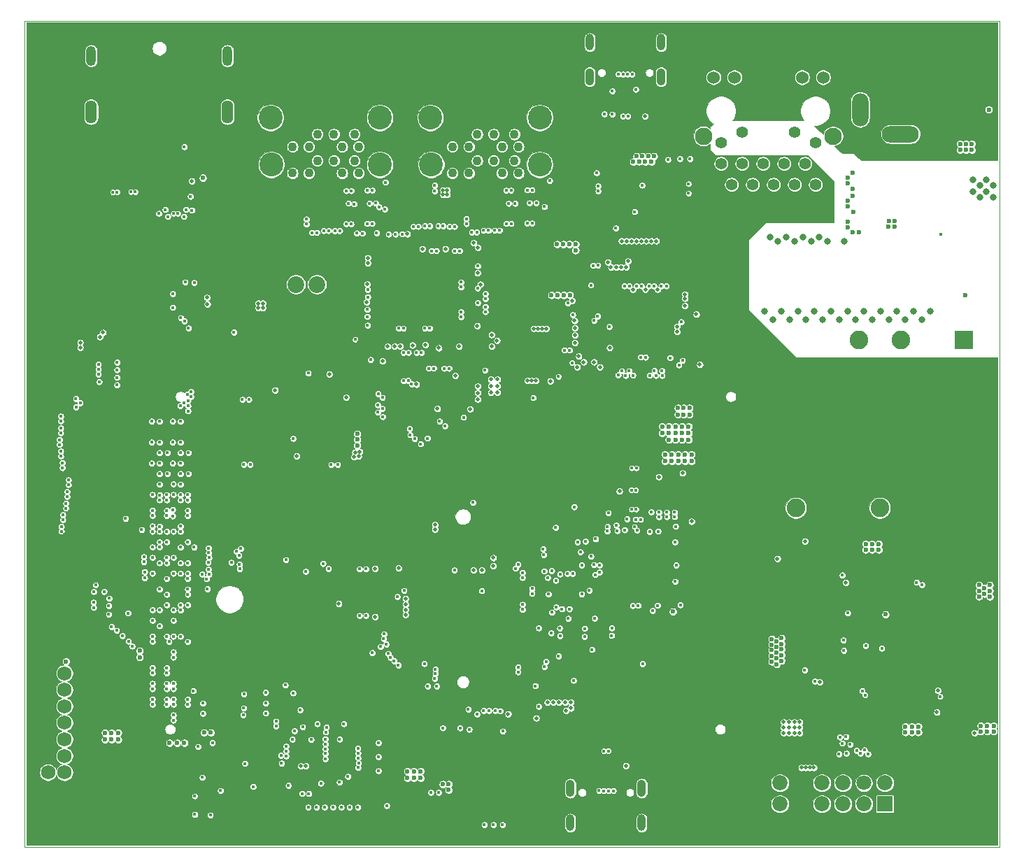
<source format=gbr>
%TF.GenerationSoftware,KiCad,Pcbnew,5.1.9+dfsg1-1*%
%TF.CreationDate,2022-05-12T15:35:58+02:00*%
%TF.ProjectId,kria-k26-devboard,6b726961-2d6b-4323-962d-646576626f61,rev?*%
%TF.SameCoordinates,Original*%
%TF.FileFunction,Copper,L6,Inr*%
%TF.FilePolarity,Positive*%
%FSLAX46Y46*%
G04 Gerber Fmt 4.6, Leading zero omitted, Abs format (unit mm)*
G04 Created by KiCad (PCBNEW 5.1.9+dfsg1-1) date 2022-05-12 15:35:58 commit cb2eeb5*
%MOMM*%
%LPD*%
G01*
G04 APERTURE LIST*
%TA.AperFunction,Profile*%
%ADD10C,0.100000*%
%TD*%
%TA.AperFunction,ComponentPad*%
%ADD11C,1.100000*%
%TD*%
%TA.AperFunction,ComponentPad*%
%ADD12C,2.900000*%
%TD*%
%TA.AperFunction,ComponentPad*%
%ADD13C,6.000000*%
%TD*%
%TA.AperFunction,ComponentPad*%
%ADD14C,2.250000*%
%TD*%
%TA.AperFunction,ComponentPad*%
%ADD15R,2.250000X2.250000*%
%TD*%
%TA.AperFunction,ComponentPad*%
%ADD16O,4.500000X2.000000*%
%TD*%
%TA.AperFunction,ComponentPad*%
%ADD17O,1.990000X4.000000*%
%TD*%
%TA.AperFunction,ComponentPad*%
%ADD18O,4.000000X2.000000*%
%TD*%
%TA.AperFunction,ComponentPad*%
%ADD19R,1.840000X1.840000*%
%TD*%
%TA.AperFunction,ComponentPad*%
%ADD20C,1.840000*%
%TD*%
%TA.AperFunction,ComponentPad*%
%ADD21C,1.800000*%
%TD*%
%TA.AperFunction,ComponentPad*%
%ADD22O,1.200000X2.400000*%
%TD*%
%TA.AperFunction,ComponentPad*%
%ADD23O,1.400000X2.800000*%
%TD*%
%TA.AperFunction,ComponentPad*%
%ADD24C,1.750000*%
%TD*%
%TA.AperFunction,ComponentPad*%
%ADD25O,1.000000X2.000000*%
%TD*%
%TA.AperFunction,ComponentPad*%
%ADD26O,1.050000X2.100000*%
%TD*%
%TA.AperFunction,ComponentPad*%
%ADD27C,2.020000*%
%TD*%
%TA.AperFunction,ComponentPad*%
%ADD28C,1.397000*%
%TD*%
%TA.AperFunction,ComponentPad*%
%ADD29C,2.100000*%
%TD*%
%TA.AperFunction,ComponentPad*%
%ADD30C,2.108200*%
%TD*%
%TA.AperFunction,ComponentPad*%
%ADD31C,1.524000*%
%TD*%
%TA.AperFunction,ViaPad*%
%ADD32C,0.600000*%
%TD*%
%TA.AperFunction,ViaPad*%
%ADD33C,0.450000*%
%TD*%
%TA.AperFunction,ViaPad*%
%ADD34C,0.550000*%
%TD*%
%TA.AperFunction,ViaPad*%
%ADD35C,0.500000*%
%TD*%
%TA.AperFunction,ViaPad*%
%ADD36C,0.400000*%
%TD*%
%TA.AperFunction,ViaPad*%
%ADD37C,0.800000*%
%TD*%
%TA.AperFunction,Conductor*%
%ADD38C,0.100000*%
%TD*%
G04 APERTURE END LIST*
D10*
X74000000Y-152000000D02*
X74000000Y-52000000D01*
X74000000Y-52000000D02*
X192000000Y-52000000D01*
X192000000Y-52000000D02*
X192000000Y-152000000D01*
X192000000Y-152000000D02*
X74000000Y-152000000D01*
D11*
%TO.N,/USB/USB1_VBUS*%
%TO.C,U24*%
X133250000Y-65730000D03*
%TO.N,/USB/USB1_TVS_N*%
X130750000Y-65730000D03*
%TO.N,/USB/USB1_TVS_P*%
X128750000Y-65730000D03*
%TO.N,GND*%
X126250000Y-65730000D03*
X126250000Y-68930000D03*
%TO.N,/USB/USB2_TVS_N*%
X130750000Y-68930000D03*
%TO.N,/USB/USB2_TVS_P*%
X128750000Y-68930000D03*
%TO.N,/USB/USB2_VBUS*%
X133250000Y-68930000D03*
%TO.N,/USB/USB1_TX_C_TVS_P*%
X133750000Y-67230000D03*
%TO.N,/USB/USB1_TX_C_TVS_N*%
X131750000Y-67230000D03*
%TO.N,GND*%
X129750000Y-67230000D03*
%TO.N,/USB/USB1_RX_TVS_P*%
X127750000Y-67230000D03*
%TO.N,/USB/USB1_RX_TVS_N*%
X125750000Y-67230000D03*
%TO.N,/USB/USB2_RX_TVS_N*%
X125750000Y-70430000D03*
%TO.N,GND*%
X129750000Y-70430000D03*
%TO.N,/USB/USB2_RX_TVS_P*%
X127750000Y-70430000D03*
%TO.N,/USB/USB2_TX_C_TVS_N*%
X131750000Y-70430000D03*
%TO.N,/USB/USB2_TX_C_TVS_P*%
X133750000Y-70430000D03*
D12*
%TO.N,SH_UP*%
X136320000Y-63730000D03*
X136320000Y-69410000D03*
X123180000Y-69410000D03*
X123080000Y-63730000D03*
%TD*%
D11*
%TO.N,/USB/USB3_VBUS*%
%TO.C,U29*%
X113900000Y-65730000D03*
%TO.N,/USB/USB3_TVS_N*%
X111400000Y-65730000D03*
%TO.N,/USB/USB3_TVS_P*%
X109400000Y-65730000D03*
%TO.N,GND*%
X106900000Y-65730000D03*
X106900000Y-68930000D03*
%TO.N,/USB/USB4_TVS_N*%
X111400000Y-68930000D03*
%TO.N,/USB/USB4_TVS_P*%
X109400000Y-68930000D03*
%TO.N,/USB/USB4_VBUS*%
X113900000Y-68930000D03*
%TO.N,/USB/USB3_TX_C_TVS_P*%
X114400000Y-67230000D03*
%TO.N,/USB/USB3_TX_C_TVS_N*%
X112400000Y-67230000D03*
%TO.N,GND*%
X110400000Y-67230000D03*
%TO.N,/USB/USB3_RX_TVS_P*%
X108400000Y-67230000D03*
%TO.N,/USB/USB3_RX_TVS_N*%
X106400000Y-67230000D03*
%TO.N,/USB/USB4_RX_TVS_N*%
X106400000Y-70430000D03*
%TO.N,GND*%
X110400000Y-70430000D03*
%TO.N,/USB/USB4_RX_TVS_P*%
X108400000Y-70430000D03*
%TO.N,/USB/USB4_TX_C_TVS_N*%
X112400000Y-70430000D03*
%TO.N,/USB/USB4_TX_C_TVS_P*%
X114400000Y-70430000D03*
D12*
%TO.N,SH_UP*%
X116970000Y-63730000D03*
X116970000Y-69410000D03*
X103830000Y-69410000D03*
X103730000Y-63730000D03*
%TD*%
D13*
%TO.N,GND*%
%TO.C,SP2*%
X160206999Y-144443500D03*
%TD*%
D14*
%TO.N,GND*%
%TO.C,PS1*%
X187660000Y-110960000D03*
%TO.N,N/C*%
X177500000Y-110960000D03*
%TO.N,/Power Supply/PoE/POE_12V*%
X167340000Y-110960000D03*
%TO.N,/Power Supply/PoE/VDD_POE_IN*%
X174960000Y-90640000D03*
%TO.N,GNDD*%
X180040000Y-90640000D03*
D15*
%TO.N,/Power Supply/PoE/POE_ACTIVE*%
X187660000Y-90640000D03*
%TD*%
D16*
%TO.N,/Power Supply/DC Input/DC_IN*%
%TO.C,J11*%
X180000000Y-65700000D03*
D17*
%TO.N,N/C*%
X175120400Y-62750000D03*
D18*
%TO.N,GND*%
X180000000Y-59700000D03*
%TD*%
D19*
%TO.N,/PMOD/HDA11_TVS*%
%TO.C,J4*%
X178100000Y-146800000D03*
D20*
%TO.N,/PMOD/HDA15_TVS*%
X178100000Y-144260000D03*
%TO.N,/PMOD/HDA12_TVS*%
X175560000Y-146800000D03*
D21*
%TO.N,/PMOD/HDA16_CC_TVS*%
X175560000Y-144260000D03*
D20*
%TO.N,/PMOD/HDA13_TVS*%
X173020000Y-146800000D03*
%TO.N,/PMOD/HDA17_TVS*%
X173020000Y-144260000D03*
%TO.N,/PMOD/HDA14_TVS*%
X170480000Y-146800000D03*
%TO.N,/PMOD/HDA18_TVS*%
X170480000Y-144260000D03*
%TO.N,GND*%
X167940000Y-146800000D03*
X167940000Y-144260000D03*
%TO.N,PL_3V3*%
X165400000Y-146800000D03*
X165400000Y-144260000D03*
%TD*%
D13*
%TO.N,GND*%
%TO.C,SP1*%
X89556999Y-144443500D03*
%TD*%
%TO.N,GND*%
%TO.C,SP3*%
X160206999Y-90793500D03*
%TD*%
%TO.N,GND*%
%TO.C,SP4*%
X89556999Y-90793500D03*
%TD*%
D22*
%TO.N,SH_UP*%
%TO.C,J1*%
X82013000Y-56238000D03*
D23*
X82013000Y-63018000D03*
D22*
X98513000Y-56238000D03*
D23*
X98513000Y-63018000D03*
%TD*%
D13*
%TO.N,GND*%
%TO.C,MP1*%
X77500000Y-148500000D03*
%TD*%
%TO.N,GND*%
%TO.C,MP2*%
X188500000Y-148500000D03*
%TD*%
%TO.N,GND*%
%TO.C,MP3*%
X188500000Y-55500000D03*
%TD*%
%TO.N,GND*%
%TO.C,MP4*%
X77500000Y-55500000D03*
%TD*%
D24*
%TO.N,/Debug and JTAG/CONN_GND*%
%TO.C,J9*%
X78800000Y-142975000D03*
%TO.N,/Debug and JTAG/~PS_SRST_C2M*%
X76800000Y-142975000D03*
%TO.N,N/C*%
X78800000Y-140975000D03*
%TO.N,GND*%
X76800000Y-140975000D03*
%TO.N,/Debug and JTAG/JTAG_TDI_TVS_C2M*%
X78800000Y-138975000D03*
%TO.N,GND*%
X76800000Y-138975000D03*
%TO.N,/Debug and JTAG/JTAG_TDO_TVS_M2C*%
X78800000Y-136975000D03*
%TO.N,GND*%
X76800000Y-136975000D03*
%TO.N,/Debug and JTAG/JTAG_TCK_TVS_C2M*%
X78800000Y-134975000D03*
%TO.N,GND*%
X76800000Y-134975000D03*
%TO.N,/Debug and JTAG/JTAG_TMS_TVS_C2M*%
X78800000Y-132975000D03*
%TO.N,GND*%
X76800000Y-132975000D03*
%TO.N,PS_1V8*%
X78800000Y-130975000D03*
%TO.N,GND*%
X76800000Y-130975000D03*
%TD*%
D25*
%TO.N,SH_UP*%
%TO.C,J10*%
X151019000Y-54594000D03*
X142379000Y-54594000D03*
D26*
X151019000Y-58774000D03*
X142379000Y-58774000D03*
%TD*%
D25*
%TO.N,SH_DOWN*%
%TO.C,J8*%
X140030000Y-149080000D03*
X148670000Y-149080000D03*
D26*
X140030000Y-144900000D03*
X148670000Y-144900000D03*
%TD*%
D27*
%TO.N,Net-(FB1-Pad2)*%
%TO.C,J6*%
X106810000Y-83900000D03*
%TO.N,Net-(FB2-Pad2)*%
X109350000Y-83900000D03*
%TD*%
D28*
%TO.N,/Ethernet/TD_A_P*%
%TO.C,J5*%
X169700000Y-71800000D03*
%TO.N,/Ethernet/TD_A_N*%
X168430000Y-69260000D03*
%TO.N,/Ethernet/TD_B_P*%
X167160000Y-71800000D03*
%TO.N,N/C*%
X165890000Y-69260000D03*
X164620000Y-71800000D03*
%TO.N,/Ethernet/TD_B_N*%
X163350000Y-69260000D03*
%TO.N,/Ethernet/TD_C_P*%
X162080000Y-71800000D03*
%TO.N,/Ethernet/TD_C_N*%
X160810000Y-69260000D03*
%TO.N,/Ethernet/TD_D_P*%
X159540000Y-71800000D03*
%TO.N,/Ethernet/TD_D_N*%
X158270000Y-69260000D03*
D29*
%TO.N,SH_UP*%
X171835000Y-65949999D03*
D30*
X156135000Y-65949999D03*
D31*
%TO.N,Net-(J5-Pad15)*%
X170625002Y-58840001D03*
%TO.N,Net-(J5-Pad18)*%
X157344998Y-58840001D03*
D28*
%TO.N,/Ethernet/POE_VC4*%
X158270000Y-66730000D03*
%TO.N,/Ethernet/POE_VC3*%
X160810000Y-65460000D03*
%TO.N,/Ethernet/POE_VC1*%
X169700000Y-66720000D03*
%TO.N,/Ethernet/POE_VC2*%
X167160000Y-65460000D03*
D31*
%TO.N,Net-(J5-Pad16)*%
X168085002Y-58840001D03*
%TO.N,Net-(J5-Pad17)*%
X159884998Y-58840001D03*
%TD*%
D32*
%TO.N,*%
X178185000Y-123855000D03*
%TO.N,GND*%
X166250000Y-129825000D03*
X166250000Y-130475000D03*
X166950000Y-129825000D03*
X166950000Y-130475000D03*
X167650000Y-129825000D03*
X168350000Y-129825000D03*
X169050000Y-129825000D03*
X172075000Y-128925000D03*
X172775000Y-128925000D03*
X171375000Y-128925000D03*
X171375000Y-128175000D03*
X172075000Y-128175000D03*
X171375000Y-126725000D03*
X172075000Y-126725000D03*
X171375000Y-127475000D03*
X172075000Y-127475000D03*
X176730000Y-127785000D03*
X176240000Y-128335000D03*
X177600000Y-125975000D03*
X177600000Y-124975000D03*
X178100000Y-125475000D03*
X178185000Y-124575000D03*
X178100000Y-126475000D03*
X177600000Y-126975000D03*
D33*
X180000000Y-128700000D03*
X146925000Y-77200000D03*
X146325000Y-77200000D03*
X145525000Y-78000000D03*
X145025000Y-77500000D03*
D34*
X151325000Y-78200000D03*
D33*
X143775000Y-75500000D03*
X134150000Y-129849723D03*
X134150000Y-131174723D03*
X134800000Y-92800000D03*
X126407018Y-83241393D03*
X126407018Y-84631393D03*
X91880000Y-101745000D03*
X92840000Y-101750000D03*
X89340000Y-101745000D03*
X90300000Y-101750000D03*
X93818000Y-103017000D03*
X93440000Y-103016500D03*
X93948000Y-105537000D03*
X94400000Y-104286500D03*
X90900000Y-103016500D03*
X88738000Y-103017000D03*
X91278000Y-103017000D03*
X93440000Y-100476500D03*
X93818000Y-100477000D03*
X90900000Y-100476500D03*
X88738000Y-100477000D03*
X91860000Y-106826500D03*
X89698000Y-106827000D03*
X92238000Y-106827000D03*
X90900000Y-105556500D03*
X88738000Y-105557000D03*
X91278000Y-105557000D03*
X89320000Y-106826500D03*
X94400000Y-106826500D03*
X92840000Y-136029000D03*
X78824999Y-114197486D03*
X79374999Y-111397486D03*
X78875001Y-107177514D03*
X79524999Y-109990000D03*
X77950001Y-99477514D03*
X77950000Y-100867514D03*
X78750000Y-100900000D03*
X78749999Y-102290000D03*
X77800000Y-103700000D03*
X77800000Y-102310000D03*
X78850000Y-103700000D03*
X134775000Y-119700000D03*
X134775000Y-118600000D03*
X134800000Y-123350000D03*
X134800000Y-122525000D03*
X135850000Y-120350000D03*
X135850000Y-121675000D03*
X124356533Y-94479921D03*
X125746534Y-94479921D03*
X123400000Y-144100000D03*
X123400000Y-142800000D03*
D32*
X136850000Y-146950000D03*
X136850000Y-145650000D03*
X136850000Y-144350000D03*
X135550000Y-145650000D03*
X135550000Y-146950001D03*
X135550000Y-144350000D03*
X123850000Y-149300000D03*
X123850000Y-148000000D03*
X125150000Y-148000000D03*
X128550000Y-142800000D03*
X129850000Y-142800000D03*
X131150000Y-142800000D03*
X128550000Y-144100000D03*
X129850000Y-144100000D03*
X131150000Y-144100000D03*
D33*
X114450000Y-120900000D03*
X133400000Y-112800000D03*
X133250000Y-111700000D03*
X133400000Y-114300000D03*
X130750000Y-82850000D03*
X130750000Y-83450000D03*
X130750000Y-84050000D03*
D35*
X166400000Y-120075000D03*
X165800000Y-119475000D03*
X166400000Y-118875000D03*
X167000000Y-118875000D03*
X165800000Y-120075000D03*
X166400000Y-119475000D03*
X165800000Y-118875000D03*
D33*
X188200000Y-124300000D03*
X189000000Y-124300000D03*
D32*
X188400000Y-113950000D03*
X189400000Y-113950000D03*
X190400000Y-113950000D03*
X191400000Y-113950000D03*
X191400000Y-114950000D03*
X191400000Y-115950000D03*
X191400000Y-116950000D03*
X191400000Y-117950000D03*
X191400000Y-118950000D03*
X190400000Y-116950000D03*
X190400000Y-118950000D03*
X188400000Y-114950000D03*
X190400000Y-114950000D03*
X190400000Y-117950000D03*
X190400000Y-115950000D03*
D35*
X175650000Y-118925000D03*
X176250000Y-118925000D03*
X176850000Y-118925000D03*
X175650000Y-119525000D03*
X176250000Y-119525000D03*
X175650000Y-120125000D03*
X176250000Y-120125000D03*
D33*
X107200000Y-97950000D03*
X107350000Y-97275000D03*
X120130557Y-98191723D03*
X142150000Y-108575000D03*
X117750000Y-81450000D03*
X118400000Y-80100000D03*
X119200000Y-80100000D03*
X120100000Y-80100000D03*
X119410000Y-81840000D03*
X149530000Y-86910000D03*
X148170000Y-86910000D03*
X148170000Y-88030000D03*
X149530000Y-88030000D03*
X150640000Y-88030000D03*
X147040000Y-88030000D03*
X147050000Y-89390000D03*
X148180000Y-89390000D03*
X149530000Y-89390000D03*
X150650000Y-89390000D03*
X149520000Y-90510000D03*
X148170000Y-90520000D03*
X156300000Y-86400000D03*
X156700000Y-85600000D03*
X156700000Y-85100000D03*
X118500000Y-89250000D03*
X118075000Y-89250000D03*
X117700000Y-87575000D03*
X117700000Y-85875000D03*
X117700000Y-86750000D03*
X117725000Y-85000000D03*
X117725000Y-84150000D03*
X146400000Y-79500000D03*
X145000000Y-79100000D03*
X147000000Y-80200000D03*
X145600000Y-79100000D03*
X147000000Y-79500000D03*
X144500000Y-79600000D03*
X140850000Y-95400000D03*
X141650000Y-96100000D03*
X143600000Y-94900000D03*
X142900000Y-95600000D03*
X155125000Y-92000000D03*
X155200000Y-90125000D03*
X155225000Y-89175000D03*
X144800000Y-83300000D03*
X142775000Y-87500000D03*
X140250000Y-86850000D03*
X99300000Y-88700000D03*
X109650000Y-90750000D03*
X129500000Y-89999999D03*
X129500000Y-91400000D03*
X128850000Y-90700001D03*
X128500000Y-94900000D03*
X128500000Y-92700000D03*
X126400000Y-96200000D03*
X125100000Y-96700000D03*
X129129267Y-76956197D03*
X130516000Y-76953000D03*
X130485000Y-77875000D03*
X129091466Y-77987606D03*
X127037607Y-76951601D03*
X122505309Y-94475000D03*
X123895310Y-94475000D03*
X127425000Y-75365000D03*
X131870733Y-77768803D03*
X107687607Y-75611600D03*
X107687607Y-77001601D03*
X108351465Y-78037606D03*
X109741466Y-78037606D03*
X111156000Y-76989000D03*
X109779267Y-77006197D03*
X111130732Y-77835000D03*
X120821058Y-95173939D03*
X119431058Y-95173939D03*
X126407018Y-86841393D03*
X126407018Y-88231393D03*
X119410000Y-92569722D03*
X120824535Y-92569722D03*
X123412408Y-88822937D03*
X122022408Y-88822937D03*
X120212410Y-88822937D03*
X118822410Y-88822937D03*
X130153803Y-86229267D03*
X130153803Y-87619268D03*
X129353803Y-84646782D03*
X126403350Y-76500000D03*
X125085000Y-76425000D03*
X122025001Y-76420000D03*
X123415001Y-76420000D03*
X123624396Y-77220000D03*
X125015000Y-77315000D03*
X122030864Y-77300000D03*
X120630864Y-77300000D03*
X124215474Y-80249663D03*
X122825474Y-80249663D03*
X115723449Y-75794571D03*
X113189000Y-75791000D03*
X135102449Y-75748572D03*
X86230000Y-72700000D03*
X87980000Y-72696000D03*
X84030000Y-72725000D03*
X85780000Y-72721000D03*
X167800000Y-141700000D03*
X168300000Y-141700000D03*
X168800000Y-141700000D03*
X89800000Y-69500000D03*
X90700000Y-69500000D03*
X88250000Y-67200000D03*
X89750000Y-67200000D03*
X92250000Y-67200000D03*
X146852000Y-106325000D03*
X148602000Y-106321000D03*
X148600000Y-108846000D03*
X146850000Y-108850000D03*
X148250001Y-116030000D03*
X90300000Y-136029000D03*
X90300000Y-136664000D03*
X100515000Y-134350000D03*
X157880000Y-100470000D03*
X160420000Y-100470000D03*
X158480000Y-102375000D03*
X160420000Y-103010000D03*
X155940000Y-102375000D03*
X157880000Y-103010000D03*
X155940000Y-104915000D03*
X157880000Y-105550000D03*
X158480000Y-104915000D03*
X160420000Y-105550000D03*
X155940000Y-107455000D03*
X157880000Y-108090000D03*
X158480000Y-107455000D03*
X160420000Y-108090000D03*
X160420000Y-109360000D03*
X155940000Y-109995000D03*
X158480001Y-111264500D03*
X160420000Y-111265000D03*
X155940001Y-111264500D03*
X157880000Y-111265000D03*
X158480001Y-113169500D03*
X160420000Y-113170000D03*
X155940001Y-113169500D03*
X157880000Y-113170000D03*
X155940001Y-115074500D03*
X157880000Y-115075000D03*
X158480001Y-115074500D03*
X160420000Y-115075000D03*
X155940001Y-116979500D03*
X157880000Y-116980000D03*
X158480001Y-116979500D03*
X160420000Y-116980000D03*
X155940001Y-118884500D03*
X157880000Y-118885000D03*
X158480001Y-118884500D03*
X160420000Y-118885000D03*
X155940001Y-120789500D03*
X157880000Y-120790000D03*
X158480001Y-120789500D03*
X160420000Y-120790000D03*
X155940001Y-122694500D03*
X157880000Y-122695000D03*
X158480001Y-122694500D03*
X160420000Y-122695000D03*
X158480001Y-124599500D03*
X160420000Y-124600000D03*
X155940001Y-124599500D03*
X157880000Y-124600000D03*
X155940001Y-126504500D03*
X157880000Y-126505000D03*
X158480001Y-126504500D03*
X160420000Y-126505000D03*
X158480001Y-128409500D03*
X160420000Y-128410000D03*
X155940001Y-128409500D03*
X157880000Y-128410000D03*
X156920000Y-129680000D03*
X159460001Y-129679500D03*
X160420001Y-130949500D03*
X159440001Y-130949500D03*
X157893001Y-130976500D03*
X156913001Y-130976500D03*
X156920001Y-132219500D03*
X155940001Y-132219500D03*
X159460001Y-132219500D03*
X158480001Y-132219500D03*
X160420001Y-133489500D03*
X159440001Y-133489500D03*
X159460001Y-134759500D03*
X158480001Y-134759500D03*
X157880001Y-133489500D03*
X156900001Y-133489500D03*
X156920001Y-134759500D03*
X155940001Y-134759500D03*
X157880001Y-136029500D03*
X156900001Y-136029500D03*
X89441500Y-109994000D03*
X91981500Y-109994000D03*
X90300000Y-111910000D03*
X90300000Y-111270000D03*
X91171500Y-113183999D03*
X93711500Y-113183999D03*
X91171500Y-115724000D03*
X89441500Y-115074000D03*
X91981500Y-115074000D03*
X89441500Y-117614000D03*
X91981500Y-117614000D03*
X90300000Y-119530000D03*
X90300000Y-118890000D03*
X92840000Y-119530000D03*
X91171500Y-120803999D03*
X92840000Y-120795000D03*
X89441500Y-122694000D03*
X91981500Y-122694000D03*
X89441500Y-125234000D03*
X93711500Y-125249000D03*
X91981500Y-125234000D03*
X92840000Y-127150000D03*
X90300000Y-127150000D03*
X90300000Y-126510000D03*
X90300000Y-129055000D03*
X90300000Y-128415000D03*
X92840000Y-129055000D03*
X92840000Y-128415000D03*
X92840000Y-130960000D03*
X92840000Y-130320000D03*
X90300000Y-130960000D03*
X90300000Y-130320000D03*
X92840000Y-132865000D03*
X92840000Y-132225000D03*
X90300000Y-132865000D03*
X92840000Y-134770000D03*
X92840000Y-134130000D03*
X90300000Y-134770000D03*
X90300000Y-134130000D03*
X90299710Y-132227333D03*
X92854510Y-111910000D03*
X92863470Y-111293470D03*
X174300000Y-142750000D03*
X82500000Y-136000000D03*
X80700000Y-136000000D03*
X144350000Y-142300000D03*
X104250000Y-134150000D03*
X105050000Y-134150000D03*
X104150000Y-134950000D03*
X104950000Y-134950000D03*
X116800000Y-141950000D03*
X108000000Y-138900000D03*
X106175000Y-142225000D03*
X109450000Y-142075000D03*
X109350000Y-145525000D03*
X106600000Y-145525000D03*
X106400000Y-143775000D03*
X105000000Y-139950000D03*
X97375000Y-141025000D03*
X98650000Y-145150000D03*
X96450000Y-145850000D03*
X94550000Y-143650000D03*
X160420000Y-136030000D03*
X159440000Y-136030000D03*
X92375000Y-149300000D03*
X98025000Y-149300000D03*
X108300000Y-137500000D03*
X111500000Y-137500000D03*
X115300000Y-147200000D03*
X92800000Y-99225000D03*
X89400000Y-99525000D03*
X91175000Y-108075000D03*
X103900000Y-132490000D03*
X104900675Y-132501006D03*
X158480000Y-109995000D03*
X157880000Y-109360000D03*
X107444510Y-138890675D03*
X86100000Y-119600000D03*
X86100000Y-118700000D03*
X147580000Y-120550000D03*
X148480000Y-120550000D03*
X149600000Y-120550002D03*
X150500000Y-120550000D03*
X150500000Y-119870000D03*
X150500000Y-117860000D03*
X149480000Y-116030000D03*
X150610000Y-115530000D03*
X146730000Y-116020000D03*
X145830000Y-116030000D03*
X145970000Y-117840000D03*
X145950000Y-118760000D03*
X151421142Y-127550000D03*
X149000000Y-123950000D03*
X147797220Y-127755115D03*
X126325000Y-130775000D03*
X123075000Y-129225000D03*
X139250000Y-119600000D03*
X139700000Y-119600000D03*
X140150000Y-119600000D03*
X139425000Y-115275000D03*
X139875000Y-115275000D03*
X138975000Y-115275000D03*
X138299122Y-111833794D03*
X139872435Y-113972792D03*
X148282843Y-128533095D03*
X146850000Y-111175000D03*
X148600000Y-111171000D03*
X126450000Y-113200000D03*
X117750000Y-145100000D03*
X130750000Y-147850000D03*
X131150000Y-145450000D03*
X86750000Y-67200000D03*
X85250000Y-67150000D03*
X86000000Y-67825000D03*
X91550000Y-67750000D03*
X90700000Y-83700000D03*
X96200000Y-84500000D03*
X94700000Y-84600000D03*
X94300000Y-87900000D03*
X91900000Y-86100000D03*
X128150000Y-137250000D03*
X137800000Y-136300000D03*
X133500000Y-135900000D03*
X139400000Y-136200000D03*
X169300000Y-141700000D03*
X132559000Y-75747000D03*
X118200000Y-122600000D03*
X119900000Y-119975000D03*
X112775000Y-120175000D03*
X111025000Y-119250000D03*
X108175000Y-122750000D03*
X109125000Y-117650000D03*
X107250000Y-121925000D03*
X111000000Y-123325000D03*
X114027000Y-118889999D03*
X114027000Y-123710000D03*
X115777000Y-123706000D03*
X117400000Y-118300000D03*
X118200000Y-123550000D03*
X116800000Y-122600000D03*
X112520733Y-77818803D03*
X122475000Y-91795000D03*
X128980000Y-91470000D03*
X113285000Y-88435000D03*
X113290000Y-87450000D03*
X113350000Y-85430000D03*
X127701465Y-77987606D03*
X113850000Y-62675000D03*
X112950000Y-62675000D03*
X112050000Y-62675000D03*
X119500000Y-65700000D03*
X119500000Y-67500000D03*
X119500000Y-66600000D03*
X133250000Y-62600000D03*
X131450000Y-62600000D03*
X132350000Y-62600000D03*
X138900000Y-65600000D03*
X138900000Y-66500000D03*
X138900000Y-67400000D03*
X109050000Y-90750000D03*
X107900000Y-90750000D03*
X108500000Y-90750000D03*
X142700000Y-127500000D03*
X142545277Y-125304333D03*
X82350000Y-121750000D03*
X134600000Y-91050000D03*
X134800000Y-92300000D03*
X137600000Y-94100000D03*
X137900000Y-89400000D03*
X141400000Y-79100000D03*
X129275000Y-82950000D03*
X153200000Y-71400000D03*
X155000000Y-71400000D03*
D32*
X191025001Y-61550000D03*
X188925000Y-61550000D03*
X189625000Y-61550000D03*
X188225000Y-61550000D03*
X190325000Y-61550000D03*
X191050000Y-60774999D03*
X191050000Y-60075000D03*
X191050000Y-59374999D03*
D33*
X191200000Y-68300000D03*
X104300000Y-95700000D03*
X100125000Y-94100000D03*
X112125000Y-96025000D03*
X152100000Y-93500000D03*
X149900000Y-91100000D03*
X147700000Y-91100000D03*
X102810978Y-141900000D03*
X111103011Y-142900000D03*
X120760000Y-81840000D03*
X122110000Y-81840000D03*
X123460000Y-81840000D03*
X124810000Y-81840000D03*
X119410000Y-83190000D03*
X120760000Y-83190000D03*
X122110000Y-83190000D03*
X123460000Y-83190000D03*
X124810000Y-83190000D03*
X119410000Y-84540000D03*
X120760000Y-84540000D03*
X122110000Y-84540000D03*
X123460000Y-84540000D03*
X124810000Y-84540000D03*
X119410000Y-85890000D03*
X120760000Y-85890000D03*
X122110000Y-85890000D03*
X123460000Y-85890000D03*
X124810000Y-85890000D03*
X119410000Y-87240000D03*
X120760000Y-87240000D03*
X122110000Y-87240000D03*
X123460000Y-87240000D03*
X124810000Y-87240000D03*
X96100000Y-87300000D03*
X90250000Y-71400000D03*
X90500000Y-73250000D03*
X94150000Y-69450000D03*
X93250000Y-69400000D03*
X96150000Y-75500000D03*
X146700000Y-62000000D03*
X144600000Y-62000000D03*
X151200000Y-67225000D03*
X148800000Y-66425000D03*
X150700000Y-60600000D03*
X151300000Y-60600000D03*
X151900000Y-60600000D03*
X150700000Y-61200000D03*
X151300000Y-61200000D03*
X151900000Y-61200000D03*
X142100000Y-109575000D03*
X151700000Y-107200000D03*
X151700000Y-109400000D03*
X150750000Y-109450000D03*
X141425000Y-122000000D03*
X121130557Y-98191723D03*
X122130557Y-98191723D03*
X120130557Y-98941723D03*
X121130557Y-98941723D03*
X122130557Y-99691723D03*
X122615557Y-96026723D03*
X113450000Y-123375000D03*
X107010017Y-103714983D03*
X111100000Y-97050000D03*
X96600000Y-99000000D03*
X96575000Y-98000000D03*
X98250000Y-97250000D03*
X98175000Y-95025000D03*
D32*
X189400000Y-114950000D03*
D33*
X141950000Y-76325000D03*
D35*
X112000000Y-123550000D03*
D33*
X113525000Y-119325000D03*
X133978761Y-137021239D03*
D35*
X182174999Y-134525000D03*
X181574999Y-134525000D03*
X180975000Y-134525000D03*
X182175000Y-133924999D03*
X181574999Y-133925000D03*
X182175000Y-133324999D03*
X181575000Y-133324999D03*
X191302512Y-133827512D03*
X190702512Y-133827512D03*
X191302512Y-134427512D03*
X191302513Y-133227512D03*
X190702512Y-133227513D03*
X190702512Y-134427512D03*
X190102513Y-134427513D03*
D33*
X183600000Y-134425000D03*
X174525000Y-120300000D03*
X186550000Y-129900000D03*
X175275000Y-137800000D03*
X180100000Y-121875000D03*
X173550000Y-117650000D03*
X182425000Y-115775000D03*
X172550000Y-131200000D03*
X172800000Y-133750000D03*
X170650000Y-137200000D03*
X170650000Y-137700000D03*
X170650000Y-138200000D03*
X170650000Y-138700000D03*
X171300000Y-138700000D03*
X115300000Y-120900000D03*
X114450000Y-121600000D03*
X115300000Y-121600000D03*
X123600000Y-127300000D03*
X131150000Y-131250000D03*
X131200000Y-129800000D03*
X128550000Y-149300000D03*
D32*
X125150000Y-149300000D03*
D33*
X136450000Y-149300000D03*
X105950000Y-144000000D03*
X143200000Y-67750000D03*
X99600000Y-98500000D03*
X147700000Y-142400000D03*
X142850000Y-61150000D03*
X143450000Y-61150000D03*
X142250000Y-61750000D03*
X142850000Y-61750000D03*
X143450000Y-61750000D03*
X140850000Y-63150000D03*
X120500000Y-76250000D03*
X120110000Y-76560000D03*
X120100000Y-77150000D03*
X110400000Y-71650000D03*
X100300000Y-72150000D03*
X99400000Y-72150000D03*
X86000000Y-69799976D03*
X131175000Y-120275000D03*
X131200000Y-118775000D03*
X131125000Y-121775000D03*
X133500000Y-123825000D03*
X133370000Y-115780000D03*
X133370000Y-117270000D03*
X139325000Y-127300000D03*
X137600000Y-127100000D03*
X137700000Y-124700000D03*
X135740000Y-135550000D03*
X83300000Y-97300000D03*
X83254500Y-101650000D03*
X78150000Y-111400000D03*
X78920000Y-112870000D03*
X79590000Y-108640000D03*
X78780000Y-108550000D03*
X129390000Y-86130000D03*
X120930000Y-91860000D03*
X116800000Y-140250000D03*
X78920000Y-105030000D03*
X77950000Y-105110000D03*
X78030000Y-106570000D03*
X78660000Y-109920000D03*
X78130000Y-112730000D03*
X83080000Y-110260000D03*
X83090000Y-108760000D03*
X83150000Y-107250000D03*
X83160000Y-105750000D03*
X91490000Y-85700002D03*
X86750000Y-121850000D03*
X122850000Y-114900000D03*
X115777000Y-118850000D03*
X92960000Y-74980000D03*
X91540000Y-74980000D03*
X91400000Y-69500000D03*
D36*
X82575000Y-119750000D03*
X82575000Y-119050000D03*
D33*
X104400000Y-132500000D03*
X104424973Y-137949991D03*
X109683871Y-141286703D03*
X112725000Y-138900000D03*
X93715319Y-115718125D03*
X142160000Y-142200000D03*
X108624998Y-142240000D03*
X109595000Y-143470000D03*
X142125000Y-127000000D03*
X142075000Y-126049994D03*
X149495000Y-122900000D03*
X93710490Y-123344000D03*
X91182531Y-123329129D03*
X174281900Y-141054343D03*
X150385000Y-113210000D03*
X139725000Y-121080000D03*
X139135000Y-121090000D03*
X137275000Y-120740000D03*
X137265000Y-122060000D03*
X140575000Y-122975000D03*
X143149996Y-115500000D03*
X148400000Y-94925000D03*
X148900000Y-94924998D03*
D32*
X138115000Y-82115000D03*
X137415000Y-82125000D03*
X136975000Y-81365000D03*
X136915000Y-82915000D03*
D35*
X125515000Y-98875000D03*
D33*
X131175000Y-89035000D03*
X128799994Y-80025000D03*
X113320000Y-86409986D03*
X91860000Y-104286500D03*
X89698000Y-104287000D03*
X92238000Y-104287000D03*
X93450000Y-105556500D03*
X91278000Y-100477000D03*
X89200000Y-104300000D03*
D36*
X129750000Y-71700000D03*
D33*
X101880000Y-105420000D03*
X99920000Y-105390000D03*
X110420000Y-105500000D03*
X112460000Y-105460000D03*
X101780000Y-97850000D03*
X99640000Y-97850000D03*
X108176270Y-142761993D03*
X94500004Y-132150000D03*
X83175000Y-114070000D03*
D34*
X99750000Y-125150000D03*
X101200000Y-125150000D03*
X115100000Y-125300000D03*
X116650000Y-125300000D03*
X120550000Y-125100000D03*
X118700000Y-131950000D03*
X122250000Y-128350000D03*
X126300000Y-129250000D03*
X127800000Y-130650000D03*
X130600000Y-128050000D03*
X128250000Y-125400000D03*
X130800000Y-125400000D03*
X128350000Y-127450000D03*
X128150000Y-123550000D03*
X130800000Y-123800000D03*
X128300000Y-120450000D03*
X130100000Y-115450000D03*
X130600000Y-113300000D03*
X135050000Y-111950000D03*
X120850000Y-116500000D03*
X127100000Y-110150000D03*
X143700000Y-107250000D03*
X119800000Y-64800000D03*
X122000000Y-66600000D03*
X119950000Y-69150000D03*
X138850000Y-70150000D03*
X138850000Y-64500000D03*
X156450000Y-69450000D03*
X170000000Y-70200000D03*
X98020000Y-100550000D03*
X98020000Y-102600000D03*
X110850000Y-102000000D03*
X112650000Y-102000000D03*
X114400000Y-91000000D03*
X136300000Y-110900000D03*
X154350000Y-131000000D03*
X150950000Y-133300000D03*
X153900000Y-133100000D03*
X178450000Y-141950000D03*
X159500000Y-85000000D03*
X133950000Y-77950000D03*
X133950000Y-76650000D03*
X133200000Y-86100000D03*
X133200000Y-79000000D03*
X140300000Y-77850000D03*
X141600000Y-77550000D03*
X145900000Y-69450000D03*
X98020000Y-104700000D03*
X107450000Y-105350000D03*
X106100000Y-95900000D03*
X106150000Y-97250000D03*
X113650000Y-97550000D03*
X97250000Y-93250000D03*
X85775000Y-101575000D03*
X85325000Y-102000000D03*
X85775000Y-102400000D03*
X85800000Y-106650000D03*
X85800000Y-107950000D03*
X85800000Y-109600000D03*
X85850000Y-113150000D03*
X84900000Y-112150000D03*
X88900000Y-108050000D03*
X89050000Y-120950000D03*
X92800000Y-137700000D03*
X75100000Y-93550000D03*
X75100000Y-98500000D03*
X74792715Y-59095238D03*
X74792715Y-65395238D03*
X74792715Y-71695238D03*
X74792715Y-77995238D03*
X74792715Y-84295238D03*
X74792715Y-126995238D03*
X74792715Y-133295238D03*
X74792715Y-139595238D03*
X75492715Y-89895238D03*
X77592715Y-97595238D03*
X78292715Y-61895238D03*
X81092715Y-84995238D03*
X81792715Y-70995238D03*
X83192715Y-66095238D03*
X85292715Y-74495238D03*
X88092715Y-68895238D03*
X95792715Y-65395238D03*
X99292715Y-73795238D03*
X100292715Y-85695238D03*
X102592715Y-82895238D03*
X106992715Y-63295238D03*
X120992715Y-147295238D03*
X125892715Y-63295238D03*
X134992715Y-114395238D03*
X138492715Y-143095238D03*
X145492715Y-106695238D03*
X149692715Y-142395238D03*
X153192715Y-145195238D03*
X156692715Y-147995238D03*
X158092715Y-83595238D03*
X160892715Y-62595238D03*
X162992715Y-147995238D03*
X164392715Y-91295238D03*
X165792715Y-75895238D03*
X165792715Y-96195238D03*
X165792715Y-102495238D03*
X166492715Y-63295238D03*
X166492715Y-108095238D03*
X169292715Y-93395238D03*
X169292715Y-99695238D03*
X169992715Y-73795238D03*
X169992715Y-105295238D03*
X172092715Y-109495238D03*
X173492715Y-101795238D03*
X174192715Y-57695238D03*
X174192715Y-66095238D03*
X175592715Y-105995238D03*
X176992715Y-61195238D03*
X176992715Y-98995238D03*
X177292715Y-139595238D03*
X179092715Y-103195238D03*
X179792715Y-108795238D03*
X182592715Y-99695238D03*
X184692715Y-93395238D03*
X85695238Y-151407285D03*
X91995238Y-151407285D03*
X79395238Y-151407285D03*
X177145238Y-151307285D03*
X158245238Y-151307285D03*
X164545238Y-151307285D03*
X151945238Y-151307285D03*
X170845238Y-151307285D03*
X146945238Y-151107285D03*
X121745238Y-151107285D03*
X140645238Y-151107285D03*
X105745238Y-151307285D03*
X112045238Y-151307285D03*
X99445238Y-151307285D03*
X108495238Y-52957285D03*
X89595238Y-52957285D03*
X95895237Y-52957285D03*
X83295238Y-52957285D03*
X102195238Y-52957285D03*
X120645238Y-52907285D03*
X139545238Y-52907285D03*
X126945237Y-52907285D03*
X133245238Y-52907285D03*
X114345238Y-52907285D03*
X171445238Y-52907285D03*
X165145238Y-52907285D03*
X158845237Y-52907285D03*
X152545238Y-52907285D03*
X146245238Y-52907285D03*
X184445238Y-52857285D03*
X178145238Y-52857285D03*
X191007285Y-104104763D03*
X191007285Y-110404762D03*
X191007285Y-97804762D03*
X183695238Y-151307285D03*
X191107285Y-139904762D03*
X191107285Y-146204762D03*
X191257285Y-125104762D03*
X191257285Y-131404762D03*
D33*
X153350000Y-110000000D03*
D36*
X178800000Y-130600000D03*
D33*
X143215002Y-92200000D03*
X139225000Y-116850000D03*
X140408148Y-128566854D03*
X142875002Y-118450000D03*
X138445000Y-137190000D03*
D36*
X139025000Y-129650000D03*
X141925000Y-129650000D03*
X143900000Y-82400000D03*
D33*
X93480000Y-108096000D03*
X93890000Y-108096000D03*
D32*
X93320000Y-142580000D03*
X93320000Y-141930000D03*
X92620000Y-141940000D03*
X92620000Y-142570000D03*
X91970000Y-141940000D03*
D33*
X119480000Y-93240000D03*
X86100000Y-117800000D03*
X86100000Y-116900000D03*
D36*
X84100000Y-99500000D03*
X84100000Y-100700000D03*
D33*
X153591813Y-125488836D03*
D34*
X104740000Y-74950000D03*
X109020000Y-132420000D03*
X105480000Y-117970000D03*
D36*
X83275000Y-98750000D03*
X125500000Y-73550000D03*
D33*
X155200000Y-69525000D03*
X155400000Y-68525000D03*
D34*
X152525000Y-77275000D03*
D33*
X143975000Y-71125000D03*
D34*
X145900000Y-71050000D03*
D33*
X149325000Y-74475000D03*
X148725000Y-74475000D03*
X148725000Y-74950000D03*
X147675000Y-76675000D03*
X135860000Y-72010000D03*
X134410000Y-72010000D03*
X133340000Y-72860000D03*
X131730000Y-72870000D03*
X107690000Y-73240000D03*
X108030000Y-74400000D03*
X125650000Y-71610000D03*
X127040000Y-73610000D03*
X113980000Y-72900000D03*
X112420000Y-72900000D03*
X116370000Y-72060000D03*
X115100000Y-72060000D03*
X141076370Y-143415753D03*
%TO.N,/Xilinx K26 SOM/MODE0_C2M*%
X93711500Y-119534000D03*
X88500000Y-119449986D03*
%TO.N,/Xilinx K26 SOM/MODE1_C2M*%
X93711500Y-118908426D03*
X88499994Y-118700000D03*
%TO.N,/Xilinx K26 SOM/MODE2_C2M*%
X92840000Y-118890000D03*
X88400000Y-117500000D03*
%TO.N,/Xilinx K26 SOM/MODE3_C2M*%
X88400000Y-116900000D03*
X93710490Y-117629000D03*
%TO.N,/Xilinx K26 SOM/HDA20*%
X99300000Y-89700000D03*
X91171500Y-121439000D03*
%TO.N,/Xilinx K26 SOM/HDA00_C*%
X89441500Y-127139000D03*
X84150000Y-122800000D03*
D32*
%TO.N,SOM_5V0*%
X165600000Y-128075000D03*
X165600000Y-128775000D03*
X165600000Y-129475000D03*
X165000000Y-128475000D03*
X165000000Y-129175000D03*
X164400000Y-128175000D03*
X164400000Y-128875000D03*
X164400000Y-129575000D03*
X165000000Y-127775000D03*
X165000000Y-127125000D03*
X164400000Y-126825000D03*
X165600000Y-126725000D03*
X164400000Y-127525000D03*
X165600000Y-127425000D03*
X165000000Y-129875000D03*
D33*
X173125000Y-128225000D03*
X175775000Y-127650000D03*
X93660000Y-97210000D03*
D32*
X151150000Y-101100000D03*
D35*
X113965557Y-104226723D03*
X114515557Y-104151723D03*
X113840557Y-104776723D03*
X114390557Y-104701723D03*
D33*
X92800000Y-98600000D03*
X93750000Y-98600000D03*
X93750000Y-99225000D03*
D35*
X121400000Y-96000000D03*
D33*
X93750000Y-98000000D03*
D32*
X151950000Y-101100000D03*
X152750000Y-101100000D03*
X153550000Y-101100000D03*
X154350000Y-101100000D03*
X151150000Y-101900000D03*
X151950000Y-101900000D03*
X152750000Y-101900000D03*
X153550000Y-101900000D03*
X154350000Y-101900000D03*
X151950000Y-102700000D03*
X152750000Y-102700000D03*
X153550000Y-102700000D03*
X154350000Y-102700000D03*
D33*
X135550000Y-97625000D03*
D35*
X83460000Y-89740002D03*
X83080000Y-90250000D03*
D33*
X94110000Y-97500000D03*
X94110000Y-96900000D03*
X93250000Y-98250000D03*
D32*
%TO.N,/Power Supply/PoE/VDD_POE_IN*%
X178600000Y-76200000D03*
X179300000Y-76950000D03*
X179300000Y-76200000D03*
X178550000Y-76950000D03*
D37*
X163575000Y-87150000D03*
X190400000Y-72650001D03*
X190399999Y-71200000D03*
X188800000Y-72650001D03*
X188799999Y-71200000D03*
X191200000Y-71950000D03*
X191200000Y-73400000D03*
X189600000Y-73400000D03*
X189600000Y-71950000D03*
X165575000Y-87150000D03*
X167575000Y-87150000D03*
X169575000Y-87150000D03*
X171575000Y-87150000D03*
X173575000Y-87150000D03*
X175575000Y-87150000D03*
X177575000Y-87150000D03*
X179575000Y-87150000D03*
X181575000Y-87150000D03*
X183575000Y-87150000D03*
X164575000Y-88150000D03*
X166575000Y-88150000D03*
X168575000Y-88150000D03*
X170575000Y-88150000D03*
X172575000Y-88150000D03*
X174575000Y-88150000D03*
X176575000Y-88150000D03*
X178575000Y-88150000D03*
X180575000Y-88150000D03*
X182575000Y-88150000D03*
%TO.N,GNDD*%
X164175000Y-78150000D03*
X166175000Y-78150000D03*
X168175000Y-78150000D03*
X170175000Y-78150000D03*
X165175000Y-78650000D03*
X167175000Y-78650000D03*
X169175000Y-78650000D03*
X171175000Y-78650000D03*
X173175000Y-78650000D03*
D32*
%TO.N,/Power Supply/PoE/POE_ACTIVE*%
X187800000Y-85200000D03*
D33*
%TO.N,/Power Supply/DC/DC conventers/DC_MAIN_BUS*%
X173600000Y-123675000D03*
X148725000Y-71900000D03*
D32*
X190800000Y-120300000D03*
X190800000Y-121699999D03*
X190800000Y-121000001D03*
X190150000Y-120650000D03*
X190150000Y-121349999D03*
X189499999Y-121699999D03*
X189500000Y-120300000D03*
X189500000Y-121000001D03*
X149450000Y-68400000D03*
X147650000Y-69050000D03*
X149850000Y-69050000D03*
X150150000Y-68400000D03*
X148050000Y-68400000D03*
X149100000Y-69050000D03*
X148750000Y-68400000D03*
X187225000Y-66900000D03*
X187925000Y-66900000D03*
D35*
X137100001Y-89250000D03*
X136600000Y-89250000D03*
X136100000Y-89250000D03*
D32*
X188625000Y-66900000D03*
D35*
X135599999Y-89250000D03*
D32*
X190675000Y-62749978D03*
X138415000Y-79035000D03*
X139165000Y-79035000D03*
X139915000Y-79035000D03*
X140665000Y-79035000D03*
X140665000Y-79785000D03*
X187215000Y-67620000D03*
X187915000Y-67620000D03*
X188615000Y-67620000D03*
X148375000Y-69025000D03*
D33*
%TO.N,PS_3V3*%
X122350000Y-129812145D03*
X115850000Y-93025000D03*
D32*
X153750000Y-98850000D03*
X153750000Y-99650000D03*
X154450000Y-98850000D03*
X154450000Y-99650000D03*
X151500000Y-104500000D03*
D35*
X165850000Y-136900000D03*
X120075000Y-121950000D03*
X120075000Y-122650000D03*
X120075000Y-123300000D03*
X120075000Y-123900000D03*
D32*
X114240557Y-102676723D03*
X114240557Y-103401723D03*
X153050000Y-98850000D03*
X120300000Y-142850000D03*
X114240557Y-102001723D03*
D35*
X126100000Y-94950000D03*
D33*
X123700000Y-130500000D03*
X123700000Y-131050000D03*
X100515000Y-133500000D03*
X100490000Y-135200000D03*
X106475000Y-133375000D03*
X116800000Y-142800000D03*
X108375000Y-145550000D03*
X105000000Y-140925000D03*
X112600000Y-137100000D03*
D35*
X123650000Y-113000000D03*
X123650000Y-113550000D03*
D33*
X124100000Y-145400000D03*
X123150000Y-145400000D03*
D32*
X125300000Y-145100000D03*
X125300000Y-144400000D03*
X124600000Y-144400000D03*
D35*
X128300000Y-118500000D03*
X118756942Y-91425000D03*
D33*
X110100000Y-117700000D03*
X110750000Y-118325000D03*
D35*
X112010000Y-122550000D03*
X116400000Y-124150000D03*
X116400000Y-118300000D03*
D33*
X112085000Y-144165000D03*
D35*
X120300000Y-77800000D03*
X112900000Y-97575000D03*
X110850000Y-94775000D03*
X117300000Y-93200000D03*
X104300000Y-96700000D03*
X96050000Y-85500000D03*
D33*
X94050000Y-73250000D03*
D35*
X94220490Y-71400000D03*
X106909998Y-104685000D03*
X119225000Y-118250000D03*
X166500000Y-136900000D03*
X167150000Y-136900000D03*
X167800000Y-136900000D03*
X165850000Y-137550000D03*
X166500000Y-137550000D03*
X167150000Y-137550000D03*
X167800000Y-137550000D03*
X165850000Y-138200000D03*
X166500000Y-138200000D03*
X167150000Y-138200000D03*
X167800000Y-138200000D03*
D32*
X152300000Y-104500000D03*
X153100000Y-104500000D03*
X153900000Y-104500000D03*
X154700000Y-104500000D03*
X151500000Y-105300000D03*
X152300000Y-105300000D03*
X153100000Y-105300000D03*
X153900000Y-105300000D03*
X154700000Y-105300000D03*
X153050000Y-99650000D03*
X121100000Y-142850000D03*
X121900000Y-142850000D03*
X120300000Y-143650000D03*
X121100000Y-143650000D03*
X121900000Y-143650000D03*
X95550000Y-71000000D03*
D35*
X130700000Y-117000000D03*
X130700000Y-118000000D03*
D33*
X116800000Y-139400000D03*
X105525000Y-132400000D03*
X110375000Y-138950000D03*
D35*
X170205000Y-132040000D03*
X126565000Y-91395000D03*
X122495000Y-91205000D03*
X129155226Y-83901443D03*
X128318180Y-78881816D03*
X115445000Y-83865004D03*
X115375000Y-86035000D03*
X115501266Y-80698696D03*
D33*
X106650018Y-137950000D03*
D35*
X108004371Y-142213277D03*
D33*
X100420313Y-136029992D03*
D35*
X168425000Y-115000002D03*
D33*
X168399992Y-130600000D03*
D36*
X114000000Y-90575000D03*
D33*
X94225000Y-74925000D03*
D32*
%TO.N,PS_2V5*%
X138485000Y-85205000D03*
X139960000Y-85190000D03*
X139235000Y-85205000D03*
X137735000Y-85205000D03*
D35*
X145600000Y-81825000D03*
X147000000Y-81100000D03*
X146200000Y-81800000D03*
X144950000Y-81825000D03*
X144575000Y-81199999D03*
X146800000Y-81800000D03*
X150590633Y-84524948D03*
D33*
X153300000Y-68700000D03*
X154500000Y-68700000D03*
D35*
X147600000Y-84530002D03*
X141050000Y-92600000D03*
D33*
X143354350Y-81598037D03*
D35*
%TO.N,PS_1V8*%
X137250000Y-134500000D03*
X137950000Y-134500000D03*
X138650000Y-134500000D03*
X139400000Y-134500000D03*
X140100000Y-134500000D03*
X140100000Y-135200000D03*
X135900000Y-136400000D03*
X153900000Y-85600000D03*
X153900000Y-86500000D03*
X153900000Y-85100000D03*
X155700000Y-93600000D03*
X152950000Y-89625000D03*
X155275000Y-87525000D03*
X140250000Y-85875000D03*
X140550000Y-88300000D03*
X140575000Y-89175000D03*
X140575000Y-90050000D03*
X140575000Y-90975000D03*
D33*
X116800000Y-141100000D03*
X107575000Y-145550000D03*
X109400000Y-137100000D03*
X144757002Y-89015076D03*
X126680000Y-137600000D03*
X138775000Y-118975000D03*
X139025000Y-123200000D03*
D35*
X132500000Y-135900000D03*
X139500000Y-135500000D03*
D33*
X145032626Y-126403913D03*
X152100000Y-92800000D03*
D35*
X127900000Y-99000000D03*
X96100000Y-86300000D03*
X123940557Y-98951723D03*
D33*
X120575000Y-101375014D03*
D32*
X176550000Y-115325000D03*
X176550000Y-116025000D03*
X177350000Y-115325000D03*
X177350000Y-116025000D03*
X175775000Y-116025000D03*
X175775000Y-115325000D03*
D33*
X182600000Y-120275000D03*
D32*
X95700000Y-138150000D03*
X96500000Y-138150000D03*
X78975000Y-129550000D03*
D33*
X110425000Y-138100006D03*
X138265000Y-119740000D03*
X148545911Y-92714031D03*
D35*
X128825000Y-96225000D03*
X128825000Y-97025000D03*
X128825000Y-97825000D03*
X107404510Y-142199814D03*
D33*
X94400000Y-133100000D03*
D35*
%TO.N,PS_1V2*%
X130400000Y-95400000D03*
X130500000Y-90000000D03*
X130500000Y-91400000D03*
X131150000Y-90700000D03*
X128800000Y-82534862D03*
X124900000Y-79600000D03*
X122125000Y-79600000D03*
X117906942Y-91424859D03*
X173375000Y-120000000D03*
X165100000Y-117100000D03*
X131200000Y-95400000D03*
X130400000Y-96200000D03*
X131200000Y-96200000D03*
X130400000Y-97000000D03*
X131200000Y-97000000D03*
X124110000Y-91600000D03*
X120925000Y-91265000D03*
D33*
X128835000Y-86125000D03*
D35*
X128836592Y-79451153D03*
X115503067Y-81315545D03*
%TO.N,PS_1V0*%
X142900001Y-93300000D03*
X141650000Y-93300000D03*
X143600000Y-93900000D03*
X140850000Y-93900000D03*
X152950000Y-89000000D03*
X149105709Y-84524948D03*
X135350000Y-95550000D03*
X135850000Y-95550000D03*
X137600000Y-95600000D03*
X134850000Y-95549999D03*
D33*
X149125000Y-92725000D03*
D35*
X144785000Y-91575000D03*
D33*
X139945000Y-91865000D03*
D32*
%TO.N,PL_3V3*%
X87900000Y-128250000D03*
X87900000Y-129050000D03*
X181375000Y-138124999D03*
X181375000Y-137425000D03*
X180575000Y-138125000D03*
X180575000Y-137425000D03*
X182150000Y-137425000D03*
X182150000Y-138125000D03*
D35*
X169000000Y-142400000D03*
X168500000Y-142400000D03*
X168000000Y-142400000D03*
D33*
X91981500Y-129044000D03*
X91981500Y-128409000D03*
X97690000Y-145190000D03*
X96450000Y-148150000D03*
X85160000Y-93340000D03*
X85160000Y-94250000D03*
X85160000Y-95170000D03*
X85154510Y-96070000D03*
D35*
X169500000Y-142400000D03*
D33*
X84200000Y-121900000D03*
X86500000Y-123700000D03*
D32*
X83700000Y-138200000D03*
D35*
X188950000Y-138200000D03*
D32*
X84500000Y-138200000D03*
X85300000Y-138200000D03*
X83700000Y-139000000D03*
X84500000Y-139000000D03*
X85300000Y-139000000D03*
D35*
X80700000Y-90950000D03*
X80700000Y-91550000D03*
D33*
X175358327Y-133101382D03*
D32*
%TO.N,PL_1V2*%
X91505000Y-139405000D03*
X92430000Y-139405000D03*
X93305000Y-139405000D03*
X191277513Y-138027513D03*
X190502512Y-137327513D03*
X189702513Y-138027513D03*
X190502512Y-138027512D03*
X189702513Y-137327513D03*
X191277513Y-137327513D03*
D35*
X184400000Y-135700000D03*
X184525000Y-133075000D03*
D33*
%TO.N,/Power Supply/VCCOEN_PS_M2C*%
X116050000Y-128500000D03*
X172650000Y-138700000D03*
X122750000Y-132540490D03*
X181950000Y-119975000D03*
X172950002Y-119100000D03*
X169615296Y-131942048D03*
D36*
%TO.N,/Power Supply/VCCOEN_PL_M2C*%
X184800000Y-133800000D03*
X175700000Y-133600000D03*
D33*
X117060810Y-127744320D03*
X123850000Y-132540490D03*
X173400000Y-138670000D03*
%TO.N,/Ethernet/MIO64*%
X89441500Y-111899000D03*
X147600000Y-94910000D03*
%TO.N,/Ethernet/MIO73*%
X93711500Y-110009000D03*
X151115499Y-94373269D03*
%TO.N,/Ethernet/MIO74*%
X93711500Y-109373999D03*
X151145230Y-94931718D03*
%TO.N,/Ethernet/MIO75*%
X92840000Y-109365000D03*
X153595837Y-93116295D03*
%TO.N,/Ethernet/MIO70*%
X91981500Y-109359000D03*
X149627198Y-94917409D03*
%TO.N,/Ethernet/MIO71*%
X150200000Y-94350000D03*
X92840000Y-108100000D03*
%TO.N,/Ethernet/MIO72*%
X150386218Y-94927803D03*
X91975000Y-108074334D03*
%TO.N,/Ethernet/MIO67*%
X146254673Y-94386349D03*
X91171500Y-110009000D03*
%TO.N,/Ethernet/MIO68*%
X145817662Y-94884062D03*
X91171500Y-109373999D03*
%TO.N,/Ethernet/MIO69*%
X153168986Y-93662874D03*
X90343031Y-109396769D03*
%TO.N,/Ethernet/MIO65*%
X89441500Y-111264000D03*
X147151006Y-94389087D03*
%TO.N,/Ethernet/MIO66*%
X146724154Y-94935666D03*
X90300000Y-110005000D03*
%TO.N,/USB/MIO61*%
X116713396Y-98511492D03*
X92840000Y-113175000D03*
%TO.N,/USB/MIO62*%
X117282713Y-97605000D03*
X93711500Y-111914000D03*
%TO.N,/USB/MIO63*%
X116765000Y-97155000D03*
X93711500Y-111279510D03*
%TO.N,/USB/MIO58*%
X91900000Y-111940828D03*
X124193976Y-100473976D03*
%TO.N,/USB/MIO59*%
X117318608Y-99923102D03*
X91900000Y-111181817D03*
%TO.N,/USB/MIO60*%
X117279975Y-98938343D03*
X92840000Y-110005000D03*
%TO.N,/USB/MIO55*%
X90320704Y-113195704D03*
X122733355Y-102536645D03*
%TO.N,/USB/MIO56*%
X91171500Y-111914000D03*
X121917851Y-103219453D03*
%TO.N,/USB/MIO57*%
X121174323Y-102604323D03*
X91171500Y-111278999D03*
%TO.N,/USB/MIO52*%
X90300000Y-113815000D03*
X116734883Y-99389194D03*
%TO.N,/USB/MIO53*%
X89441500Y-113804000D03*
X124855000Y-101045000D03*
%TO.N,/USB/MIO54*%
X89441500Y-113169000D03*
X120641850Y-102109513D03*
%TO.N,/Ethernet/MIO76*%
X143342789Y-87742284D03*
X89441500Y-109359000D03*
%TO.N,/Ethernet/MIO77*%
X142915937Y-88288862D03*
X90300000Y-108100000D03*
%TO.N,/USB/USB2_PHY_N*%
X123016941Y-89222937D03*
X120402691Y-95549586D03*
%TO.N,/USB/USB2_PHY_P*%
X119829590Y-95573939D03*
X122420941Y-89222937D03*
%TO.N,/USB/GTR_DP2_C2M_P*%
X92846000Y-103023000D03*
X122900775Y-94075000D03*
%TO.N,/USB/GTR_DP2_C2M_N*%
X91890000Y-103013000D03*
X123496777Y-94075000D03*
%TO.N,/USB/GTR_DP2_M2C_P*%
X90306000Y-100483000D03*
X124751999Y-94079921D03*
%TO.N,/USB/GTR_DP2_M2C_N*%
X89350000Y-100473000D03*
X125348000Y-94079921D03*
%TO.N,/USB/USB1_TX_N*%
X129528999Y-77375001D03*
X129753803Y-86627800D03*
%TO.N,/USB/USB1_TX_P*%
X130125000Y-77375000D03*
X129753803Y-87223801D03*
%TO.N,/USB/USB2_TX_N*%
X130876199Y-77368804D03*
X125411882Y-76900000D03*
%TO.N,/USB/USB2_TX_P*%
X126007883Y-76900000D03*
X131472200Y-77368803D03*
%TO.N,/USB/USB1_VBUS*%
X135093449Y-74051572D03*
X135900000Y-74050000D03*
%TO.N,/USB/USB3_TX_N*%
X110177800Y-77406197D03*
X122423533Y-76820000D03*
%TO.N,/USB/USB3_TX_P*%
X110773801Y-77406196D03*
X123019534Y-76820000D03*
%TO.N,/USB/USB1_N*%
X126807018Y-87236860D03*
X135400449Y-76500504D03*
%TO.N,/USB/USB1_P*%
X126807018Y-87832860D03*
X134804449Y-76500504D03*
%TO.N,/USB/USB2_N*%
X126020941Y-79846785D03*
X132857000Y-76548931D03*
%TO.N,/USB/USB2_P*%
X126616941Y-79846785D03*
X132261000Y-76548931D03*
%TO.N,/USB/USB3_N*%
X116021449Y-76546503D03*
X123220941Y-79849663D03*
%TO.N,/USB/USB3_P*%
X115425449Y-76546503D03*
X123816941Y-79849663D03*
%TO.N,/USB/USB4_RX_N*%
X122007884Y-92169722D03*
X108087606Y-76007067D03*
%TO.N,/USB/USB4_RX_P*%
X121411883Y-92169722D03*
X108087607Y-76603068D03*
%TO.N,/USB/USB4_TX_N*%
X111526199Y-77418804D03*
X120426002Y-92169722D03*
%TO.N,/USB/USB4_TX_P*%
X112122200Y-77418803D03*
X119830001Y-92169722D03*
%TO.N,/USB/USB4_N*%
X119816943Y-89222937D03*
X113487000Y-76592931D03*
%TO.N,/USB/USB4_P*%
X119220943Y-89222937D03*
X112891000Y-76592931D03*
%TO.N,/USB/USB3_RX_N*%
X108746932Y-77637607D03*
X121030000Y-76900000D03*
%TO.N,/USB/USB3_RX_P*%
X109342933Y-77637606D03*
X121626001Y-76900000D03*
%TO.N,/USB/USB2_RX_N*%
X127437606Y-75957067D03*
X124023532Y-76820000D03*
%TO.N,/USB/USB2_RX_P*%
X127437607Y-76553068D03*
X124619533Y-76820000D03*
%TO.N,/USB/USB1_RX_N*%
X128103999Y-77600001D03*
X129753803Y-85045918D03*
%TO.N,/USB/USB1_RX_P*%
X128700000Y-77600000D03*
X129753803Y-85641919D03*
%TO.N,/USB/USB2_VBUS*%
X132560000Y-74100000D03*
X133350000Y-74100000D03*
%TO.N,/USB/USB3_VBUS*%
X115723449Y-74095572D03*
X116475000Y-74075000D03*
%TO.N,/USB/USB4_VBUS*%
X113180000Y-74094000D03*
X113875000Y-74175000D03*
%TO.N,/PCIE M2 key E /GTR_DP3_M2C_P*%
X135400000Y-121323000D03*
X91266000Y-104293000D03*
%TO.N,/PCIE M2 key E /GTR_DP3_M2C_N*%
X135400000Y-120727000D03*
X90310000Y-104283000D03*
%TO.N,/Display Port/GTR_DP1_M2C_P*%
X93806000Y-106833000D03*
D36*
X84632000Y-72725000D03*
D33*
%TO.N,/Display Port/GTR_DP1_M2C_N*%
X92850000Y-106823000D03*
D36*
X85178000Y-72725000D03*
D33*
%TO.N,/Display Port/DP_AUX_P*%
X93250000Y-75700000D03*
D36*
X91982000Y-75325000D03*
D33*
%TO.N,/Display Port/DP_AUX_N*%
X91300000Y-75700000D03*
D36*
X92528000Y-75325000D03*
D33*
%TO.N,/Display Port/GTR_DP0_M2C_P*%
X92846000Y-100483000D03*
D36*
X86832000Y-72700000D03*
D33*
%TO.N,/Display Port/GTR_DP0_M2C_N*%
X91890000Y-100473000D03*
D36*
X87378000Y-72700000D03*
D33*
%TO.N,/Display Port/DP_HPD*%
X91900000Y-85050000D03*
X93300000Y-67250000D03*
%TO.N,/SD 3.0 card/MIO45*%
X124590000Y-137600000D03*
X96000000Y-119550000D03*
X90300000Y-115702468D03*
%TO.N,/Clock distribution/GTR_REFCLK3_C2M_P*%
X93806000Y-104293000D03*
X115293000Y-118350000D03*
%TO.N,/Clock distribution/GTR_REFCLK3_C2M_N*%
X92850000Y-104283000D03*
X114507000Y-118350000D03*
%TO.N,/SD 3.0 card/MIO39*%
X136200000Y-135000000D03*
X92840000Y-115714991D03*
%TO.N,/SD 3.0 card/MIO50*%
X92840000Y-113815000D03*
X96250000Y-116400000D03*
%TO.N,/Display Port/MIO29*%
X91171500Y-117629000D03*
X93309702Y-88343088D03*
%TO.N,/Display Port/MIO30*%
X91171500Y-116993999D03*
X92875000Y-87950000D03*
%TO.N,/SD 3.0 card/MIO47*%
X91171500Y-115088999D03*
X96224998Y-118400000D03*
%TO.N,/SD 3.0 card/MIO48*%
X90300000Y-115080000D03*
X96195936Y-117572213D03*
%TO.N,/SD 3.0 card/MIO49*%
X91171500Y-113819000D03*
X96299997Y-116975003D03*
%TO.N,/Display Port/MIO27*%
X89441500Y-118884000D03*
X93800000Y-89200000D03*
%TO.N,/Display Port/MIO28*%
X90300000Y-117625000D03*
X91900000Y-86700000D03*
%TO.N,/SD 3.0 card/MIO46*%
X96300000Y-119000000D03*
X89441500Y-115702468D03*
%TO.N,/PCIE M2 key E /GTR_DP3_C2M_P*%
X134245000Y-123248000D03*
X90306000Y-105563000D03*
%TO.N,/PCIE M2 key E /GTR_DP3_C2M_N*%
X134245000Y-122652000D03*
X89350000Y-105553000D03*
%TO.N,/Clock distribution/GTR_REFCLK3_N*%
X134245000Y-118801446D03*
X114507000Y-124000000D03*
%TO.N,/Clock distribution/GTR_REFCLK3_P*%
X134245000Y-119397446D03*
X115293000Y-124000000D03*
%TO.N,/SD 3.0 card/MIO51*%
X91981500Y-113804000D03*
X96225004Y-115825000D03*
%TO.N,/Display Port/DP_OE*%
X94500000Y-83700000D03*
X90225000Y-75325000D03*
X93400002Y-83630000D03*
%TO.N,/Reset logic/MIO43*%
X105625000Y-141000000D03*
X94490000Y-115714991D03*
%TO.N,/Reset logic/MIO38*%
X91981500Y-116979000D03*
X106371479Y-138970348D03*
%TO.N,/Reset logic/HDA02*%
X90300000Y-125245000D03*
X95475001Y-143575000D03*
D36*
X94575000Y-145845000D03*
D33*
%TO.N,/Reset logic/MIO44*%
X89441500Y-116979000D03*
X105625000Y-140400000D03*
X105625000Y-139825000D03*
%TO.N,/Debug and JTAG/USB_1V2*%
X147580000Y-122790000D03*
X150575011Y-122766423D03*
X145715000Y-113720000D03*
X152850000Y-117900000D03*
X143567786Y-117883990D03*
D36*
%TO.N,/Debug and JTAG/VCC_PD*%
X147795000Y-113250000D03*
D33*
X146601979Y-113634400D03*
%TO.N,/Debug and JTAG/VREGIN*%
X149975000Y-123389996D03*
X153350000Y-122700000D03*
%TO.N,/Debug and JTAG/VCC_USB*%
X149625000Y-113825000D03*
%TO.N,/Debug and JTAG/USB_3V3*%
X139675000Y-118925000D03*
X152725000Y-119875000D03*
X150750000Y-111500000D03*
X142525000Y-116825000D03*
X138246089Y-113336396D03*
X143089771Y-114715254D03*
X152775000Y-113200000D03*
X140491154Y-110843845D03*
X137300000Y-119400000D03*
X152700000Y-115100000D03*
X142653212Y-128104505D03*
X140300000Y-118900000D03*
X141400000Y-117900000D03*
X145050000Y-125500000D03*
X138750000Y-125525000D03*
X142975000Y-124325000D03*
X139775000Y-124350000D03*
X138600000Y-128900000D03*
X137700000Y-126100000D03*
X137800000Y-123600000D03*
X141762890Y-125562125D03*
X141744285Y-126539478D03*
X148236990Y-122775000D03*
X150745000Y-112050000D03*
X139913137Y-123201464D03*
D32*
X152450016Y-123500000D03*
D33*
X140900000Y-115100000D03*
X142324990Y-120950000D03*
X140425000Y-131850000D03*
X143555000Y-118748022D03*
X149825000Y-111450000D03*
%TO.N,/Debug and JTAG/~PS_SRST_C2M*%
X91171500Y-126518999D03*
X135800000Y-132500000D03*
X87000000Y-127699990D03*
%TO.N,/Debug and JTAG/JTAG_TDI_C2M*%
X86550000Y-127100000D03*
X93720038Y-121427287D03*
X136725000Y-115925000D03*
%TO.N,/Debug and JTAG/JTAG_TDO_M2C*%
X92840000Y-122700000D03*
X85800000Y-126450000D03*
X137375000Y-121400000D03*
%TO.N,/Debug and JTAG/JTAG_TCK_C2M*%
X93711500Y-120803999D03*
X85100000Y-125800000D03*
X136808192Y-116649946D03*
%TO.N,/PMOD/HDA11*%
X92840000Y-126510000D03*
X176071137Y-140765840D03*
%TO.N,/Debug and JTAG/JTAG_TMS_C2M*%
X84500000Y-125350000D03*
X136875000Y-118625000D03*
X93710490Y-122708999D03*
%TO.N,/PMOD/HDA15*%
X91981500Y-124599000D03*
X175631001Y-140268185D03*
%TO.N,/PMOD/HDA16_CC*%
X92852386Y-123338751D03*
X175131173Y-140665534D03*
%TO.N,/PMOD/HDA17*%
X173900000Y-139600000D03*
X91981500Y-123320573D03*
%TO.N,/Debug and JTAG/MIO36*%
X91981500Y-118884000D03*
X136900000Y-130200000D03*
X117425000Y-126800000D03*
X95454510Y-119000000D03*
%TO.N,/Debug and JTAG/MIO37*%
X92840000Y-117625000D03*
X137100000Y-129575000D03*
X117500000Y-126225000D03*
X96094203Y-120763317D03*
%TO.N,/Debug and JTAG/~PS_POR*%
X108300000Y-147200000D03*
X107328405Y-135422948D03*
X123600000Y-131600000D03*
X117753064Y-127450889D03*
X91454968Y-127147241D03*
%TO.N,/PMOD/HDA18*%
X91171500Y-122708999D03*
X172955000Y-139450000D03*
%TO.N,/I2C /MIO24_I2C_SCK*%
X90300000Y-120795000D03*
X95550000Y-134600000D03*
%TO.N,/I2C /MIO24_I2C_SDA*%
X91171500Y-119534000D03*
X95550000Y-135850000D03*
%TO.N,/PMOD/HDA12*%
X89441500Y-124599000D03*
X174674998Y-140320000D03*
%TO.N,/PMOD/HDA13*%
X90300000Y-123320490D03*
X173458109Y-140683545D03*
%TO.N,/PMOD/HDA14*%
X89441500Y-123320490D03*
X172538990Y-140752033D03*
%TO.N,/Debug and JTAG/~LS_OE*%
X137775000Y-118575000D03*
X138325000Y-122975000D03*
%TO.N,/Reset logic/PS_RST*%
X110500000Y-137500000D03*
X105075000Y-141875000D03*
X107621346Y-137477389D03*
%TO.N,/I2C /I2C_SCK_3V3*%
X103150000Y-134600000D03*
X104399997Y-136800003D03*
%TO.N,/I2C /I2C_SDA_3V3*%
X103150000Y-135800000D03*
%TO.N,/Debug and JTAG/~FTDI_PWREN*%
X144525000Y-113225000D03*
X138775000Y-126450000D03*
%TO.N,/Debug and JTAG/FTDI_TDO*%
X141400000Y-121400000D03*
X143035000Y-119050000D03*
%TO.N,/Debug and JTAG/FTDI_TDI*%
X142900000Y-117850000D03*
X141250000Y-116300000D03*
%TO.N,/Reset logic/~USB_HUB_RESET*%
X111300000Y-147200000D03*
X129700000Y-94300000D03*
X118252316Y-129076955D03*
X114320796Y-140070786D03*
%TO.N,/Ethernet/~ETH_RESET*%
X112300000Y-147200000D03*
X118700000Y-129500000D03*
X153449390Y-88449390D03*
X114345528Y-141228141D03*
X128250000Y-110300000D03*
%TO.N,/Reset logic/~SD_CARD_RESET*%
X109300000Y-147200000D03*
X117800000Y-147000000D03*
X110383652Y-140691344D03*
%TO.N,/Reset logic/~USB_PHY_RESET*%
X110300000Y-147200000D03*
X112100000Y-138954510D03*
X127100000Y-100000000D03*
X117983494Y-128597113D03*
%TO.N,/Clock distribution/GTR_REFCLK1_C2M_P*%
X100487000Y-105697107D03*
X92846000Y-105563000D03*
%TO.N,/Clock distribution/GTR_REFCLK1_C2M_N*%
X101273000Y-105697107D03*
X91890000Y-105553000D03*
%TO.N,/Clock distribution/GTR_REFCLK0_C2M_P*%
X91266000Y-106833000D03*
X111077000Y-105734571D03*
%TO.N,/Clock distribution/GTR_REFCLK0_C2M_N*%
X90310000Y-106823000D03*
X111863000Y-105734571D03*
%TO.N,/Clock distribution/GTR_REFCLK2_C2M_P*%
X90306000Y-103023000D03*
X100332000Y-97843002D03*
%TO.N,/Clock distribution/GTR_REFCLK2_C2M_N*%
X89350000Y-103013000D03*
X101118000Y-97843002D03*
%TO.N,/Clock distribution/PS_CLK_EN*%
X119900000Y-120975000D03*
X105590557Y-117251723D03*
X86190557Y-112251723D03*
X88140557Y-113601723D03*
X107990557Y-118651723D03*
X106490557Y-102551723D03*
X108300000Y-94650000D03*
X140325000Y-87600000D03*
%TO.N,/Debug and JTAG/~EEPROM_WC*%
X148782841Y-129833095D03*
X104400000Y-137374988D03*
%TO.N,/Debug and JTAG/PD_3V3*%
X152650000Y-111500000D03*
X152655000Y-112020000D03*
X144624872Y-111575128D03*
%TO.N,/Debug and JTAG/USBC_P*%
X146998000Y-63548002D03*
D36*
X147462000Y-106130000D03*
D33*
%TO.N,/Debug and JTAG/USBC_N*%
X146402000Y-63548002D03*
D36*
X148008000Y-106130000D03*
%TO.N,Net-(D18-Pad1)*%
X140250000Y-93400000D03*
D33*
%TO.N,/Camera interface/CCI1_I2C_SCL_3V3*%
X82900000Y-93600000D03*
X82325000Y-123025000D03*
%TO.N,/Camera interface/CCI1_I2C_SDA_3V3*%
X82900000Y-94200000D03*
X82300000Y-122400000D03*
%TO.N,/Camera interface/CCI0_I2C_SCL_3V3*%
X82900000Y-94800000D03*
X82350000Y-121100000D03*
%TO.N,/Camera interface/CCI0_I2C_SDA_3V3*%
X83000000Y-95700000D03*
X83600000Y-121100000D03*
D36*
X82575000Y-120300000D03*
D33*
%TO.N,/Camera interface/CAM1_VSYNC*%
X93711500Y-127154000D03*
X80175000Y-97750000D03*
%TO.N,/Camera interface/CAM0_RST*%
X94575000Y-148075000D03*
X113300000Y-147200000D03*
X80700000Y-98250008D03*
%TO.N,/Camera interface/CAM0_VSYNC*%
X91981500Y-126504000D03*
X80200000Y-98750000D03*
%TO.N,/Camera interface/HPA05_CC_P*%
X78350000Y-99872981D03*
X91981500Y-136664000D03*
%TO.N,/Camera interface/HPA05_CC_N*%
X78350000Y-100468982D03*
X91981500Y-136029000D03*
%TO.N,/Camera interface/HPA06_P*%
X78350000Y-101298532D03*
X93711500Y-134774000D03*
%TO.N,/Camera interface/HPA06_N*%
X78350000Y-101894533D03*
X93711500Y-134138999D03*
%TO.N,/Camera interface/HPA07_P*%
X78200000Y-102705467D03*
X91981500Y-132854000D03*
%TO.N,/Camera interface/HPA07_N*%
X78200000Y-103301468D03*
X91981500Y-132219000D03*
%TO.N,/Camera interface/HPA08_P*%
X78350000Y-104098532D03*
X91171500Y-130964000D03*
%TO.N,/Camera interface/HPA08_N*%
X78350000Y-104694533D03*
X91171500Y-130328999D03*
%TO.N,/Camera interface/HPA09_P*%
X89441500Y-130949000D03*
X78550000Y-105505467D03*
%TO.N,/Camera interface/HPA09_N*%
X78550000Y-106101468D03*
X89441500Y-130314000D03*
%TO.N,/Camera interface/HPA00_CC_P*%
X79275000Y-107572981D03*
X91171500Y-134774000D03*
%TO.N,/Camera interface/HPA00_CC_N*%
X79275000Y-108168982D03*
X91171500Y-134138999D03*
%TO.N,/Camera interface/HPA01_P*%
X79125000Y-108998532D03*
X89441500Y-132854000D03*
%TO.N,/Camera interface/HPA01_N*%
X79125000Y-109594533D03*
X89441500Y-132219000D03*
%TO.N,/Camera interface/HPA02_P*%
X78975000Y-110405467D03*
X89441500Y-134759000D03*
%TO.N,/Camera interface/HPA02_N*%
X78975000Y-111001468D03*
X89441500Y-134124000D03*
%TO.N,/Camera interface/HPA03_P*%
X78600000Y-111798532D03*
X91171500Y-132869000D03*
%TO.N,/Camera interface/HPA03_N*%
X78600000Y-112394533D03*
X91171500Y-132233999D03*
%TO.N,/Camera interface/HPA04_P*%
X78425000Y-113206018D03*
X91981500Y-134759000D03*
%TO.N,/Camera interface/HPA04_N*%
X78425000Y-113801468D03*
X91981500Y-134124000D03*
%TO.N,/Debug and JTAG/CONN_GND*%
X136200000Y-125500000D03*
%TO.N,/PCIE M2 key E /~M2_PERST*%
X114300000Y-147200000D03*
X126000000Y-118500000D03*
X119200000Y-130000000D03*
X114332545Y-142392451D03*
D36*
%TO.N,/Debug and JTAG/USBB_P*%
X144072000Y-140380000D03*
X147442000Y-111120000D03*
%TO.N,/Debug and JTAG/USBB_N*%
X144618000Y-140380000D03*
X147988000Y-111120000D03*
D33*
%TO.N,/Reset logic/MIO41*%
X93711500Y-115088999D03*
X105900000Y-144570000D03*
%TO.N,/Camera interface/HDA01*%
X89441500Y-126504000D03*
X84150000Y-123850000D03*
%TO.N,/Clock distribution/~M2_CLKREQ*%
X129300000Y-121000000D03*
X119100000Y-121700008D03*
%TO.N,/PCIE M2 key E /~M2_PEWAKE*%
X133700000Y-117800000D03*
%TO.N,/Debug and JTAG/PD_EN*%
X150650000Y-113800000D03*
X151850000Y-68800000D03*
X143205000Y-70415000D03*
%TO.N,/Debug and JTAG/EECS*%
X141870012Y-115015775D03*
X144500000Y-113775000D03*
D36*
%TO.N,/Debug and JTAG/USB_P*%
X147412000Y-108800000D03*
D33*
X147927000Y-112350000D03*
D36*
%TO.N,/Debug and JTAG/USB_N*%
X147958000Y-108800000D03*
D33*
X148523000Y-112350000D03*
D32*
%TO.N,/Ethernet/POE_VC2*%
X173600000Y-71000000D03*
X173600001Y-71700001D03*
X174200001Y-72300000D03*
X174199999Y-70400000D03*
%TO.N,/Ethernet/POE_VC4*%
X173600001Y-77000002D03*
X173599999Y-76300000D03*
X174200000Y-77599999D03*
X175000000Y-77600000D03*
%TO.N,/Ethernet/POE_VC3*%
X173600000Y-73800000D03*
X173600001Y-74500001D03*
X174199999Y-73200001D03*
X174300000Y-75100000D03*
D36*
%TO.N,Net-(D15-Pad1)*%
X142500000Y-84000000D03*
%TO.N,Net-(D18-Pad2)*%
X138600000Y-95050000D03*
D33*
%TO.N,Net-(R49-Pad2)*%
X128818885Y-81675010D03*
%TO.N,Net-(J8-PadA7)*%
X144650015Y-145200000D03*
X143496660Y-145185324D03*
%TO.N,Net-(J8-PadA6)*%
X145225000Y-145200000D03*
X144100002Y-145200000D03*
%TO.N,/SD 3.0 card/SD_CLK*%
X129625000Y-149325000D03*
X127796163Y-137773446D03*
%TO.N,/SD 3.0 card/SD_CMD*%
X131825000Y-149325000D03*
X131850000Y-137995490D03*
D35*
%TO.N,/Debug and JTAG/USBC_VBUS*%
X149062500Y-63537500D03*
X145975000Y-108950000D03*
X153600000Y-106750000D03*
%TO.N,/Debug and JTAG/USBB_VBUS*%
X154700000Y-112600000D03*
X146745000Y-142180000D03*
D33*
%TO.N,/Ethernet/TD_A_P*%
X151643911Y-84100684D03*
%TO.N,/Ethernet/TD_A_N*%
X151047911Y-84100684D03*
%TO.N,/Ethernet/TD_B_P*%
X150143908Y-84100684D03*
%TO.N,/Ethernet/TD_B_N*%
X149547907Y-84100684D03*
%TO.N,/Ethernet/TD_C_P*%
X148643909Y-84100684D03*
%TO.N,/Ethernet/TD_C_N*%
X148047908Y-84100684D03*
%TO.N,/Ethernet/TD_D_P*%
X147159000Y-84097649D03*
%TO.N,/Ethernet/TD_D_N*%
X146562999Y-84097649D03*
D35*
%TO.N,/USB/VBUS*%
X119437034Y-91400713D03*
D33*
%TO.N,/USB/USB1_TVS_N*%
X135401449Y-72477750D03*
%TO.N,/USB/USB1_TVS_P*%
X134805449Y-72477750D03*
%TO.N,/USB/USB2_TVS_N*%
X132858000Y-72526177D03*
%TO.N,/USB/USB2_TVS_P*%
X132262000Y-72526177D03*
%TO.N,/USB/USB3_TVS_N*%
X116051449Y-72527750D03*
%TO.N,/USB/USB3_TVS_P*%
X115455449Y-72527750D03*
%TO.N,/USB/USB4_TVS_N*%
X113508000Y-72576177D03*
%TO.N,/USB/USB4_TVS_P*%
X112912000Y-72576177D03*
%TO.N,/Power Supply/USB-C socket/USBC_TVS_N*%
X147498381Y-58477317D03*
X146399622Y-58477422D03*
%TO.N,/Power Supply/USB-C socket/USBC_TVS_P*%
X146948999Y-58451001D03*
X145850630Y-58443940D03*
%TO.N,/Power Supply/USB-C socket/USBC_TVS_CC1*%
X147950000Y-60300000D03*
X145100000Y-60500000D03*
%TO.N,/USB/USB_PRT_CTL1*%
X136900000Y-74500000D03*
X143400000Y-72600000D03*
X114175000Y-77700000D03*
%TO.N,/USB/USB_PRT_CTL2*%
X143400000Y-72000000D03*
X114875000Y-77725000D03*
X137525000Y-71350000D03*
%TO.N,/USB/USB_PRT_CTL3*%
X123600000Y-72600000D03*
X116875000Y-74550000D03*
%TO.N,/USB/USB_PRT_CTL4*%
X123600000Y-71900000D03*
X117575000Y-74800000D03*
X117650000Y-71550000D03*
D35*
%TO.N,USB_5V*%
X149225000Y-78650000D03*
X148625000Y-78650000D03*
X148025000Y-78650000D03*
X147425000Y-78650000D03*
X146825000Y-78650000D03*
X146225000Y-78650000D03*
X150425000Y-78650000D03*
X149825000Y-78650000D03*
D33*
X145525000Y-77100000D03*
D35*
X102800000Y-86740000D03*
X102250000Y-86190000D03*
X102800000Y-86190000D03*
X102250000Y-86740000D03*
X124625000Y-73050000D03*
X125125000Y-73050000D03*
X124625000Y-72500000D03*
X125125000Y-72500000D03*
D33*
%TO.N,/Debug and JTAG/USBC_CC1*%
X145600000Y-113050000D03*
X145105000Y-63315000D03*
%TO.N,/Debug and JTAG/USBC_CC2*%
X146899323Y-112299323D03*
X144130002Y-63279998D03*
%TO.N,/Debug and JTAG/USB_VBUS*%
X151700000Y-111500000D03*
D35*
X150750000Y-107200000D03*
D33*
X151715000Y-112030000D03*
%TO.N,/SD 3.0 card/SD_VDD*%
X130725000Y-149325000D03*
%TO.N,Net-(D4-PadK)*%
X94975000Y-139850000D03*
X101650000Y-144694998D03*
D36*
%TO.N,Net-(D11-Pad1)*%
X184910000Y-77850000D03*
D33*
%TO.N,Net-(D12-Pad1)*%
X177725000Y-127950000D03*
%TO.N,Net-(R43-Pad2)*%
X115444606Y-87801010D03*
%TO.N,Net-(R45-Pad2)*%
X115485000Y-88865000D03*
%TO.N,Net-(R46-Pad2)*%
X115501025Y-84548181D03*
%TO.N,Net-(R48-Pad2)*%
X115506942Y-85424861D03*
%TO.N,Net-(R53-Pad2)*%
X119685798Y-77811981D03*
%TO.N,Net-(R55-Pad2)*%
X118853786Y-77831394D03*
%TO.N,Net-(R57-Pad2)*%
X118021774Y-77835310D03*
%TO.N,Net-(R59-Pad2)*%
X116588576Y-77678574D03*
D35*
%TO.N,Net-(R60-Pad2)*%
X128765131Y-88934869D03*
D33*
%TO.N,Net-(R89-Pad2)*%
X110374865Y-140141403D03*
%TO.N,Net-(R90-Pad2)*%
X110389057Y-139550032D03*
X114326087Y-140653823D03*
%TO.N,Net-(R91-Pad2)*%
X108650002Y-139000000D03*
X114399186Y-141842689D03*
%TO.N,/PCIE M2 key E /M2_USB_N*%
X133700000Y-130226723D03*
X126807018Y-83636860D03*
%TO.N,/PCIE M2 key E /M2_USB_P*%
X133700000Y-130822723D03*
X126807018Y-84232860D03*
%TO.N,Net-(P1-Pad53)*%
X133400000Y-118275000D03*
D35*
X129300000Y-118500000D03*
D36*
%TO.N,/Ethernet/LED0*%
X154350000Y-72880000D03*
X154350000Y-71740000D03*
D33*
%TO.N,Net-(C33-Pad1)*%
X103150000Y-133300000D03*
%TO.N,Net-(C86-Pad1)*%
X120815000Y-95965000D03*
%TO.N,Net-(C130-Pad1)*%
X96700000Y-139400000D03*
%TO.N,Net-(C131-Pad1)*%
X100650000Y-141900000D03*
%TO.N,Net-(R3-Pad2)*%
X91000000Y-74850000D03*
X93500000Y-74850000D03*
%TO.N,Net-(R13-Pad2)*%
X99600000Y-116225000D03*
X131525000Y-135550000D03*
%TO.N,Net-(R14-Pad2)*%
X127675000Y-135350000D03*
X100121400Y-115883110D03*
%TO.N,Net-(R15-Pad8)*%
X99925000Y-116700000D03*
X130175000Y-135500000D03*
%TO.N,Net-(R15-Pad7)*%
X130949323Y-135500677D03*
X98982023Y-117570941D03*
%TO.N,Net-(R15-Pad6)*%
X99976218Y-117785492D03*
X128748589Y-135929510D03*
%TO.N,Net-(R15-Pad5)*%
X99999342Y-118350696D03*
X129524987Y-135500000D03*
%TO.N,Net-(R41-Pad2)*%
X115440912Y-86936448D03*
%TO.N,Net-(R62-Pad1)*%
X128805000Y-84375000D03*
%TO.N,Net-(R87-Pad2)*%
X110383889Y-141349735D03*
%TO.N,Net-(R88-Pad2)*%
X113100000Y-143475000D03*
X109835000Y-144290000D03*
D36*
%TO.N,Net-(R102-Pad2)*%
X148100000Y-113700000D03*
D33*
%TO.N,Net-(R118-Pad1)*%
X147825000Y-75100000D03*
%TO.N,Net-(R119-Pad1)*%
X173075000Y-126975000D03*
%TO.N,Net-(R127-Pad2)*%
X139315000Y-91865000D03*
X142795000Y-81624996D03*
X139725000Y-86175000D03*
%TD*%
D38*
%TO.N,GND*%
X191769000Y-68865041D02*
X175197448Y-68867463D01*
X174384928Y-68074223D01*
X174377779Y-68068427D01*
X174369134Y-68063806D01*
X174359755Y-68060961D01*
X174350000Y-68060000D01*
X172920748Y-68060000D01*
X172434596Y-67572626D01*
X186734000Y-67572626D01*
X186734000Y-67667374D01*
X186752485Y-67760302D01*
X186788744Y-67847839D01*
X186841383Y-67926619D01*
X186908381Y-67993617D01*
X186987161Y-68046256D01*
X187074698Y-68082515D01*
X187167626Y-68101000D01*
X187262374Y-68101000D01*
X187355302Y-68082515D01*
X187442839Y-68046256D01*
X187521619Y-67993617D01*
X187565000Y-67950236D01*
X187608381Y-67993617D01*
X187687161Y-68046256D01*
X187774698Y-68082515D01*
X187867626Y-68101000D01*
X187962374Y-68101000D01*
X188055302Y-68082515D01*
X188142839Y-68046256D01*
X188221619Y-67993617D01*
X188265000Y-67950236D01*
X188308381Y-67993617D01*
X188387161Y-68046256D01*
X188474698Y-68082515D01*
X188567626Y-68101000D01*
X188662374Y-68101000D01*
X188755302Y-68082515D01*
X188842839Y-68046256D01*
X188921619Y-67993617D01*
X188988617Y-67926619D01*
X189041256Y-67847839D01*
X189077515Y-67760302D01*
X189096000Y-67667374D01*
X189096000Y-67572626D01*
X189077515Y-67479698D01*
X189041256Y-67392161D01*
X188988617Y-67313381D01*
X188940236Y-67265000D01*
X188998617Y-67206619D01*
X189051256Y-67127839D01*
X189087515Y-67040302D01*
X189106000Y-66947374D01*
X189106000Y-66852626D01*
X189087515Y-66759698D01*
X189051256Y-66672161D01*
X188998617Y-66593381D01*
X188931619Y-66526383D01*
X188852839Y-66473744D01*
X188765302Y-66437485D01*
X188672374Y-66419000D01*
X188577626Y-66419000D01*
X188484698Y-66437485D01*
X188397161Y-66473744D01*
X188318381Y-66526383D01*
X188275000Y-66569764D01*
X188231619Y-66526383D01*
X188152839Y-66473744D01*
X188065302Y-66437485D01*
X187972374Y-66419000D01*
X187877626Y-66419000D01*
X187784698Y-66437485D01*
X187697161Y-66473744D01*
X187618381Y-66526383D01*
X187575000Y-66569764D01*
X187531619Y-66526383D01*
X187452839Y-66473744D01*
X187365302Y-66437485D01*
X187272374Y-66419000D01*
X187177626Y-66419000D01*
X187084698Y-66437485D01*
X186997161Y-66473744D01*
X186918381Y-66526383D01*
X186851383Y-66593381D01*
X186798744Y-66672161D01*
X186762485Y-66759698D01*
X186744000Y-66852626D01*
X186744000Y-66947374D01*
X186762485Y-67040302D01*
X186798744Y-67127839D01*
X186851383Y-67206619D01*
X186899764Y-67255000D01*
X186841383Y-67313381D01*
X186788744Y-67392161D01*
X186752485Y-67479698D01*
X186734000Y-67572626D01*
X172434596Y-67572626D01*
X172029429Y-67166441D01*
X172194069Y-67133692D01*
X172418097Y-67040897D01*
X172619717Y-66906179D01*
X172791180Y-66734716D01*
X172925898Y-66533096D01*
X173018693Y-66309068D01*
X173066000Y-66071242D01*
X173066000Y-65828756D01*
X173040389Y-65700000D01*
X177563286Y-65700000D01*
X177586088Y-65931516D01*
X177653619Y-66154136D01*
X177763283Y-66359303D01*
X177910866Y-66539134D01*
X178090697Y-66686717D01*
X178295864Y-66796381D01*
X178518484Y-66863912D01*
X178691984Y-66881000D01*
X181308016Y-66881000D01*
X181481516Y-66863912D01*
X181704136Y-66796381D01*
X181909303Y-66686717D01*
X182089134Y-66539134D01*
X182236717Y-66359303D01*
X182346381Y-66154136D01*
X182413912Y-65931516D01*
X182436714Y-65700000D01*
X182413912Y-65468484D01*
X182346381Y-65245864D01*
X182236717Y-65040697D01*
X182089134Y-64860866D01*
X181909303Y-64713283D01*
X181704136Y-64603619D01*
X181481516Y-64536088D01*
X181308016Y-64519000D01*
X178691984Y-64519000D01*
X178518484Y-64536088D01*
X178295864Y-64603619D01*
X178090697Y-64713283D01*
X177910866Y-64860866D01*
X177763283Y-65040697D01*
X177653619Y-65245864D01*
X177586088Y-65468484D01*
X177563286Y-65700000D01*
X173040389Y-65700000D01*
X173018693Y-65590930D01*
X172925898Y-65366902D01*
X172791180Y-65165282D01*
X172619717Y-64993819D01*
X172418097Y-64859101D01*
X172194069Y-64766306D01*
X171956243Y-64718999D01*
X171713757Y-64718999D01*
X171475931Y-64766306D01*
X171251903Y-64859101D01*
X171050283Y-64993819D01*
X170878820Y-65165282D01*
X170744102Y-65366902D01*
X170651307Y-65590930D01*
X170619146Y-65752615D01*
X169575154Y-64706000D01*
X169877875Y-64706000D01*
X170226791Y-64636596D01*
X170555462Y-64500456D01*
X170851258Y-64302811D01*
X171102811Y-64051258D01*
X171300456Y-63755462D01*
X171436596Y-63426791D01*
X171506000Y-63077875D01*
X171506000Y-62722125D01*
X171436596Y-62373209D01*
X171300456Y-62044538D01*
X171102811Y-61748742D01*
X171041299Y-61687230D01*
X173944400Y-61687230D01*
X173944401Y-63812771D01*
X173961417Y-63985536D01*
X174028662Y-64207213D01*
X174137862Y-64411512D01*
X174284820Y-64590581D01*
X174463889Y-64737539D01*
X174668188Y-64846739D01*
X174889865Y-64913984D01*
X175120400Y-64936690D01*
X175350936Y-64913984D01*
X175572613Y-64846739D01*
X175776912Y-64737539D01*
X175955981Y-64590581D01*
X176102939Y-64411512D01*
X176212139Y-64207213D01*
X176279384Y-63985536D01*
X176296400Y-63812771D01*
X176296400Y-62702604D01*
X190194000Y-62702604D01*
X190194000Y-62797352D01*
X190212485Y-62890280D01*
X190248744Y-62977817D01*
X190301383Y-63056597D01*
X190368381Y-63123595D01*
X190447161Y-63176234D01*
X190534698Y-63212493D01*
X190627626Y-63230978D01*
X190722374Y-63230978D01*
X190815302Y-63212493D01*
X190902839Y-63176234D01*
X190981619Y-63123595D01*
X191048617Y-63056597D01*
X191101256Y-62977817D01*
X191137515Y-62890280D01*
X191156000Y-62797352D01*
X191156000Y-62702604D01*
X191137515Y-62609676D01*
X191101256Y-62522139D01*
X191048617Y-62443359D01*
X190981619Y-62376361D01*
X190902839Y-62323722D01*
X190815302Y-62287463D01*
X190722374Y-62268978D01*
X190627626Y-62268978D01*
X190534698Y-62287463D01*
X190447161Y-62323722D01*
X190368381Y-62376361D01*
X190301383Y-62443359D01*
X190248744Y-62522139D01*
X190212485Y-62609676D01*
X190194000Y-62702604D01*
X176296400Y-62702604D01*
X176296400Y-61687229D01*
X176279384Y-61514464D01*
X176212139Y-61292787D01*
X176102939Y-61088488D01*
X175955981Y-60909419D01*
X175776911Y-60762461D01*
X175572612Y-60653261D01*
X175350935Y-60586016D01*
X175120400Y-60563310D01*
X174889864Y-60586016D01*
X174668187Y-60653261D01*
X174463888Y-60762461D01*
X174284819Y-60909419D01*
X174137861Y-61088489D01*
X174028661Y-61292788D01*
X173961416Y-61514465D01*
X173944400Y-61687230D01*
X171041299Y-61687230D01*
X170851258Y-61497189D01*
X170555462Y-61299544D01*
X170226791Y-61163404D01*
X169877875Y-61094000D01*
X169522125Y-61094000D01*
X169173209Y-61163404D01*
X168844538Y-61299544D01*
X168548742Y-61497189D01*
X168297189Y-61748742D01*
X168099544Y-62044538D01*
X167963404Y-62373209D01*
X167894000Y-62722125D01*
X167894000Y-63077875D01*
X167963404Y-63426791D01*
X168099544Y-63755462D01*
X168297189Y-64051258D01*
X168316201Y-64070270D01*
X159649919Y-64074150D01*
X159672811Y-64051258D01*
X159870456Y-63755462D01*
X160006596Y-63426791D01*
X160076000Y-63077875D01*
X160076000Y-62722125D01*
X160006596Y-62373209D01*
X159870456Y-62044538D01*
X159672811Y-61748742D01*
X159421258Y-61497189D01*
X159125462Y-61299544D01*
X158796791Y-61163404D01*
X158447875Y-61094000D01*
X158092125Y-61094000D01*
X157743209Y-61163404D01*
X157414538Y-61299544D01*
X157118742Y-61497189D01*
X156867189Y-61748742D01*
X156669544Y-62044538D01*
X156533404Y-62373209D01*
X156464000Y-62722125D01*
X156464000Y-63077875D01*
X156533404Y-63426791D01*
X156669544Y-63755462D01*
X156867189Y-64051258D01*
X157118742Y-64302811D01*
X157346705Y-64455131D01*
X156964763Y-64834527D01*
X156958427Y-64842221D01*
X156953806Y-64850866D01*
X156950961Y-64860245D01*
X156950000Y-64870000D01*
X156950000Y-65018304D01*
X156922330Y-64990634D01*
X156720039Y-64855468D01*
X156495265Y-64762363D01*
X156256647Y-64714899D01*
X156013353Y-64714899D01*
X155774735Y-64762363D01*
X155549961Y-64855468D01*
X155347670Y-64990634D01*
X155175635Y-65162669D01*
X155040469Y-65364960D01*
X154947364Y-65589734D01*
X154899900Y-65828352D01*
X154899900Y-66071646D01*
X154947364Y-66310264D01*
X155040469Y-66535038D01*
X155175635Y-66737329D01*
X155347670Y-66909364D01*
X155549961Y-67044530D01*
X155774735Y-67137635D01*
X156013353Y-67185099D01*
X156256647Y-67185099D01*
X156495265Y-67137635D01*
X156720039Y-67044530D01*
X156922330Y-66909364D01*
X156950000Y-66881694D01*
X156950000Y-67580000D01*
X156950849Y-67589172D01*
X156953582Y-67598585D01*
X156958100Y-67607284D01*
X156964228Y-67614934D01*
X157589228Y-68254934D01*
X157597221Y-68261573D01*
X157605866Y-68266194D01*
X157615245Y-68269039D01*
X157625000Y-68270000D01*
X168769373Y-68270000D01*
X170524745Y-70015455D01*
X171900015Y-71390725D01*
X171903716Y-76379065D01*
X163749933Y-76390000D01*
X163740131Y-76390984D01*
X163730758Y-76393851D01*
X163722125Y-76398491D01*
X163714562Y-76404727D01*
X161574562Y-78554727D01*
X161568393Y-78562271D01*
X161563783Y-78570921D01*
X161560949Y-78580304D01*
X161560000Y-78590060D01*
X161570000Y-86950060D01*
X161570952Y-86959712D01*
X161573789Y-86969094D01*
X161578402Y-86977742D01*
X161584614Y-86985325D01*
X167324614Y-92735325D01*
X167332217Y-92741571D01*
X167340861Y-92746192D01*
X167350241Y-92749038D01*
X167359995Y-92750000D01*
X191769000Y-92752480D01*
X191769001Y-151769000D01*
X74231000Y-151769000D01*
X74231000Y-149285013D01*
X129219000Y-149285013D01*
X129219000Y-149364987D01*
X129234603Y-149443426D01*
X129265208Y-149517313D01*
X129309640Y-149583810D01*
X129366190Y-149640360D01*
X129432687Y-149684792D01*
X129506574Y-149715397D01*
X129585013Y-149731000D01*
X129664987Y-149731000D01*
X129743426Y-149715397D01*
X129817313Y-149684792D01*
X129883810Y-149640360D01*
X129940360Y-149583810D01*
X129984792Y-149517313D01*
X130015397Y-149443426D01*
X130031000Y-149364987D01*
X130031000Y-149285013D01*
X130319000Y-149285013D01*
X130319000Y-149364987D01*
X130334603Y-149443426D01*
X130365208Y-149517313D01*
X130409640Y-149583810D01*
X130466190Y-149640360D01*
X130532687Y-149684792D01*
X130606574Y-149715397D01*
X130685013Y-149731000D01*
X130764987Y-149731000D01*
X130843426Y-149715397D01*
X130917313Y-149684792D01*
X130983810Y-149640360D01*
X131040360Y-149583810D01*
X131084792Y-149517313D01*
X131115397Y-149443426D01*
X131131000Y-149364987D01*
X131131000Y-149285013D01*
X131419000Y-149285013D01*
X131419000Y-149364987D01*
X131434603Y-149443426D01*
X131465208Y-149517313D01*
X131509640Y-149583810D01*
X131566190Y-149640360D01*
X131632687Y-149684792D01*
X131706574Y-149715397D01*
X131785013Y-149731000D01*
X131864987Y-149731000D01*
X131943426Y-149715397D01*
X132017313Y-149684792D01*
X132083810Y-149640360D01*
X132140360Y-149583810D01*
X132184792Y-149517313D01*
X132215397Y-149443426D01*
X132231000Y-149364987D01*
X132231000Y-149285013D01*
X132215397Y-149206574D01*
X132184792Y-149132687D01*
X132140360Y-149066190D01*
X132083810Y-149009640D01*
X132017313Y-148965208D01*
X131943426Y-148934603D01*
X131864987Y-148919000D01*
X131785013Y-148919000D01*
X131706574Y-148934603D01*
X131632687Y-148965208D01*
X131566190Y-149009640D01*
X131509640Y-149066190D01*
X131465208Y-149132687D01*
X131434603Y-149206574D01*
X131419000Y-149285013D01*
X131131000Y-149285013D01*
X131115397Y-149206574D01*
X131084792Y-149132687D01*
X131040360Y-149066190D01*
X130983810Y-149009640D01*
X130917313Y-148965208D01*
X130843426Y-148934603D01*
X130764987Y-148919000D01*
X130685013Y-148919000D01*
X130606574Y-148934603D01*
X130532687Y-148965208D01*
X130466190Y-149009640D01*
X130409640Y-149066190D01*
X130365208Y-149132687D01*
X130334603Y-149206574D01*
X130319000Y-149285013D01*
X130031000Y-149285013D01*
X130015397Y-149206574D01*
X129984792Y-149132687D01*
X129940360Y-149066190D01*
X129883810Y-149009640D01*
X129817313Y-148965208D01*
X129743426Y-148934603D01*
X129664987Y-148919000D01*
X129585013Y-148919000D01*
X129506574Y-148934603D01*
X129432687Y-148965208D01*
X129366190Y-149009640D01*
X129309640Y-149066190D01*
X129265208Y-149132687D01*
X129234603Y-149206574D01*
X129219000Y-149285013D01*
X74231000Y-149285013D01*
X74231000Y-148035013D01*
X94169000Y-148035013D01*
X94169000Y-148114987D01*
X94184603Y-148193426D01*
X94215208Y-148267313D01*
X94259640Y-148333810D01*
X94316190Y-148390360D01*
X94382687Y-148434792D01*
X94456574Y-148465397D01*
X94535013Y-148481000D01*
X94614987Y-148481000D01*
X94693426Y-148465397D01*
X94767313Y-148434792D01*
X94833810Y-148390360D01*
X94890360Y-148333810D01*
X94934792Y-148267313D01*
X94965397Y-148193426D01*
X94981000Y-148114987D01*
X94981000Y-148110013D01*
X96044000Y-148110013D01*
X96044000Y-148189987D01*
X96059603Y-148268426D01*
X96090208Y-148342313D01*
X96134640Y-148408810D01*
X96191190Y-148465360D01*
X96257687Y-148509792D01*
X96331574Y-148540397D01*
X96410013Y-148556000D01*
X96489987Y-148556000D01*
X96537503Y-148546548D01*
X139349000Y-148546548D01*
X139349001Y-149613453D01*
X139358855Y-149713499D01*
X139397795Y-149841868D01*
X139461031Y-149960174D01*
X139546131Y-150063870D01*
X139649827Y-150148970D01*
X139768133Y-150212206D01*
X139896502Y-150251146D01*
X140030000Y-150264295D01*
X140163499Y-150251146D01*
X140291868Y-150212206D01*
X140410174Y-150148970D01*
X140513870Y-150063870D01*
X140598970Y-149960174D01*
X140662206Y-149841868D01*
X140701146Y-149713499D01*
X140711000Y-149613453D01*
X140711000Y-148546548D01*
X147989000Y-148546548D01*
X147989001Y-149613453D01*
X147998855Y-149713499D01*
X148037795Y-149841868D01*
X148101031Y-149960174D01*
X148186131Y-150063870D01*
X148289827Y-150148970D01*
X148408133Y-150212206D01*
X148536502Y-150251146D01*
X148670000Y-150264295D01*
X148803499Y-150251146D01*
X148931868Y-150212206D01*
X149050174Y-150148970D01*
X149153870Y-150063870D01*
X149238970Y-149960174D01*
X149302206Y-149841868D01*
X149341146Y-149713499D01*
X149351000Y-149613453D01*
X149351000Y-148546547D01*
X149341146Y-148446501D01*
X149302206Y-148318132D01*
X149238970Y-148199826D01*
X149153869Y-148096130D01*
X149050173Y-148011030D01*
X148931867Y-147947794D01*
X148803498Y-147908854D01*
X148670000Y-147895705D01*
X148536501Y-147908854D01*
X148408132Y-147947794D01*
X148289826Y-148011030D01*
X148186130Y-148096131D01*
X148101030Y-148199827D01*
X148037794Y-148318133D01*
X147998854Y-148446502D01*
X147989000Y-148546548D01*
X140711000Y-148546548D01*
X140711000Y-148546547D01*
X140701146Y-148446501D01*
X140662206Y-148318132D01*
X140598970Y-148199826D01*
X140513869Y-148096130D01*
X140410173Y-148011030D01*
X140291867Y-147947794D01*
X140163498Y-147908854D01*
X140030000Y-147895705D01*
X139896501Y-147908854D01*
X139768132Y-147947794D01*
X139649826Y-148011030D01*
X139546130Y-148096131D01*
X139461030Y-148199827D01*
X139397794Y-148318133D01*
X139358854Y-148446502D01*
X139349000Y-148546548D01*
X96537503Y-148546548D01*
X96568426Y-148540397D01*
X96642313Y-148509792D01*
X96708810Y-148465360D01*
X96765360Y-148408810D01*
X96809792Y-148342313D01*
X96840397Y-148268426D01*
X96856000Y-148189987D01*
X96856000Y-148110013D01*
X96840397Y-148031574D01*
X96809792Y-147957687D01*
X96765360Y-147891190D01*
X96708810Y-147834640D01*
X96642313Y-147790208D01*
X96568426Y-147759603D01*
X96489987Y-147744000D01*
X96410013Y-147744000D01*
X96331574Y-147759603D01*
X96257687Y-147790208D01*
X96191190Y-147834640D01*
X96134640Y-147891190D01*
X96090208Y-147957687D01*
X96059603Y-148031574D01*
X96044000Y-148110013D01*
X94981000Y-148110013D01*
X94981000Y-148035013D01*
X94965397Y-147956574D01*
X94934792Y-147882687D01*
X94890360Y-147816190D01*
X94833810Y-147759640D01*
X94767313Y-147715208D01*
X94693426Y-147684603D01*
X94614987Y-147669000D01*
X94535013Y-147669000D01*
X94456574Y-147684603D01*
X94382687Y-147715208D01*
X94316190Y-147759640D01*
X94259640Y-147816190D01*
X94215208Y-147882687D01*
X94184603Y-147956574D01*
X94169000Y-148035013D01*
X74231000Y-148035013D01*
X74231000Y-147160013D01*
X107894000Y-147160013D01*
X107894000Y-147239987D01*
X107909603Y-147318426D01*
X107940208Y-147392313D01*
X107984640Y-147458810D01*
X108041190Y-147515360D01*
X108107687Y-147559792D01*
X108181574Y-147590397D01*
X108260013Y-147606000D01*
X108339987Y-147606000D01*
X108418426Y-147590397D01*
X108492313Y-147559792D01*
X108558810Y-147515360D01*
X108615360Y-147458810D01*
X108659792Y-147392313D01*
X108690397Y-147318426D01*
X108706000Y-147239987D01*
X108706000Y-147160013D01*
X108894000Y-147160013D01*
X108894000Y-147239987D01*
X108909603Y-147318426D01*
X108940208Y-147392313D01*
X108984640Y-147458810D01*
X109041190Y-147515360D01*
X109107687Y-147559792D01*
X109181574Y-147590397D01*
X109260013Y-147606000D01*
X109339987Y-147606000D01*
X109418426Y-147590397D01*
X109492313Y-147559792D01*
X109558810Y-147515360D01*
X109615360Y-147458810D01*
X109659792Y-147392313D01*
X109690397Y-147318426D01*
X109706000Y-147239987D01*
X109706000Y-147160013D01*
X109894000Y-147160013D01*
X109894000Y-147239987D01*
X109909603Y-147318426D01*
X109940208Y-147392313D01*
X109984640Y-147458810D01*
X110041190Y-147515360D01*
X110107687Y-147559792D01*
X110181574Y-147590397D01*
X110260013Y-147606000D01*
X110339987Y-147606000D01*
X110418426Y-147590397D01*
X110492313Y-147559792D01*
X110558810Y-147515360D01*
X110615360Y-147458810D01*
X110659792Y-147392313D01*
X110690397Y-147318426D01*
X110706000Y-147239987D01*
X110706000Y-147160013D01*
X110894000Y-147160013D01*
X110894000Y-147239987D01*
X110909603Y-147318426D01*
X110940208Y-147392313D01*
X110984640Y-147458810D01*
X111041190Y-147515360D01*
X111107687Y-147559792D01*
X111181574Y-147590397D01*
X111260013Y-147606000D01*
X111339987Y-147606000D01*
X111418426Y-147590397D01*
X111492313Y-147559792D01*
X111558810Y-147515360D01*
X111615360Y-147458810D01*
X111659792Y-147392313D01*
X111690397Y-147318426D01*
X111706000Y-147239987D01*
X111706000Y-147160013D01*
X111894000Y-147160013D01*
X111894000Y-147239987D01*
X111909603Y-147318426D01*
X111940208Y-147392313D01*
X111984640Y-147458810D01*
X112041190Y-147515360D01*
X112107687Y-147559792D01*
X112181574Y-147590397D01*
X112260013Y-147606000D01*
X112339987Y-147606000D01*
X112418426Y-147590397D01*
X112492313Y-147559792D01*
X112558810Y-147515360D01*
X112615360Y-147458810D01*
X112659792Y-147392313D01*
X112690397Y-147318426D01*
X112706000Y-147239987D01*
X112706000Y-147160013D01*
X112894000Y-147160013D01*
X112894000Y-147239987D01*
X112909603Y-147318426D01*
X112940208Y-147392313D01*
X112984640Y-147458810D01*
X113041190Y-147515360D01*
X113107687Y-147559792D01*
X113181574Y-147590397D01*
X113260013Y-147606000D01*
X113339987Y-147606000D01*
X113418426Y-147590397D01*
X113492313Y-147559792D01*
X113558810Y-147515360D01*
X113615360Y-147458810D01*
X113659792Y-147392313D01*
X113690397Y-147318426D01*
X113706000Y-147239987D01*
X113706000Y-147160013D01*
X113894000Y-147160013D01*
X113894000Y-147239987D01*
X113909603Y-147318426D01*
X113940208Y-147392313D01*
X113984640Y-147458810D01*
X114041190Y-147515360D01*
X114107687Y-147559792D01*
X114181574Y-147590397D01*
X114260013Y-147606000D01*
X114339987Y-147606000D01*
X114418426Y-147590397D01*
X114492313Y-147559792D01*
X114558810Y-147515360D01*
X114615360Y-147458810D01*
X114659792Y-147392313D01*
X114690397Y-147318426D01*
X114706000Y-147239987D01*
X114706000Y-147160013D01*
X114690397Y-147081574D01*
X114659792Y-147007687D01*
X114627938Y-146960013D01*
X117394000Y-146960013D01*
X117394000Y-147039987D01*
X117409603Y-147118426D01*
X117440208Y-147192313D01*
X117484640Y-147258810D01*
X117541190Y-147315360D01*
X117607687Y-147359792D01*
X117681574Y-147390397D01*
X117760013Y-147406000D01*
X117839987Y-147406000D01*
X117918426Y-147390397D01*
X117992313Y-147359792D01*
X118058810Y-147315360D01*
X118115360Y-147258810D01*
X118159792Y-147192313D01*
X118190397Y-147118426D01*
X118206000Y-147039987D01*
X118206000Y-146960013D01*
X118190397Y-146881574D01*
X118159792Y-146807687D01*
X118115360Y-146741190D01*
X118065731Y-146691561D01*
X164299000Y-146691561D01*
X164299000Y-146908439D01*
X164341311Y-147121150D01*
X164424307Y-147321519D01*
X164544798Y-147501846D01*
X164698154Y-147655202D01*
X164878481Y-147775693D01*
X165078850Y-147858689D01*
X165291561Y-147901000D01*
X165508439Y-147901000D01*
X165721150Y-147858689D01*
X165921519Y-147775693D01*
X166101846Y-147655202D01*
X166255202Y-147501846D01*
X166375693Y-147321519D01*
X166458689Y-147121150D01*
X166501000Y-146908439D01*
X166501000Y-146691561D01*
X169379000Y-146691561D01*
X169379000Y-146908439D01*
X169421311Y-147121150D01*
X169504307Y-147321519D01*
X169624798Y-147501846D01*
X169778154Y-147655202D01*
X169958481Y-147775693D01*
X170158850Y-147858689D01*
X170371561Y-147901000D01*
X170588439Y-147901000D01*
X170801150Y-147858689D01*
X171001519Y-147775693D01*
X171181846Y-147655202D01*
X171335202Y-147501846D01*
X171455693Y-147321519D01*
X171538689Y-147121150D01*
X171581000Y-146908439D01*
X171581000Y-146691561D01*
X171919000Y-146691561D01*
X171919000Y-146908439D01*
X171961311Y-147121150D01*
X172044307Y-147321519D01*
X172164798Y-147501846D01*
X172318154Y-147655202D01*
X172498481Y-147775693D01*
X172698850Y-147858689D01*
X172911561Y-147901000D01*
X173128439Y-147901000D01*
X173341150Y-147858689D01*
X173541519Y-147775693D01*
X173721846Y-147655202D01*
X173875202Y-147501846D01*
X173995693Y-147321519D01*
X174078689Y-147121150D01*
X174121000Y-146908439D01*
X174121000Y-146691561D01*
X174459000Y-146691561D01*
X174459000Y-146908439D01*
X174501311Y-147121150D01*
X174584307Y-147321519D01*
X174704798Y-147501846D01*
X174858154Y-147655202D01*
X175038481Y-147775693D01*
X175238850Y-147858689D01*
X175451561Y-147901000D01*
X175668439Y-147901000D01*
X175881150Y-147858689D01*
X176081519Y-147775693D01*
X176261846Y-147655202D01*
X176415202Y-147501846D01*
X176535693Y-147321519D01*
X176618689Y-147121150D01*
X176661000Y-146908439D01*
X176661000Y-146691561D01*
X176618689Y-146478850D01*
X176535693Y-146278481D01*
X176415202Y-146098154D01*
X176261846Y-145944798D01*
X176164870Y-145880000D01*
X176998125Y-145880000D01*
X176998125Y-147720000D01*
X177001620Y-147755482D01*
X177011969Y-147789601D01*
X177028776Y-147821044D01*
X177051395Y-147848605D01*
X177078956Y-147871224D01*
X177110399Y-147888031D01*
X177144518Y-147898380D01*
X177180000Y-147901875D01*
X179020000Y-147901875D01*
X179055482Y-147898380D01*
X179089601Y-147888031D01*
X179121044Y-147871224D01*
X179148605Y-147848605D01*
X179171224Y-147821044D01*
X179188031Y-147789601D01*
X179198380Y-147755482D01*
X179201875Y-147720000D01*
X179201875Y-145880000D01*
X179198380Y-145844518D01*
X179188031Y-145810399D01*
X179171224Y-145778956D01*
X179148605Y-145751395D01*
X179121044Y-145728776D01*
X179089601Y-145711969D01*
X179055482Y-145701620D01*
X179020000Y-145698125D01*
X177180000Y-145698125D01*
X177144518Y-145701620D01*
X177110399Y-145711969D01*
X177078956Y-145728776D01*
X177051395Y-145751395D01*
X177028776Y-145778956D01*
X177011969Y-145810399D01*
X177001620Y-145844518D01*
X176998125Y-145880000D01*
X176164870Y-145880000D01*
X176081519Y-145824307D01*
X175881150Y-145741311D01*
X175668439Y-145699000D01*
X175451561Y-145699000D01*
X175238850Y-145741311D01*
X175038481Y-145824307D01*
X174858154Y-145944798D01*
X174704798Y-146098154D01*
X174584307Y-146278481D01*
X174501311Y-146478850D01*
X174459000Y-146691561D01*
X174121000Y-146691561D01*
X174078689Y-146478850D01*
X173995693Y-146278481D01*
X173875202Y-146098154D01*
X173721846Y-145944798D01*
X173541519Y-145824307D01*
X173341150Y-145741311D01*
X173128439Y-145699000D01*
X172911561Y-145699000D01*
X172698850Y-145741311D01*
X172498481Y-145824307D01*
X172318154Y-145944798D01*
X172164798Y-146098154D01*
X172044307Y-146278481D01*
X171961311Y-146478850D01*
X171919000Y-146691561D01*
X171581000Y-146691561D01*
X171538689Y-146478850D01*
X171455693Y-146278481D01*
X171335202Y-146098154D01*
X171181846Y-145944798D01*
X171001519Y-145824307D01*
X170801150Y-145741311D01*
X170588439Y-145699000D01*
X170371561Y-145699000D01*
X170158850Y-145741311D01*
X169958481Y-145824307D01*
X169778154Y-145944798D01*
X169624798Y-146098154D01*
X169504307Y-146278481D01*
X169421311Y-146478850D01*
X169379000Y-146691561D01*
X166501000Y-146691561D01*
X166458689Y-146478850D01*
X166375693Y-146278481D01*
X166255202Y-146098154D01*
X166101846Y-145944798D01*
X165921519Y-145824307D01*
X165721150Y-145741311D01*
X165508439Y-145699000D01*
X165291561Y-145699000D01*
X165078850Y-145741311D01*
X164878481Y-145824307D01*
X164698154Y-145944798D01*
X164544798Y-146098154D01*
X164424307Y-146278481D01*
X164341311Y-146478850D01*
X164299000Y-146691561D01*
X118065731Y-146691561D01*
X118058810Y-146684640D01*
X117992313Y-146640208D01*
X117918426Y-146609603D01*
X117839987Y-146594000D01*
X117760013Y-146594000D01*
X117681574Y-146609603D01*
X117607687Y-146640208D01*
X117541190Y-146684640D01*
X117484640Y-146741190D01*
X117440208Y-146807687D01*
X117409603Y-146881574D01*
X117394000Y-146960013D01*
X114627938Y-146960013D01*
X114615360Y-146941190D01*
X114558810Y-146884640D01*
X114492313Y-146840208D01*
X114418426Y-146809603D01*
X114339987Y-146794000D01*
X114260013Y-146794000D01*
X114181574Y-146809603D01*
X114107687Y-146840208D01*
X114041190Y-146884640D01*
X113984640Y-146941190D01*
X113940208Y-147007687D01*
X113909603Y-147081574D01*
X113894000Y-147160013D01*
X113706000Y-147160013D01*
X113690397Y-147081574D01*
X113659792Y-147007687D01*
X113615360Y-146941190D01*
X113558810Y-146884640D01*
X113492313Y-146840208D01*
X113418426Y-146809603D01*
X113339987Y-146794000D01*
X113260013Y-146794000D01*
X113181574Y-146809603D01*
X113107687Y-146840208D01*
X113041190Y-146884640D01*
X112984640Y-146941190D01*
X112940208Y-147007687D01*
X112909603Y-147081574D01*
X112894000Y-147160013D01*
X112706000Y-147160013D01*
X112690397Y-147081574D01*
X112659792Y-147007687D01*
X112615360Y-146941190D01*
X112558810Y-146884640D01*
X112492313Y-146840208D01*
X112418426Y-146809603D01*
X112339987Y-146794000D01*
X112260013Y-146794000D01*
X112181574Y-146809603D01*
X112107687Y-146840208D01*
X112041190Y-146884640D01*
X111984640Y-146941190D01*
X111940208Y-147007687D01*
X111909603Y-147081574D01*
X111894000Y-147160013D01*
X111706000Y-147160013D01*
X111690397Y-147081574D01*
X111659792Y-147007687D01*
X111615360Y-146941190D01*
X111558810Y-146884640D01*
X111492313Y-146840208D01*
X111418426Y-146809603D01*
X111339987Y-146794000D01*
X111260013Y-146794000D01*
X111181574Y-146809603D01*
X111107687Y-146840208D01*
X111041190Y-146884640D01*
X110984640Y-146941190D01*
X110940208Y-147007687D01*
X110909603Y-147081574D01*
X110894000Y-147160013D01*
X110706000Y-147160013D01*
X110690397Y-147081574D01*
X110659792Y-147007687D01*
X110615360Y-146941190D01*
X110558810Y-146884640D01*
X110492313Y-146840208D01*
X110418426Y-146809603D01*
X110339987Y-146794000D01*
X110260013Y-146794000D01*
X110181574Y-146809603D01*
X110107687Y-146840208D01*
X110041190Y-146884640D01*
X109984640Y-146941190D01*
X109940208Y-147007687D01*
X109909603Y-147081574D01*
X109894000Y-147160013D01*
X109706000Y-147160013D01*
X109690397Y-147081574D01*
X109659792Y-147007687D01*
X109615360Y-146941190D01*
X109558810Y-146884640D01*
X109492313Y-146840208D01*
X109418426Y-146809603D01*
X109339987Y-146794000D01*
X109260013Y-146794000D01*
X109181574Y-146809603D01*
X109107687Y-146840208D01*
X109041190Y-146884640D01*
X108984640Y-146941190D01*
X108940208Y-147007687D01*
X108909603Y-147081574D01*
X108894000Y-147160013D01*
X108706000Y-147160013D01*
X108690397Y-147081574D01*
X108659792Y-147007687D01*
X108615360Y-146941190D01*
X108558810Y-146884640D01*
X108492313Y-146840208D01*
X108418426Y-146809603D01*
X108339987Y-146794000D01*
X108260013Y-146794000D01*
X108181574Y-146809603D01*
X108107687Y-146840208D01*
X108041190Y-146884640D01*
X107984640Y-146941190D01*
X107940208Y-147007687D01*
X107909603Y-147081574D01*
X107894000Y-147160013D01*
X74231000Y-147160013D01*
X74231000Y-145807475D01*
X94194000Y-145807475D01*
X94194000Y-145882525D01*
X94208642Y-145956133D01*
X94237363Y-146025471D01*
X94279058Y-146087873D01*
X94332127Y-146140942D01*
X94394529Y-146182637D01*
X94463867Y-146211358D01*
X94537475Y-146226000D01*
X94612525Y-146226000D01*
X94686133Y-146211358D01*
X94755471Y-146182637D01*
X94817873Y-146140942D01*
X94870942Y-146087873D01*
X94912637Y-146025471D01*
X94941358Y-145956133D01*
X94956000Y-145882525D01*
X94956000Y-145807475D01*
X94941358Y-145733867D01*
X94912637Y-145664529D01*
X94870942Y-145602127D01*
X94817873Y-145549058D01*
X94755471Y-145507363D01*
X94686133Y-145478642D01*
X94612525Y-145464000D01*
X94537475Y-145464000D01*
X94463867Y-145478642D01*
X94394529Y-145507363D01*
X94332127Y-145549058D01*
X94279058Y-145602127D01*
X94237363Y-145664529D01*
X94208642Y-145733867D01*
X94194000Y-145807475D01*
X74231000Y-145807475D01*
X74231000Y-145150013D01*
X97284000Y-145150013D01*
X97284000Y-145229987D01*
X97299603Y-145308426D01*
X97330208Y-145382313D01*
X97374640Y-145448810D01*
X97431190Y-145505360D01*
X97497687Y-145549792D01*
X97571574Y-145580397D01*
X97650013Y-145596000D01*
X97729987Y-145596000D01*
X97808426Y-145580397D01*
X97882313Y-145549792D01*
X97941846Y-145510013D01*
X107169000Y-145510013D01*
X107169000Y-145589987D01*
X107184603Y-145668426D01*
X107215208Y-145742313D01*
X107259640Y-145808810D01*
X107316190Y-145865360D01*
X107382687Y-145909792D01*
X107456574Y-145940397D01*
X107535013Y-145956000D01*
X107614987Y-145956000D01*
X107693426Y-145940397D01*
X107767313Y-145909792D01*
X107833810Y-145865360D01*
X107890360Y-145808810D01*
X107934792Y-145742313D01*
X107965397Y-145668426D01*
X107975000Y-145620150D01*
X107984603Y-145668426D01*
X108015208Y-145742313D01*
X108059640Y-145808810D01*
X108116190Y-145865360D01*
X108182687Y-145909792D01*
X108256574Y-145940397D01*
X108335013Y-145956000D01*
X108414987Y-145956000D01*
X108493426Y-145940397D01*
X108567313Y-145909792D01*
X108633810Y-145865360D01*
X108690360Y-145808810D01*
X108734792Y-145742313D01*
X108765397Y-145668426D01*
X108781000Y-145589987D01*
X108781000Y-145510013D01*
X108765397Y-145431574D01*
X108735756Y-145360013D01*
X122744000Y-145360013D01*
X122744000Y-145439987D01*
X122759603Y-145518426D01*
X122790208Y-145592313D01*
X122834640Y-145658810D01*
X122891190Y-145715360D01*
X122957687Y-145759792D01*
X123031574Y-145790397D01*
X123110013Y-145806000D01*
X123189987Y-145806000D01*
X123268426Y-145790397D01*
X123342313Y-145759792D01*
X123408810Y-145715360D01*
X123465360Y-145658810D01*
X123509792Y-145592313D01*
X123540397Y-145518426D01*
X123556000Y-145439987D01*
X123556000Y-145360013D01*
X123694000Y-145360013D01*
X123694000Y-145439987D01*
X123709603Y-145518426D01*
X123740208Y-145592313D01*
X123784640Y-145658810D01*
X123841190Y-145715360D01*
X123907687Y-145759792D01*
X123981574Y-145790397D01*
X124060013Y-145806000D01*
X124139987Y-145806000D01*
X124218426Y-145790397D01*
X124292313Y-145759792D01*
X124358810Y-145715360D01*
X124415360Y-145658810D01*
X124459792Y-145592313D01*
X124490397Y-145518426D01*
X124506000Y-145439987D01*
X124506000Y-145360013D01*
X124490397Y-145281574D01*
X124459792Y-145207687D01*
X124415360Y-145141190D01*
X124358810Y-145084640D01*
X124292313Y-145040208D01*
X124218426Y-145009603D01*
X124139987Y-144994000D01*
X124060013Y-144994000D01*
X123981574Y-145009603D01*
X123907687Y-145040208D01*
X123841190Y-145084640D01*
X123784640Y-145141190D01*
X123740208Y-145207687D01*
X123709603Y-145281574D01*
X123694000Y-145360013D01*
X123556000Y-145360013D01*
X123540397Y-145281574D01*
X123509792Y-145207687D01*
X123465360Y-145141190D01*
X123408810Y-145084640D01*
X123342313Y-145040208D01*
X123268426Y-145009603D01*
X123189987Y-144994000D01*
X123110013Y-144994000D01*
X123031574Y-145009603D01*
X122957687Y-145040208D01*
X122891190Y-145084640D01*
X122834640Y-145141190D01*
X122790208Y-145207687D01*
X122759603Y-145281574D01*
X122744000Y-145360013D01*
X108735756Y-145360013D01*
X108734792Y-145357687D01*
X108690360Y-145291190D01*
X108633810Y-145234640D01*
X108567313Y-145190208D01*
X108493426Y-145159603D01*
X108414987Y-145144000D01*
X108335013Y-145144000D01*
X108256574Y-145159603D01*
X108182687Y-145190208D01*
X108116190Y-145234640D01*
X108059640Y-145291190D01*
X108015208Y-145357687D01*
X107984603Y-145431574D01*
X107975000Y-145479850D01*
X107965397Y-145431574D01*
X107934792Y-145357687D01*
X107890360Y-145291190D01*
X107833810Y-145234640D01*
X107767313Y-145190208D01*
X107693426Y-145159603D01*
X107614987Y-145144000D01*
X107535013Y-145144000D01*
X107456574Y-145159603D01*
X107382687Y-145190208D01*
X107316190Y-145234640D01*
X107259640Y-145291190D01*
X107215208Y-145357687D01*
X107184603Y-145431574D01*
X107169000Y-145510013D01*
X97941846Y-145510013D01*
X97948810Y-145505360D01*
X98005360Y-145448810D01*
X98049792Y-145382313D01*
X98080397Y-145308426D01*
X98096000Y-145229987D01*
X98096000Y-145150013D01*
X98080397Y-145071574D01*
X98049792Y-144997687D01*
X98005360Y-144931190D01*
X97948810Y-144874640D01*
X97882313Y-144830208D01*
X97808426Y-144799603D01*
X97729987Y-144784000D01*
X97650013Y-144784000D01*
X97571574Y-144799603D01*
X97497687Y-144830208D01*
X97431190Y-144874640D01*
X97374640Y-144931190D01*
X97330208Y-144997687D01*
X97299603Y-145071574D01*
X97284000Y-145150013D01*
X74231000Y-145150013D01*
X74231000Y-144655011D01*
X101244000Y-144655011D01*
X101244000Y-144734985D01*
X101259603Y-144813424D01*
X101290208Y-144887311D01*
X101334640Y-144953808D01*
X101391190Y-145010358D01*
X101457687Y-145054790D01*
X101531574Y-145085395D01*
X101610013Y-145100998D01*
X101689987Y-145100998D01*
X101768426Y-145085395D01*
X101842313Y-145054790D01*
X101908810Y-145010358D01*
X101965360Y-144953808D01*
X102009792Y-144887311D01*
X102040397Y-144813424D01*
X102056000Y-144734985D01*
X102056000Y-144655011D01*
X102040397Y-144576572D01*
X102021112Y-144530013D01*
X105494000Y-144530013D01*
X105494000Y-144609987D01*
X105509603Y-144688426D01*
X105540208Y-144762313D01*
X105584640Y-144828810D01*
X105641190Y-144885360D01*
X105707687Y-144929792D01*
X105781574Y-144960397D01*
X105860013Y-144976000D01*
X105939987Y-144976000D01*
X106018426Y-144960397D01*
X106092313Y-144929792D01*
X106158810Y-144885360D01*
X106215360Y-144828810D01*
X106259792Y-144762313D01*
X106290397Y-144688426D01*
X106306000Y-144609987D01*
X106306000Y-144530013D01*
X106290397Y-144451574D01*
X106259792Y-144377687D01*
X106215360Y-144311190D01*
X106158810Y-144254640D01*
X106151886Y-144250013D01*
X109429000Y-144250013D01*
X109429000Y-144329987D01*
X109444603Y-144408426D01*
X109475208Y-144482313D01*
X109519640Y-144548810D01*
X109576190Y-144605360D01*
X109642687Y-144649792D01*
X109716574Y-144680397D01*
X109795013Y-144696000D01*
X109874987Y-144696000D01*
X109953426Y-144680397D01*
X110027313Y-144649792D01*
X110093810Y-144605360D01*
X110150360Y-144548810D01*
X110194792Y-144482313D01*
X110225397Y-144408426D01*
X110241000Y-144329987D01*
X110241000Y-144250013D01*
X110225397Y-144171574D01*
X110206111Y-144125013D01*
X111679000Y-144125013D01*
X111679000Y-144204987D01*
X111694603Y-144283426D01*
X111725208Y-144357313D01*
X111769640Y-144423810D01*
X111826190Y-144480360D01*
X111892687Y-144524792D01*
X111966574Y-144555397D01*
X112045013Y-144571000D01*
X112124987Y-144571000D01*
X112203426Y-144555397D01*
X112277313Y-144524792D01*
X112343810Y-144480360D01*
X112400360Y-144423810D01*
X112444792Y-144357313D01*
X112446733Y-144352626D01*
X124119000Y-144352626D01*
X124119000Y-144447374D01*
X124137485Y-144540302D01*
X124173744Y-144627839D01*
X124226383Y-144706619D01*
X124293381Y-144773617D01*
X124372161Y-144826256D01*
X124459698Y-144862515D01*
X124552626Y-144881000D01*
X124647374Y-144881000D01*
X124740302Y-144862515D01*
X124827839Y-144826256D01*
X124906619Y-144773617D01*
X124950000Y-144730236D01*
X124969764Y-144750000D01*
X124926383Y-144793381D01*
X124873744Y-144872161D01*
X124837485Y-144959698D01*
X124819000Y-145052626D01*
X124819000Y-145147374D01*
X124837485Y-145240302D01*
X124873744Y-145327839D01*
X124926383Y-145406619D01*
X124993381Y-145473617D01*
X125072161Y-145526256D01*
X125159698Y-145562515D01*
X125252626Y-145581000D01*
X125347374Y-145581000D01*
X125440302Y-145562515D01*
X125527839Y-145526256D01*
X125606619Y-145473617D01*
X125673617Y-145406619D01*
X125726256Y-145327839D01*
X125762515Y-145240302D01*
X125781000Y-145147374D01*
X125781000Y-145052626D01*
X125762515Y-144959698D01*
X125726256Y-144872161D01*
X125673617Y-144793381D01*
X125630236Y-144750000D01*
X125673617Y-144706619D01*
X125726256Y-144627839D01*
X125762515Y-144540302D01*
X125781000Y-144447374D01*
X125781000Y-144352626D01*
X125778552Y-144340317D01*
X139324000Y-144340317D01*
X139324001Y-145459684D01*
X139334216Y-145563400D01*
X139374586Y-145696482D01*
X139440143Y-145819130D01*
X139528368Y-145926633D01*
X139635871Y-146014858D01*
X139758519Y-146080415D01*
X139891601Y-146120785D01*
X140030000Y-146134416D01*
X140168400Y-146120785D01*
X140301482Y-146080415D01*
X140424130Y-146014858D01*
X140531633Y-145926633D01*
X140619858Y-145819130D01*
X140685415Y-145696482D01*
X140725785Y-145563400D01*
X140736000Y-145459684D01*
X140736000Y-145350163D01*
X140954000Y-145350163D01*
X140954000Y-145449837D01*
X140973446Y-145547595D01*
X141011589Y-145639681D01*
X141066964Y-145722556D01*
X141137444Y-145793036D01*
X141220319Y-145848411D01*
X141312405Y-145886554D01*
X141410163Y-145906000D01*
X141509837Y-145906000D01*
X141607595Y-145886554D01*
X141699681Y-145848411D01*
X141782556Y-145793036D01*
X141853036Y-145722556D01*
X141908411Y-145639681D01*
X141946554Y-145547595D01*
X141966000Y-145449837D01*
X141966000Y-145350163D01*
X141946554Y-145252405D01*
X141908411Y-145160319D01*
X141898401Y-145145337D01*
X143090660Y-145145337D01*
X143090660Y-145225311D01*
X143106263Y-145303750D01*
X143136868Y-145377637D01*
X143181300Y-145444134D01*
X143237850Y-145500684D01*
X143304347Y-145545116D01*
X143378234Y-145575721D01*
X143456673Y-145591324D01*
X143536647Y-145591324D01*
X143615086Y-145575721D01*
X143688973Y-145545116D01*
X143755470Y-145500684D01*
X143790993Y-145465161D01*
X143841192Y-145515360D01*
X143907689Y-145559792D01*
X143981576Y-145590397D01*
X144060015Y-145606000D01*
X144139989Y-145606000D01*
X144218428Y-145590397D01*
X144292315Y-145559792D01*
X144358812Y-145515360D01*
X144375009Y-145499164D01*
X144391205Y-145515360D01*
X144457702Y-145559792D01*
X144531589Y-145590397D01*
X144610028Y-145606000D01*
X144690002Y-145606000D01*
X144768441Y-145590397D01*
X144842328Y-145559792D01*
X144908825Y-145515360D01*
X144937508Y-145486678D01*
X144966190Y-145515360D01*
X145032687Y-145559792D01*
X145106574Y-145590397D01*
X145185013Y-145606000D01*
X145264987Y-145606000D01*
X145343426Y-145590397D01*
X145417313Y-145559792D01*
X145483810Y-145515360D01*
X145540360Y-145458810D01*
X145584792Y-145392313D01*
X145602251Y-145350163D01*
X146734000Y-145350163D01*
X146734000Y-145449837D01*
X146753446Y-145547595D01*
X146791589Y-145639681D01*
X146846964Y-145722556D01*
X146917444Y-145793036D01*
X147000319Y-145848411D01*
X147092405Y-145886554D01*
X147190163Y-145906000D01*
X147289837Y-145906000D01*
X147387595Y-145886554D01*
X147479681Y-145848411D01*
X147562556Y-145793036D01*
X147633036Y-145722556D01*
X147688411Y-145639681D01*
X147726554Y-145547595D01*
X147746000Y-145449837D01*
X147746000Y-145350163D01*
X147726554Y-145252405D01*
X147688411Y-145160319D01*
X147633036Y-145077444D01*
X147562556Y-145006964D01*
X147479681Y-144951589D01*
X147387595Y-144913446D01*
X147289837Y-144894000D01*
X147190163Y-144894000D01*
X147092405Y-144913446D01*
X147000319Y-144951589D01*
X146917444Y-145006964D01*
X146846964Y-145077444D01*
X146791589Y-145160319D01*
X146753446Y-145252405D01*
X146734000Y-145350163D01*
X145602251Y-145350163D01*
X145615397Y-145318426D01*
X145631000Y-145239987D01*
X145631000Y-145160013D01*
X145615397Y-145081574D01*
X145584792Y-145007687D01*
X145540360Y-144941190D01*
X145483810Y-144884640D01*
X145417313Y-144840208D01*
X145343426Y-144809603D01*
X145264987Y-144794000D01*
X145185013Y-144794000D01*
X145106574Y-144809603D01*
X145032687Y-144840208D01*
X144966190Y-144884640D01*
X144937508Y-144913323D01*
X144908825Y-144884640D01*
X144842328Y-144840208D01*
X144768441Y-144809603D01*
X144690002Y-144794000D01*
X144610028Y-144794000D01*
X144531589Y-144809603D01*
X144457702Y-144840208D01*
X144391205Y-144884640D01*
X144375009Y-144900837D01*
X144358812Y-144884640D01*
X144292315Y-144840208D01*
X144218428Y-144809603D01*
X144139989Y-144794000D01*
X144060015Y-144794000D01*
X143981576Y-144809603D01*
X143907689Y-144840208D01*
X143841192Y-144884640D01*
X143805669Y-144920163D01*
X143755470Y-144869964D01*
X143688973Y-144825532D01*
X143615086Y-144794927D01*
X143536647Y-144779324D01*
X143456673Y-144779324D01*
X143378234Y-144794927D01*
X143304347Y-144825532D01*
X143237850Y-144869964D01*
X143181300Y-144926514D01*
X143136868Y-144993011D01*
X143106263Y-145066898D01*
X143090660Y-145145337D01*
X141898401Y-145145337D01*
X141853036Y-145077444D01*
X141782556Y-145006964D01*
X141699681Y-144951589D01*
X141607595Y-144913446D01*
X141509837Y-144894000D01*
X141410163Y-144894000D01*
X141312405Y-144913446D01*
X141220319Y-144951589D01*
X141137444Y-145006964D01*
X141066964Y-145077444D01*
X141011589Y-145160319D01*
X140973446Y-145252405D01*
X140954000Y-145350163D01*
X140736000Y-145350163D01*
X140736000Y-144340317D01*
X147964000Y-144340317D01*
X147964001Y-145459684D01*
X147974216Y-145563400D01*
X148014586Y-145696482D01*
X148080143Y-145819130D01*
X148168368Y-145926633D01*
X148275871Y-146014858D01*
X148398519Y-146080415D01*
X148531601Y-146120785D01*
X148670000Y-146134416D01*
X148808400Y-146120785D01*
X148941482Y-146080415D01*
X149064130Y-146014858D01*
X149171633Y-145926633D01*
X149259858Y-145819130D01*
X149325415Y-145696482D01*
X149365785Y-145563400D01*
X149376000Y-145459684D01*
X149376000Y-144340316D01*
X149365785Y-144236600D01*
X149339989Y-144151561D01*
X164299000Y-144151561D01*
X164299000Y-144368439D01*
X164341311Y-144581150D01*
X164424307Y-144781519D01*
X164544798Y-144961846D01*
X164698154Y-145115202D01*
X164878481Y-145235693D01*
X165078850Y-145318689D01*
X165291561Y-145361000D01*
X165508439Y-145361000D01*
X165721150Y-145318689D01*
X165921519Y-145235693D01*
X166101846Y-145115202D01*
X166255202Y-144961846D01*
X166375693Y-144781519D01*
X166458689Y-144581150D01*
X166501000Y-144368439D01*
X166501000Y-144151561D01*
X169379000Y-144151561D01*
X169379000Y-144368439D01*
X169421311Y-144581150D01*
X169504307Y-144781519D01*
X169624798Y-144961846D01*
X169778154Y-145115202D01*
X169958481Y-145235693D01*
X170158850Y-145318689D01*
X170371561Y-145361000D01*
X170588439Y-145361000D01*
X170801150Y-145318689D01*
X171001519Y-145235693D01*
X171181846Y-145115202D01*
X171335202Y-144961846D01*
X171455693Y-144781519D01*
X171538689Y-144581150D01*
X171581000Y-144368439D01*
X171581000Y-144151561D01*
X171919000Y-144151561D01*
X171919000Y-144368439D01*
X171961311Y-144581150D01*
X172044307Y-144781519D01*
X172164798Y-144961846D01*
X172318154Y-145115202D01*
X172498481Y-145235693D01*
X172698850Y-145318689D01*
X172911561Y-145361000D01*
X173128439Y-145361000D01*
X173341150Y-145318689D01*
X173541519Y-145235693D01*
X173721846Y-145115202D01*
X173875202Y-144961846D01*
X173995693Y-144781519D01*
X174078689Y-144581150D01*
X174121000Y-144368439D01*
X174121000Y-144153531D01*
X174479000Y-144153531D01*
X174479000Y-144366469D01*
X174520543Y-144575316D01*
X174602031Y-144772045D01*
X174720333Y-144949097D01*
X174870903Y-145099667D01*
X175047955Y-145217969D01*
X175244684Y-145299457D01*
X175453531Y-145341000D01*
X175666469Y-145341000D01*
X175875316Y-145299457D01*
X176072045Y-145217969D01*
X176249097Y-145099667D01*
X176399667Y-144949097D01*
X176517969Y-144772045D01*
X176599457Y-144575316D01*
X176641000Y-144366469D01*
X176641000Y-144153531D01*
X176640609Y-144151561D01*
X176999000Y-144151561D01*
X176999000Y-144368439D01*
X177041311Y-144581150D01*
X177124307Y-144781519D01*
X177244798Y-144961846D01*
X177398154Y-145115202D01*
X177578481Y-145235693D01*
X177778850Y-145318689D01*
X177991561Y-145361000D01*
X178208439Y-145361000D01*
X178421150Y-145318689D01*
X178621519Y-145235693D01*
X178801846Y-145115202D01*
X178955202Y-144961846D01*
X179075693Y-144781519D01*
X179158689Y-144581150D01*
X179201000Y-144368439D01*
X179201000Y-144151561D01*
X179158689Y-143938850D01*
X179075693Y-143738481D01*
X178955202Y-143558154D01*
X178801846Y-143404798D01*
X178621519Y-143284307D01*
X178421150Y-143201311D01*
X178208439Y-143159000D01*
X177991561Y-143159000D01*
X177778850Y-143201311D01*
X177578481Y-143284307D01*
X177398154Y-143404798D01*
X177244798Y-143558154D01*
X177124307Y-143738481D01*
X177041311Y-143938850D01*
X176999000Y-144151561D01*
X176640609Y-144151561D01*
X176599457Y-143944684D01*
X176517969Y-143747955D01*
X176399667Y-143570903D01*
X176249097Y-143420333D01*
X176072045Y-143302031D01*
X175875316Y-143220543D01*
X175666469Y-143179000D01*
X175453531Y-143179000D01*
X175244684Y-143220543D01*
X175047955Y-143302031D01*
X174870903Y-143420333D01*
X174720333Y-143570903D01*
X174602031Y-143747955D01*
X174520543Y-143944684D01*
X174479000Y-144153531D01*
X174121000Y-144153531D01*
X174121000Y-144151561D01*
X174078689Y-143938850D01*
X173995693Y-143738481D01*
X173875202Y-143558154D01*
X173721846Y-143404798D01*
X173541519Y-143284307D01*
X173341150Y-143201311D01*
X173128439Y-143159000D01*
X172911561Y-143159000D01*
X172698850Y-143201311D01*
X172498481Y-143284307D01*
X172318154Y-143404798D01*
X172164798Y-143558154D01*
X172044307Y-143738481D01*
X171961311Y-143938850D01*
X171919000Y-144151561D01*
X171581000Y-144151561D01*
X171538689Y-143938850D01*
X171455693Y-143738481D01*
X171335202Y-143558154D01*
X171181846Y-143404798D01*
X171001519Y-143284307D01*
X170801150Y-143201311D01*
X170588439Y-143159000D01*
X170371561Y-143159000D01*
X170158850Y-143201311D01*
X169958481Y-143284307D01*
X169778154Y-143404798D01*
X169624798Y-143558154D01*
X169504307Y-143738481D01*
X169421311Y-143938850D01*
X169379000Y-144151561D01*
X166501000Y-144151561D01*
X166458689Y-143938850D01*
X166375693Y-143738481D01*
X166255202Y-143558154D01*
X166101846Y-143404798D01*
X165921519Y-143284307D01*
X165721150Y-143201311D01*
X165508439Y-143159000D01*
X165291561Y-143159000D01*
X165078850Y-143201311D01*
X164878481Y-143284307D01*
X164698154Y-143404798D01*
X164544798Y-143558154D01*
X164424307Y-143738481D01*
X164341311Y-143938850D01*
X164299000Y-144151561D01*
X149339989Y-144151561D01*
X149325415Y-144103518D01*
X149259858Y-143980870D01*
X149171632Y-143873367D01*
X149064129Y-143785142D01*
X148941481Y-143719585D01*
X148808399Y-143679215D01*
X148670000Y-143665584D01*
X148531600Y-143679215D01*
X148398518Y-143719585D01*
X148275870Y-143785142D01*
X148168367Y-143873368D01*
X148080142Y-143980871D01*
X148014585Y-144103519D01*
X147974215Y-144236601D01*
X147964000Y-144340317D01*
X140736000Y-144340317D01*
X140736000Y-144340316D01*
X140725785Y-144236600D01*
X140685415Y-144103518D01*
X140619858Y-143980870D01*
X140531632Y-143873367D01*
X140424129Y-143785142D01*
X140301481Y-143719585D01*
X140168399Y-143679215D01*
X140030000Y-143665584D01*
X139891600Y-143679215D01*
X139758518Y-143719585D01*
X139635870Y-143785142D01*
X139528367Y-143873368D01*
X139440142Y-143980871D01*
X139374585Y-144103519D01*
X139334215Y-144236601D01*
X139324000Y-144340317D01*
X125778552Y-144340317D01*
X125762515Y-144259698D01*
X125726256Y-144172161D01*
X125673617Y-144093381D01*
X125606619Y-144026383D01*
X125527839Y-143973744D01*
X125440302Y-143937485D01*
X125347374Y-143919000D01*
X125252626Y-143919000D01*
X125159698Y-143937485D01*
X125072161Y-143973744D01*
X124993381Y-144026383D01*
X124950000Y-144069764D01*
X124906619Y-144026383D01*
X124827839Y-143973744D01*
X124740302Y-143937485D01*
X124647374Y-143919000D01*
X124552626Y-143919000D01*
X124459698Y-143937485D01*
X124372161Y-143973744D01*
X124293381Y-144026383D01*
X124226383Y-144093381D01*
X124173744Y-144172161D01*
X124137485Y-144259698D01*
X124119000Y-144352626D01*
X112446733Y-144352626D01*
X112475397Y-144283426D01*
X112491000Y-144204987D01*
X112491000Y-144125013D01*
X112475397Y-144046574D01*
X112444792Y-143972687D01*
X112400360Y-143906190D01*
X112343810Y-143849640D01*
X112277313Y-143805208D01*
X112203426Y-143774603D01*
X112124987Y-143759000D01*
X112045013Y-143759000D01*
X111966574Y-143774603D01*
X111892687Y-143805208D01*
X111826190Y-143849640D01*
X111769640Y-143906190D01*
X111725208Y-143972687D01*
X111694603Y-144046574D01*
X111679000Y-144125013D01*
X110206111Y-144125013D01*
X110194792Y-144097687D01*
X110150360Y-144031190D01*
X110093810Y-143974640D01*
X110027313Y-143930208D01*
X109953426Y-143899603D01*
X109874987Y-143884000D01*
X109795013Y-143884000D01*
X109716574Y-143899603D01*
X109642687Y-143930208D01*
X109576190Y-143974640D01*
X109519640Y-144031190D01*
X109475208Y-144097687D01*
X109444603Y-144171574D01*
X109429000Y-144250013D01*
X106151886Y-144250013D01*
X106092313Y-144210208D01*
X106018426Y-144179603D01*
X105939987Y-144164000D01*
X105860013Y-144164000D01*
X105781574Y-144179603D01*
X105707687Y-144210208D01*
X105641190Y-144254640D01*
X105584640Y-144311190D01*
X105540208Y-144377687D01*
X105509603Y-144451574D01*
X105494000Y-144530013D01*
X102021112Y-144530013D01*
X102009792Y-144502685D01*
X101965360Y-144436188D01*
X101908810Y-144379638D01*
X101842313Y-144335206D01*
X101768426Y-144304601D01*
X101689987Y-144288998D01*
X101610013Y-144288998D01*
X101531574Y-144304601D01*
X101457687Y-144335206D01*
X101391190Y-144379638D01*
X101334640Y-144436188D01*
X101290208Y-144502685D01*
X101259603Y-144576572D01*
X101244000Y-144655011D01*
X74231000Y-144655011D01*
X74231000Y-142870993D01*
X75744000Y-142870993D01*
X75744000Y-143079007D01*
X75784581Y-143283024D01*
X75864185Y-143475204D01*
X75979751Y-143648161D01*
X76126839Y-143795249D01*
X76299796Y-143910815D01*
X76491976Y-143990419D01*
X76695993Y-144031000D01*
X76904007Y-144031000D01*
X77108024Y-143990419D01*
X77300204Y-143910815D01*
X77473161Y-143795249D01*
X77620249Y-143648161D01*
X77735815Y-143475204D01*
X77800000Y-143320249D01*
X77864185Y-143475204D01*
X77979751Y-143648161D01*
X78126839Y-143795249D01*
X78299796Y-143910815D01*
X78491976Y-143990419D01*
X78695993Y-144031000D01*
X78904007Y-144031000D01*
X79108024Y-143990419D01*
X79300204Y-143910815D01*
X79473161Y-143795249D01*
X79620249Y-143648161D01*
X79695851Y-143535013D01*
X95069001Y-143535013D01*
X95069001Y-143614987D01*
X95084604Y-143693426D01*
X95115209Y-143767313D01*
X95159641Y-143833810D01*
X95216191Y-143890360D01*
X95282688Y-143934792D01*
X95356575Y-143965397D01*
X95435014Y-143981000D01*
X95514988Y-143981000D01*
X95593427Y-143965397D01*
X95667314Y-143934792D01*
X95733811Y-143890360D01*
X95790361Y-143833810D01*
X95834793Y-143767313D01*
X95865398Y-143693426D01*
X95881001Y-143614987D01*
X95881001Y-143535013D01*
X95865398Y-143456574D01*
X95856468Y-143435013D01*
X112694000Y-143435013D01*
X112694000Y-143514987D01*
X112709603Y-143593426D01*
X112740208Y-143667313D01*
X112784640Y-143733810D01*
X112841190Y-143790360D01*
X112907687Y-143834792D01*
X112981574Y-143865397D01*
X113060013Y-143881000D01*
X113139987Y-143881000D01*
X113218426Y-143865397D01*
X113292313Y-143834792D01*
X113358810Y-143790360D01*
X113415360Y-143733810D01*
X113459792Y-143667313D01*
X113490397Y-143593426D01*
X113506000Y-143514987D01*
X113506000Y-143435013D01*
X113490397Y-143356574D01*
X113459792Y-143282687D01*
X113415360Y-143216190D01*
X113358810Y-143159640D01*
X113292313Y-143115208D01*
X113218426Y-143084603D01*
X113139987Y-143069000D01*
X113060013Y-143069000D01*
X112981574Y-143084603D01*
X112907687Y-143115208D01*
X112841190Y-143159640D01*
X112784640Y-143216190D01*
X112740208Y-143282687D01*
X112709603Y-143356574D01*
X112694000Y-143435013D01*
X95856468Y-143435013D01*
X95834793Y-143382687D01*
X95790361Y-143316190D01*
X95733811Y-143259640D01*
X95667314Y-143215208D01*
X95593427Y-143184603D01*
X95514988Y-143169000D01*
X95435014Y-143169000D01*
X95356575Y-143184603D01*
X95282688Y-143215208D01*
X95216191Y-143259640D01*
X95159641Y-143316190D01*
X95115209Y-143382687D01*
X95084604Y-143456574D01*
X95069001Y-143535013D01*
X79695851Y-143535013D01*
X79735815Y-143475204D01*
X79815419Y-143283024D01*
X79856000Y-143079007D01*
X79856000Y-142870993D01*
X79815419Y-142666976D01*
X79735815Y-142474796D01*
X79620249Y-142301839D01*
X79473161Y-142154751D01*
X79300204Y-142039185D01*
X79145249Y-141975000D01*
X79300204Y-141910815D01*
X79376234Y-141860013D01*
X100244000Y-141860013D01*
X100244000Y-141939987D01*
X100259603Y-142018426D01*
X100290208Y-142092313D01*
X100334640Y-142158810D01*
X100391190Y-142215360D01*
X100457687Y-142259792D01*
X100531574Y-142290397D01*
X100610013Y-142306000D01*
X100689987Y-142306000D01*
X100768426Y-142290397D01*
X100842313Y-142259792D01*
X100908810Y-142215360D01*
X100965360Y-142158810D01*
X101009792Y-142092313D01*
X101040397Y-142018426D01*
X101056000Y-141939987D01*
X101056000Y-141860013D01*
X101051028Y-141835013D01*
X104669000Y-141835013D01*
X104669000Y-141914987D01*
X104684603Y-141993426D01*
X104715208Y-142067313D01*
X104759640Y-142133810D01*
X104816190Y-142190360D01*
X104882687Y-142234792D01*
X104956574Y-142265397D01*
X105035013Y-142281000D01*
X105114987Y-142281000D01*
X105193426Y-142265397D01*
X105267313Y-142234792D01*
X105333810Y-142190360D01*
X105366806Y-142157364D01*
X106973510Y-142157364D01*
X106973510Y-142242264D01*
X106990073Y-142325532D01*
X107022563Y-142403969D01*
X107069731Y-142474560D01*
X107129764Y-142534593D01*
X107200355Y-142581761D01*
X107278792Y-142614251D01*
X107362060Y-142630814D01*
X107446960Y-142630814D01*
X107530228Y-142614251D01*
X107608665Y-142581761D01*
X107679256Y-142534593D01*
X107697709Y-142516140D01*
X107729625Y-142548056D01*
X107800216Y-142595224D01*
X107878653Y-142627714D01*
X107961921Y-142644277D01*
X108046821Y-142644277D01*
X108130089Y-142627714D01*
X108208526Y-142595224D01*
X108279117Y-142548056D01*
X108339150Y-142488023D01*
X108386318Y-142417432D01*
X108418808Y-142338995D01*
X108435371Y-142255727D01*
X108435371Y-142170827D01*
X108418808Y-142087559D01*
X108386318Y-142009122D01*
X108339150Y-141938531D01*
X108279117Y-141878498D01*
X108208526Y-141831330D01*
X108130089Y-141798840D01*
X108046821Y-141782277D01*
X107961921Y-141782277D01*
X107878653Y-141798840D01*
X107800216Y-141831330D01*
X107729625Y-141878498D01*
X107711172Y-141896951D01*
X107679256Y-141865035D01*
X107608665Y-141817867D01*
X107530228Y-141785377D01*
X107446960Y-141768814D01*
X107362060Y-141768814D01*
X107278792Y-141785377D01*
X107200355Y-141817867D01*
X107129764Y-141865035D01*
X107069731Y-141925068D01*
X107022563Y-141995659D01*
X106990073Y-142074096D01*
X106973510Y-142157364D01*
X105366806Y-142157364D01*
X105390360Y-142133810D01*
X105434792Y-142067313D01*
X105465397Y-141993426D01*
X105481000Y-141914987D01*
X105481000Y-141835013D01*
X105465397Y-141756574D01*
X105434792Y-141682687D01*
X105390360Y-141616190D01*
X105333810Y-141559640D01*
X105267313Y-141515208D01*
X105193426Y-141484603D01*
X105114987Y-141469000D01*
X105035013Y-141469000D01*
X104956574Y-141484603D01*
X104882687Y-141515208D01*
X104816190Y-141559640D01*
X104759640Y-141616190D01*
X104715208Y-141682687D01*
X104684603Y-141756574D01*
X104669000Y-141835013D01*
X101051028Y-141835013D01*
X101040397Y-141781574D01*
X101009792Y-141707687D01*
X100965360Y-141641190D01*
X100908810Y-141584640D01*
X100842313Y-141540208D01*
X100768426Y-141509603D01*
X100689987Y-141494000D01*
X100610013Y-141494000D01*
X100531574Y-141509603D01*
X100457687Y-141540208D01*
X100391190Y-141584640D01*
X100334640Y-141641190D01*
X100290208Y-141707687D01*
X100259603Y-141781574D01*
X100244000Y-141860013D01*
X79376234Y-141860013D01*
X79473161Y-141795249D01*
X79620249Y-141648161D01*
X79735815Y-141475204D01*
X79815419Y-141283024D01*
X79856000Y-141079007D01*
X79856000Y-140885013D01*
X104594000Y-140885013D01*
X104594000Y-140964987D01*
X104609603Y-141043426D01*
X104640208Y-141117313D01*
X104684640Y-141183810D01*
X104741190Y-141240360D01*
X104807687Y-141284792D01*
X104881574Y-141315397D01*
X104960013Y-141331000D01*
X105039987Y-141331000D01*
X105118426Y-141315397D01*
X105192313Y-141284792D01*
X105258810Y-141240360D01*
X105281890Y-141217280D01*
X105309640Y-141258810D01*
X105366190Y-141315360D01*
X105432687Y-141359792D01*
X105506574Y-141390397D01*
X105585013Y-141406000D01*
X105664987Y-141406000D01*
X105743426Y-141390397D01*
X105817313Y-141359792D01*
X105883810Y-141315360D01*
X105940360Y-141258810D01*
X105984792Y-141192313D01*
X106015397Y-141118426D01*
X106031000Y-141039987D01*
X106031000Y-140960013D01*
X106015397Y-140881574D01*
X105984792Y-140807687D01*
X105940360Y-140741190D01*
X105899170Y-140700000D01*
X105940360Y-140658810D01*
X105984792Y-140592313D01*
X106015397Y-140518426D01*
X106031000Y-140439987D01*
X106031000Y-140360013D01*
X106015397Y-140281574D01*
X105984792Y-140207687D01*
X105940360Y-140141190D01*
X105911670Y-140112500D01*
X105922754Y-140101416D01*
X109968865Y-140101416D01*
X109968865Y-140181390D01*
X109984468Y-140259829D01*
X110015073Y-140333716D01*
X110059505Y-140400213D01*
X110080059Y-140420767D01*
X110068292Y-140432534D01*
X110023860Y-140499031D01*
X109993255Y-140572918D01*
X109977652Y-140651357D01*
X109977652Y-140731331D01*
X109993255Y-140809770D01*
X110023860Y-140883657D01*
X110068292Y-140950154D01*
X110124842Y-141006704D01*
X110145667Y-141020619D01*
X110125079Y-141034375D01*
X110068529Y-141090925D01*
X110024097Y-141157422D01*
X109993492Y-141231309D01*
X109977889Y-141309748D01*
X109977889Y-141389722D01*
X109993492Y-141468161D01*
X110024097Y-141542048D01*
X110068529Y-141608545D01*
X110125079Y-141665095D01*
X110191576Y-141709527D01*
X110265463Y-141740132D01*
X110343902Y-141755735D01*
X110423876Y-141755735D01*
X110502315Y-141740132D01*
X110576202Y-141709527D01*
X110642699Y-141665095D01*
X110699249Y-141608545D01*
X110743681Y-141542048D01*
X110774286Y-141468161D01*
X110789889Y-141389722D01*
X110789889Y-141309748D01*
X110774286Y-141231309D01*
X110743681Y-141157422D01*
X110699249Y-141090925D01*
X110642699Y-141034375D01*
X110621874Y-141020460D01*
X110642462Y-141006704D01*
X110699012Y-140950154D01*
X110743444Y-140883657D01*
X110774049Y-140809770D01*
X110789652Y-140731331D01*
X110789652Y-140651357D01*
X110774049Y-140572918D01*
X110743444Y-140499031D01*
X110699012Y-140432534D01*
X110678458Y-140411980D01*
X110690225Y-140400213D01*
X110734657Y-140333716D01*
X110765262Y-140259829D01*
X110780865Y-140181390D01*
X110780865Y-140101416D01*
X110766818Y-140030799D01*
X113914796Y-140030799D01*
X113914796Y-140110773D01*
X113930399Y-140189212D01*
X113961004Y-140263099D01*
X114005436Y-140329596D01*
X114040790Y-140364950D01*
X114010727Y-140395013D01*
X113966295Y-140461510D01*
X113935690Y-140535397D01*
X113920087Y-140613836D01*
X113920087Y-140693810D01*
X113935690Y-140772249D01*
X113966295Y-140846136D01*
X114010727Y-140912633D01*
X114048797Y-140950703D01*
X114030168Y-140969331D01*
X113985736Y-141035828D01*
X113955131Y-141109715D01*
X113939528Y-141188154D01*
X113939528Y-141268128D01*
X113955131Y-141346567D01*
X113985736Y-141420454D01*
X114030168Y-141486951D01*
X114086718Y-141543501D01*
X114109189Y-141558516D01*
X114083826Y-141583879D01*
X114039394Y-141650376D01*
X114008789Y-141724263D01*
X113993186Y-141802702D01*
X113993186Y-141882676D01*
X114008789Y-141961115D01*
X114039394Y-142035002D01*
X114070008Y-142080818D01*
X114017185Y-142133641D01*
X113972753Y-142200138D01*
X113942148Y-142274025D01*
X113926545Y-142352464D01*
X113926545Y-142432438D01*
X113942148Y-142510877D01*
X113972753Y-142584764D01*
X114017185Y-142651261D01*
X114073735Y-142707811D01*
X114140232Y-142752243D01*
X114214119Y-142782848D01*
X114292558Y-142798451D01*
X114372532Y-142798451D01*
X114450971Y-142782848D01*
X114506099Y-142760013D01*
X116394000Y-142760013D01*
X116394000Y-142839987D01*
X116409603Y-142918426D01*
X116440208Y-142992313D01*
X116484640Y-143058810D01*
X116541190Y-143115360D01*
X116607687Y-143159792D01*
X116681574Y-143190397D01*
X116760013Y-143206000D01*
X116839987Y-143206000D01*
X116918426Y-143190397D01*
X116992313Y-143159792D01*
X117058810Y-143115360D01*
X117115360Y-143058810D01*
X117159792Y-142992313D01*
X117190397Y-142918426D01*
X117206000Y-142839987D01*
X117206000Y-142802626D01*
X119819000Y-142802626D01*
X119819000Y-142897374D01*
X119837485Y-142990302D01*
X119873744Y-143077839D01*
X119926383Y-143156619D01*
X119993381Y-143223617D01*
X120032866Y-143250000D01*
X119993381Y-143276383D01*
X119926383Y-143343381D01*
X119873744Y-143422161D01*
X119837485Y-143509698D01*
X119819000Y-143602626D01*
X119819000Y-143697374D01*
X119837485Y-143790302D01*
X119873744Y-143877839D01*
X119926383Y-143956619D01*
X119993381Y-144023617D01*
X120072161Y-144076256D01*
X120159698Y-144112515D01*
X120252626Y-144131000D01*
X120347374Y-144131000D01*
X120440302Y-144112515D01*
X120527839Y-144076256D01*
X120606619Y-144023617D01*
X120673617Y-143956619D01*
X120700000Y-143917134D01*
X120726383Y-143956619D01*
X120793381Y-144023617D01*
X120872161Y-144076256D01*
X120959698Y-144112515D01*
X121052626Y-144131000D01*
X121147374Y-144131000D01*
X121240302Y-144112515D01*
X121327839Y-144076256D01*
X121406619Y-144023617D01*
X121473617Y-143956619D01*
X121500000Y-143917134D01*
X121526383Y-143956619D01*
X121593381Y-144023617D01*
X121672161Y-144076256D01*
X121759698Y-144112515D01*
X121852626Y-144131000D01*
X121947374Y-144131000D01*
X122040302Y-144112515D01*
X122127839Y-144076256D01*
X122206619Y-144023617D01*
X122273617Y-143956619D01*
X122326256Y-143877839D01*
X122362515Y-143790302D01*
X122381000Y-143697374D01*
X122381000Y-143602626D01*
X122362515Y-143509698D01*
X122326256Y-143422161D01*
X122273617Y-143343381D01*
X122206619Y-143276383D01*
X122167134Y-143250000D01*
X122206619Y-143223617D01*
X122273617Y-143156619D01*
X122326256Y-143077839D01*
X122362515Y-142990302D01*
X122381000Y-142897374D01*
X122381000Y-142802626D01*
X122362515Y-142709698D01*
X122326256Y-142622161D01*
X122273617Y-142543381D01*
X122206619Y-142476383D01*
X122127839Y-142423744D01*
X122040302Y-142387485D01*
X121947374Y-142369000D01*
X121852626Y-142369000D01*
X121759698Y-142387485D01*
X121672161Y-142423744D01*
X121593381Y-142476383D01*
X121526383Y-142543381D01*
X121500000Y-142582866D01*
X121473617Y-142543381D01*
X121406619Y-142476383D01*
X121327839Y-142423744D01*
X121240302Y-142387485D01*
X121147374Y-142369000D01*
X121052626Y-142369000D01*
X120959698Y-142387485D01*
X120872161Y-142423744D01*
X120793381Y-142476383D01*
X120726383Y-142543381D01*
X120700000Y-142582866D01*
X120673617Y-142543381D01*
X120606619Y-142476383D01*
X120527839Y-142423744D01*
X120440302Y-142387485D01*
X120347374Y-142369000D01*
X120252626Y-142369000D01*
X120159698Y-142387485D01*
X120072161Y-142423744D01*
X119993381Y-142476383D01*
X119926383Y-142543381D01*
X119873744Y-142622161D01*
X119837485Y-142709698D01*
X119819000Y-142802626D01*
X117206000Y-142802626D01*
X117206000Y-142760013D01*
X117190397Y-142681574D01*
X117159792Y-142607687D01*
X117115360Y-142541190D01*
X117058810Y-142484640D01*
X116992313Y-142440208D01*
X116918426Y-142409603D01*
X116839987Y-142394000D01*
X116760013Y-142394000D01*
X116681574Y-142409603D01*
X116607687Y-142440208D01*
X116541190Y-142484640D01*
X116484640Y-142541190D01*
X116440208Y-142607687D01*
X116409603Y-142681574D01*
X116394000Y-142760013D01*
X114506099Y-142760013D01*
X114524858Y-142752243D01*
X114591355Y-142707811D01*
X114647905Y-142651261D01*
X114692337Y-142584764D01*
X114722942Y-142510877D01*
X114738545Y-142432438D01*
X114738545Y-142352464D01*
X114722942Y-142274025D01*
X114692337Y-142200138D01*
X114661723Y-142154322D01*
X114678495Y-142137550D01*
X146314000Y-142137550D01*
X146314000Y-142222450D01*
X146330563Y-142305718D01*
X146363053Y-142384155D01*
X146410221Y-142454746D01*
X146470254Y-142514779D01*
X146540845Y-142561947D01*
X146619282Y-142594437D01*
X146702550Y-142611000D01*
X146787450Y-142611000D01*
X146870718Y-142594437D01*
X146949155Y-142561947D01*
X147019746Y-142514779D01*
X147079779Y-142454746D01*
X147126947Y-142384155D01*
X147137967Y-142357550D01*
X167569000Y-142357550D01*
X167569000Y-142442450D01*
X167585563Y-142525718D01*
X167618053Y-142604155D01*
X167665221Y-142674746D01*
X167725254Y-142734779D01*
X167795845Y-142781947D01*
X167874282Y-142814437D01*
X167957550Y-142831000D01*
X168042450Y-142831000D01*
X168125718Y-142814437D01*
X168204155Y-142781947D01*
X168250000Y-142751314D01*
X168295845Y-142781947D01*
X168374282Y-142814437D01*
X168457550Y-142831000D01*
X168542450Y-142831000D01*
X168625718Y-142814437D01*
X168704155Y-142781947D01*
X168750000Y-142751314D01*
X168795845Y-142781947D01*
X168874282Y-142814437D01*
X168957550Y-142831000D01*
X169042450Y-142831000D01*
X169125718Y-142814437D01*
X169204155Y-142781947D01*
X169250000Y-142751314D01*
X169295845Y-142781947D01*
X169374282Y-142814437D01*
X169457550Y-142831000D01*
X169542450Y-142831000D01*
X169625718Y-142814437D01*
X169704155Y-142781947D01*
X169774746Y-142734779D01*
X169834779Y-142674746D01*
X169881947Y-142604155D01*
X169914437Y-142525718D01*
X169931000Y-142442450D01*
X169931000Y-142357550D01*
X169914437Y-142274282D01*
X169881947Y-142195845D01*
X169834779Y-142125254D01*
X169774746Y-142065221D01*
X169704155Y-142018053D01*
X169625718Y-141985563D01*
X169542450Y-141969000D01*
X169457550Y-141969000D01*
X169374282Y-141985563D01*
X169295845Y-142018053D01*
X169250000Y-142048686D01*
X169204155Y-142018053D01*
X169125718Y-141985563D01*
X169042450Y-141969000D01*
X168957550Y-141969000D01*
X168874282Y-141985563D01*
X168795845Y-142018053D01*
X168750000Y-142048686D01*
X168704155Y-142018053D01*
X168625718Y-141985563D01*
X168542450Y-141969000D01*
X168457550Y-141969000D01*
X168374282Y-141985563D01*
X168295845Y-142018053D01*
X168250000Y-142048686D01*
X168204155Y-142018053D01*
X168125718Y-141985563D01*
X168042450Y-141969000D01*
X167957550Y-141969000D01*
X167874282Y-141985563D01*
X167795845Y-142018053D01*
X167725254Y-142065221D01*
X167665221Y-142125254D01*
X167618053Y-142195845D01*
X167585563Y-142274282D01*
X167569000Y-142357550D01*
X147137967Y-142357550D01*
X147159437Y-142305718D01*
X147176000Y-142222450D01*
X147176000Y-142137550D01*
X147159437Y-142054282D01*
X147126947Y-141975845D01*
X147079779Y-141905254D01*
X147019746Y-141845221D01*
X146949155Y-141798053D01*
X146870718Y-141765563D01*
X146787450Y-141749000D01*
X146702550Y-141749000D01*
X146619282Y-141765563D01*
X146540845Y-141798053D01*
X146470254Y-141845221D01*
X146410221Y-141905254D01*
X146363053Y-141975845D01*
X146330563Y-142054282D01*
X146314000Y-142137550D01*
X114678495Y-142137550D01*
X114714546Y-142101499D01*
X114758978Y-142035002D01*
X114789583Y-141961115D01*
X114805186Y-141882676D01*
X114805186Y-141802702D01*
X114789583Y-141724263D01*
X114758978Y-141650376D01*
X114714546Y-141583879D01*
X114657996Y-141527329D01*
X114635525Y-141512314D01*
X114660888Y-141486951D01*
X114705320Y-141420454D01*
X114735925Y-141346567D01*
X114751528Y-141268128D01*
X114751528Y-141188154D01*
X114735925Y-141109715D01*
X114715338Y-141060013D01*
X116394000Y-141060013D01*
X116394000Y-141139987D01*
X116409603Y-141218426D01*
X116440208Y-141292313D01*
X116484640Y-141358810D01*
X116541190Y-141415360D01*
X116607687Y-141459792D01*
X116681574Y-141490397D01*
X116760013Y-141506000D01*
X116839987Y-141506000D01*
X116918426Y-141490397D01*
X116992313Y-141459792D01*
X117058810Y-141415360D01*
X117115360Y-141358810D01*
X117159792Y-141292313D01*
X117190397Y-141218426D01*
X117206000Y-141139987D01*
X117206000Y-141060013D01*
X117190397Y-140981574D01*
X117159792Y-140907687D01*
X117115360Y-140841190D01*
X117058810Y-140784640D01*
X116992313Y-140740208D01*
X116918426Y-140709603D01*
X116839987Y-140694000D01*
X116760013Y-140694000D01*
X116681574Y-140709603D01*
X116607687Y-140740208D01*
X116541190Y-140784640D01*
X116484640Y-140841190D01*
X116440208Y-140907687D01*
X116409603Y-140981574D01*
X116394000Y-141060013D01*
X114715338Y-141060013D01*
X114705320Y-141035828D01*
X114660888Y-140969331D01*
X114622819Y-140931262D01*
X114641447Y-140912633D01*
X114685879Y-140846136D01*
X114716484Y-140772249D01*
X114732087Y-140693810D01*
X114732087Y-140613836D01*
X114716484Y-140535397D01*
X114685879Y-140461510D01*
X114641447Y-140395013D01*
X114606093Y-140359659D01*
X114623277Y-140342475D01*
X143691000Y-140342475D01*
X143691000Y-140417525D01*
X143705642Y-140491133D01*
X143734363Y-140560471D01*
X143776058Y-140622873D01*
X143829127Y-140675942D01*
X143891529Y-140717637D01*
X143960867Y-140746358D01*
X144034475Y-140761000D01*
X144109525Y-140761000D01*
X144183133Y-140746358D01*
X144252471Y-140717637D01*
X144314873Y-140675942D01*
X144345000Y-140645815D01*
X144375127Y-140675942D01*
X144437529Y-140717637D01*
X144506867Y-140746358D01*
X144580475Y-140761000D01*
X144655525Y-140761000D01*
X144729133Y-140746358D01*
X144798471Y-140717637D01*
X144806838Y-140712046D01*
X172132990Y-140712046D01*
X172132990Y-140792020D01*
X172148593Y-140870459D01*
X172179198Y-140944346D01*
X172223630Y-141010843D01*
X172280180Y-141067393D01*
X172346677Y-141111825D01*
X172420564Y-141142430D01*
X172499003Y-141158033D01*
X172578977Y-141158033D01*
X172657416Y-141142430D01*
X172731303Y-141111825D01*
X172797800Y-141067393D01*
X172854350Y-141010843D01*
X172898782Y-140944346D01*
X172929387Y-140870459D01*
X172944990Y-140792020D01*
X172944990Y-140712046D01*
X172931367Y-140643558D01*
X173052109Y-140643558D01*
X173052109Y-140723532D01*
X173067712Y-140801971D01*
X173098317Y-140875858D01*
X173142749Y-140942355D01*
X173199299Y-140998905D01*
X173265796Y-141043337D01*
X173339683Y-141073942D01*
X173418122Y-141089545D01*
X173498096Y-141089545D01*
X173576535Y-141073942D01*
X173650422Y-141043337D01*
X173716919Y-140998905D01*
X173773469Y-140942355D01*
X173817901Y-140875858D01*
X173848506Y-140801971D01*
X173864109Y-140723532D01*
X173864109Y-140643558D01*
X173848506Y-140565119D01*
X173817901Y-140491232D01*
X173773469Y-140424735D01*
X173716919Y-140368185D01*
X173650422Y-140323753D01*
X173576535Y-140293148D01*
X173510504Y-140280013D01*
X174268998Y-140280013D01*
X174268998Y-140359987D01*
X174284601Y-140438426D01*
X174315206Y-140512313D01*
X174359638Y-140578810D01*
X174416188Y-140635360D01*
X174482685Y-140679792D01*
X174556572Y-140710397D01*
X174635011Y-140726000D01*
X174714985Y-140726000D01*
X174728704Y-140723271D01*
X174740776Y-140783960D01*
X174771381Y-140857847D01*
X174815813Y-140924344D01*
X174872363Y-140980894D01*
X174938860Y-141025326D01*
X175012747Y-141055931D01*
X175091186Y-141071534D01*
X175171160Y-141071534D01*
X175249599Y-141055931D01*
X175323486Y-141025326D01*
X175389983Y-140980894D01*
X175446533Y-140924344D01*
X175490965Y-140857847D01*
X175521570Y-140783960D01*
X175537173Y-140705521D01*
X175537173Y-140663475D01*
X175591014Y-140674185D01*
X175670988Y-140674185D01*
X175675597Y-140673268D01*
X175665137Y-140725853D01*
X175665137Y-140805827D01*
X175680740Y-140884266D01*
X175711345Y-140958153D01*
X175755777Y-141024650D01*
X175812327Y-141081200D01*
X175878824Y-141125632D01*
X175952711Y-141156237D01*
X176031150Y-141171840D01*
X176111124Y-141171840D01*
X176189563Y-141156237D01*
X176263450Y-141125632D01*
X176329947Y-141081200D01*
X176386497Y-141024650D01*
X176430929Y-140958153D01*
X176461534Y-140884266D01*
X176477137Y-140805827D01*
X176477137Y-140725853D01*
X176461534Y-140647414D01*
X176430929Y-140573527D01*
X176386497Y-140507030D01*
X176329947Y-140450480D01*
X176263450Y-140406048D01*
X176189563Y-140375443D01*
X176111124Y-140359840D01*
X176031150Y-140359840D01*
X176026541Y-140360757D01*
X176037001Y-140308172D01*
X176037001Y-140228198D01*
X176021398Y-140149759D01*
X175990793Y-140075872D01*
X175946361Y-140009375D01*
X175889811Y-139952825D01*
X175823314Y-139908393D01*
X175749427Y-139877788D01*
X175670988Y-139862185D01*
X175591014Y-139862185D01*
X175512575Y-139877788D01*
X175438688Y-139908393D01*
X175372191Y-139952825D01*
X175315641Y-140009375D01*
X175271209Y-140075872D01*
X175240604Y-140149759D01*
X175225001Y-140228198D01*
X175225001Y-140270244D01*
X175171160Y-140259534D01*
X175091186Y-140259534D01*
X175077467Y-140262263D01*
X175065395Y-140201574D01*
X175034790Y-140127687D01*
X174990358Y-140061190D01*
X174933808Y-140004640D01*
X174867311Y-139960208D01*
X174793424Y-139929603D01*
X174714985Y-139914000D01*
X174635011Y-139914000D01*
X174556572Y-139929603D01*
X174482685Y-139960208D01*
X174416188Y-140004640D01*
X174359638Y-140061190D01*
X174315206Y-140127687D01*
X174284601Y-140201574D01*
X174268998Y-140280013D01*
X173510504Y-140280013D01*
X173498096Y-140277545D01*
X173418122Y-140277545D01*
X173339683Y-140293148D01*
X173265796Y-140323753D01*
X173199299Y-140368185D01*
X173142749Y-140424735D01*
X173098317Y-140491232D01*
X173067712Y-140565119D01*
X173052109Y-140643558D01*
X172931367Y-140643558D01*
X172929387Y-140633607D01*
X172898782Y-140559720D01*
X172854350Y-140493223D01*
X172797800Y-140436673D01*
X172731303Y-140392241D01*
X172657416Y-140361636D01*
X172578977Y-140346033D01*
X172499003Y-140346033D01*
X172420564Y-140361636D01*
X172346677Y-140392241D01*
X172280180Y-140436673D01*
X172223630Y-140493223D01*
X172179198Y-140559720D01*
X172148593Y-140633607D01*
X172132990Y-140712046D01*
X144806838Y-140712046D01*
X144860873Y-140675942D01*
X144913942Y-140622873D01*
X144955637Y-140560471D01*
X144984358Y-140491133D01*
X144999000Y-140417525D01*
X144999000Y-140342475D01*
X144984358Y-140268867D01*
X144955637Y-140199529D01*
X144913942Y-140137127D01*
X144860873Y-140084058D01*
X144798471Y-140042363D01*
X144729133Y-140013642D01*
X144655525Y-139999000D01*
X144580475Y-139999000D01*
X144506867Y-140013642D01*
X144437529Y-140042363D01*
X144375127Y-140084058D01*
X144345000Y-140114185D01*
X144314873Y-140084058D01*
X144252471Y-140042363D01*
X144183133Y-140013642D01*
X144109525Y-139999000D01*
X144034475Y-139999000D01*
X143960867Y-140013642D01*
X143891529Y-140042363D01*
X143829127Y-140084058D01*
X143776058Y-140137127D01*
X143734363Y-140199529D01*
X143705642Y-140268867D01*
X143691000Y-140342475D01*
X114623277Y-140342475D01*
X114636156Y-140329596D01*
X114680588Y-140263099D01*
X114711193Y-140189212D01*
X114726796Y-140110773D01*
X114726796Y-140030799D01*
X114711193Y-139952360D01*
X114680588Y-139878473D01*
X114636156Y-139811976D01*
X114579606Y-139755426D01*
X114513109Y-139710994D01*
X114439222Y-139680389D01*
X114360783Y-139664786D01*
X114280809Y-139664786D01*
X114202370Y-139680389D01*
X114128483Y-139710994D01*
X114061986Y-139755426D01*
X114005436Y-139811976D01*
X113961004Y-139878473D01*
X113930399Y-139952360D01*
X113914796Y-140030799D01*
X110766818Y-140030799D01*
X110765262Y-140022977D01*
X110734657Y-139949090D01*
X110690225Y-139882593D01*
X110660446Y-139852814D01*
X110704417Y-139808842D01*
X110748849Y-139742345D01*
X110779454Y-139668458D01*
X110795057Y-139590019D01*
X110795057Y-139510045D01*
X110779454Y-139431606D01*
X110748849Y-139357719D01*
X110704417Y-139291222D01*
X110656183Y-139242988D01*
X110690360Y-139208810D01*
X110734792Y-139142313D01*
X110765397Y-139068426D01*
X110781000Y-138989987D01*
X110781000Y-138914523D01*
X111694000Y-138914523D01*
X111694000Y-138994497D01*
X111709603Y-139072936D01*
X111740208Y-139146823D01*
X111784640Y-139213320D01*
X111841190Y-139269870D01*
X111907687Y-139314302D01*
X111981574Y-139344907D01*
X112060013Y-139360510D01*
X112139987Y-139360510D01*
X112142485Y-139360013D01*
X116394000Y-139360013D01*
X116394000Y-139439987D01*
X116409603Y-139518426D01*
X116440208Y-139592313D01*
X116484640Y-139658810D01*
X116541190Y-139715360D01*
X116607687Y-139759792D01*
X116681574Y-139790397D01*
X116760013Y-139806000D01*
X116839987Y-139806000D01*
X116918426Y-139790397D01*
X116992313Y-139759792D01*
X117058810Y-139715360D01*
X117115360Y-139658810D01*
X117159792Y-139592313D01*
X117190397Y-139518426D01*
X117206000Y-139439987D01*
X117206000Y-139360013D01*
X117190397Y-139281574D01*
X117159792Y-139207687D01*
X117115360Y-139141190D01*
X117058810Y-139084640D01*
X116992313Y-139040208D01*
X116918426Y-139009603D01*
X116839987Y-138994000D01*
X116760013Y-138994000D01*
X116681574Y-139009603D01*
X116607687Y-139040208D01*
X116541190Y-139084640D01*
X116484640Y-139141190D01*
X116440208Y-139207687D01*
X116409603Y-139281574D01*
X116394000Y-139360013D01*
X112142485Y-139360013D01*
X112218426Y-139344907D01*
X112292313Y-139314302D01*
X112358810Y-139269870D01*
X112415360Y-139213320D01*
X112459792Y-139146823D01*
X112490397Y-139072936D01*
X112506000Y-138994497D01*
X112506000Y-138914523D01*
X112490397Y-138836084D01*
X112459792Y-138762197D01*
X112415360Y-138695700D01*
X112379673Y-138660013D01*
X172244000Y-138660013D01*
X172244000Y-138739987D01*
X172259603Y-138818426D01*
X172290208Y-138892313D01*
X172334640Y-138958810D01*
X172391190Y-139015360D01*
X172457687Y-139059792D01*
X172531574Y-139090397D01*
X172610013Y-139106000D01*
X172689987Y-139106000D01*
X172759851Y-139092103D01*
X172696190Y-139134640D01*
X172639640Y-139191190D01*
X172595208Y-139257687D01*
X172564603Y-139331574D01*
X172549000Y-139410013D01*
X172549000Y-139489987D01*
X172564603Y-139568426D01*
X172595208Y-139642313D01*
X172639640Y-139708810D01*
X172696190Y-139765360D01*
X172762687Y-139809792D01*
X172836574Y-139840397D01*
X172915013Y-139856000D01*
X172994987Y-139856000D01*
X173073426Y-139840397D01*
X173147313Y-139809792D01*
X173213810Y-139765360D01*
X173270360Y-139708810D01*
X173314792Y-139642313D01*
X173345397Y-139568426D01*
X173347070Y-139560013D01*
X173494000Y-139560013D01*
X173494000Y-139639987D01*
X173509603Y-139718426D01*
X173540208Y-139792313D01*
X173584640Y-139858810D01*
X173641190Y-139915360D01*
X173707687Y-139959792D01*
X173781574Y-139990397D01*
X173860013Y-140006000D01*
X173939987Y-140006000D01*
X174018426Y-139990397D01*
X174092313Y-139959792D01*
X174158810Y-139915360D01*
X174215360Y-139858810D01*
X174259792Y-139792313D01*
X174290397Y-139718426D01*
X174306000Y-139639987D01*
X174306000Y-139560013D01*
X174290397Y-139481574D01*
X174259792Y-139407687D01*
X174215360Y-139341190D01*
X174158810Y-139284640D01*
X174092313Y-139240208D01*
X174018426Y-139209603D01*
X173939987Y-139194000D01*
X173860013Y-139194000D01*
X173781574Y-139209603D01*
X173707687Y-139240208D01*
X173641190Y-139284640D01*
X173584640Y-139341190D01*
X173540208Y-139407687D01*
X173509603Y-139481574D01*
X173494000Y-139560013D01*
X173347070Y-139560013D01*
X173361000Y-139489987D01*
X173361000Y-139410013D01*
X173345397Y-139331574D01*
X173314792Y-139257687D01*
X173270360Y-139191190D01*
X173213810Y-139134640D01*
X173147313Y-139090208D01*
X173073426Y-139059603D01*
X172994987Y-139044000D01*
X172915013Y-139044000D01*
X172845149Y-139057897D01*
X172908810Y-139015360D01*
X172965360Y-138958810D01*
X173009792Y-138892313D01*
X173031213Y-138840598D01*
X173040208Y-138862313D01*
X173084640Y-138928810D01*
X173141190Y-138985360D01*
X173207687Y-139029792D01*
X173281574Y-139060397D01*
X173360013Y-139076000D01*
X173439987Y-139076000D01*
X173518426Y-139060397D01*
X173592313Y-139029792D01*
X173658810Y-138985360D01*
X173715360Y-138928810D01*
X173759792Y-138862313D01*
X173790397Y-138788426D01*
X173806000Y-138709987D01*
X173806000Y-138630013D01*
X173790397Y-138551574D01*
X173759792Y-138477687D01*
X173715360Y-138411190D01*
X173658810Y-138354640D01*
X173592313Y-138310208D01*
X173518426Y-138279603D01*
X173439987Y-138264000D01*
X173360013Y-138264000D01*
X173281574Y-138279603D01*
X173207687Y-138310208D01*
X173141190Y-138354640D01*
X173084640Y-138411190D01*
X173040208Y-138477687D01*
X173018787Y-138529402D01*
X173009792Y-138507687D01*
X172965360Y-138441190D01*
X172908810Y-138384640D01*
X172842313Y-138340208D01*
X172768426Y-138309603D01*
X172689987Y-138294000D01*
X172610013Y-138294000D01*
X172531574Y-138309603D01*
X172457687Y-138340208D01*
X172391190Y-138384640D01*
X172334640Y-138441190D01*
X172290208Y-138507687D01*
X172259603Y-138581574D01*
X172244000Y-138660013D01*
X112379673Y-138660013D01*
X112358810Y-138639150D01*
X112292313Y-138594718D01*
X112218426Y-138564113D01*
X112139987Y-138548510D01*
X112060013Y-138548510D01*
X111981574Y-138564113D01*
X111907687Y-138594718D01*
X111841190Y-138639150D01*
X111784640Y-138695700D01*
X111740208Y-138762197D01*
X111709603Y-138836084D01*
X111694000Y-138914523D01*
X110781000Y-138914523D01*
X110781000Y-138910013D01*
X110765397Y-138831574D01*
X110734792Y-138757687D01*
X110690360Y-138691190D01*
X110633810Y-138634640D01*
X110567313Y-138590208D01*
X110493426Y-138559603D01*
X110414987Y-138544000D01*
X110335013Y-138544000D01*
X110256574Y-138559603D01*
X110182687Y-138590208D01*
X110116190Y-138634640D01*
X110059640Y-138691190D01*
X110015208Y-138757687D01*
X109984603Y-138831574D01*
X109969000Y-138910013D01*
X109969000Y-138989987D01*
X109984603Y-139068426D01*
X110015208Y-139142313D01*
X110059640Y-139208810D01*
X110107875Y-139257045D01*
X110073697Y-139291222D01*
X110029265Y-139357719D01*
X109998660Y-139431606D01*
X109983057Y-139510045D01*
X109983057Y-139590019D01*
X109998660Y-139668458D01*
X110029265Y-139742345D01*
X110073697Y-139808842D01*
X110103477Y-139838622D01*
X110059505Y-139882593D01*
X110015073Y-139949090D01*
X109984468Y-140022977D01*
X109968865Y-140101416D01*
X105922754Y-140101416D01*
X105940360Y-140083810D01*
X105984792Y-140017313D01*
X106015397Y-139943426D01*
X106031000Y-139864987D01*
X106031000Y-139785013D01*
X106015397Y-139706574D01*
X105984792Y-139632687D01*
X105940360Y-139566190D01*
X105883810Y-139509640D01*
X105817313Y-139465208D01*
X105743426Y-139434603D01*
X105664987Y-139419000D01*
X105585013Y-139419000D01*
X105506574Y-139434603D01*
X105432687Y-139465208D01*
X105366190Y-139509640D01*
X105309640Y-139566190D01*
X105265208Y-139632687D01*
X105234603Y-139706574D01*
X105219000Y-139785013D01*
X105219000Y-139864987D01*
X105234603Y-139943426D01*
X105265208Y-140017313D01*
X105309640Y-140083810D01*
X105338330Y-140112500D01*
X105309640Y-140141190D01*
X105265208Y-140207687D01*
X105234603Y-140281574D01*
X105219000Y-140360013D01*
X105219000Y-140439987D01*
X105234603Y-140518426D01*
X105265208Y-140592313D01*
X105309640Y-140658810D01*
X105350830Y-140700000D01*
X105343110Y-140707720D01*
X105315360Y-140666190D01*
X105258810Y-140609640D01*
X105192313Y-140565208D01*
X105118426Y-140534603D01*
X105039987Y-140519000D01*
X104960013Y-140519000D01*
X104881574Y-140534603D01*
X104807687Y-140565208D01*
X104741190Y-140609640D01*
X104684640Y-140666190D01*
X104640208Y-140732687D01*
X104609603Y-140806574D01*
X104594000Y-140885013D01*
X79856000Y-140885013D01*
X79856000Y-140870993D01*
X79815419Y-140666976D01*
X79735815Y-140474796D01*
X79620249Y-140301839D01*
X79473161Y-140154751D01*
X79300204Y-140039185D01*
X79145249Y-139975000D01*
X79300204Y-139910815D01*
X79473161Y-139795249D01*
X79620249Y-139648161D01*
X79735815Y-139475204D01*
X79815419Y-139283024D01*
X79856000Y-139079007D01*
X79856000Y-138870993D01*
X79815419Y-138666976D01*
X79735815Y-138474796D01*
X79620249Y-138301839D01*
X79473161Y-138154751D01*
X79469981Y-138152626D01*
X83219000Y-138152626D01*
X83219000Y-138247374D01*
X83237485Y-138340302D01*
X83273744Y-138427839D01*
X83326383Y-138506619D01*
X83393381Y-138573617D01*
X83432866Y-138600000D01*
X83393381Y-138626383D01*
X83326383Y-138693381D01*
X83273744Y-138772161D01*
X83237485Y-138859698D01*
X83219000Y-138952626D01*
X83219000Y-139047374D01*
X83237485Y-139140302D01*
X83273744Y-139227839D01*
X83326383Y-139306619D01*
X83393381Y-139373617D01*
X83472161Y-139426256D01*
X83559698Y-139462515D01*
X83652626Y-139481000D01*
X83747374Y-139481000D01*
X83840302Y-139462515D01*
X83927839Y-139426256D01*
X84006619Y-139373617D01*
X84073617Y-139306619D01*
X84100000Y-139267134D01*
X84126383Y-139306619D01*
X84193381Y-139373617D01*
X84272161Y-139426256D01*
X84359698Y-139462515D01*
X84452626Y-139481000D01*
X84547374Y-139481000D01*
X84640302Y-139462515D01*
X84727839Y-139426256D01*
X84806619Y-139373617D01*
X84873617Y-139306619D01*
X84900000Y-139267134D01*
X84926383Y-139306619D01*
X84993381Y-139373617D01*
X85072161Y-139426256D01*
X85159698Y-139462515D01*
X85252626Y-139481000D01*
X85347374Y-139481000D01*
X85440302Y-139462515D01*
X85527839Y-139426256D01*
X85606619Y-139373617D01*
X85622610Y-139357626D01*
X91024000Y-139357626D01*
X91024000Y-139452374D01*
X91042485Y-139545302D01*
X91078744Y-139632839D01*
X91131383Y-139711619D01*
X91198381Y-139778617D01*
X91277161Y-139831256D01*
X91364698Y-139867515D01*
X91457626Y-139886000D01*
X91552374Y-139886000D01*
X91645302Y-139867515D01*
X91732839Y-139831256D01*
X91811619Y-139778617D01*
X91878617Y-139711619D01*
X91931256Y-139632839D01*
X91967500Y-139545338D01*
X92003744Y-139632839D01*
X92056383Y-139711619D01*
X92123381Y-139778617D01*
X92202161Y-139831256D01*
X92289698Y-139867515D01*
X92382626Y-139886000D01*
X92477374Y-139886000D01*
X92570302Y-139867515D01*
X92657839Y-139831256D01*
X92736619Y-139778617D01*
X92803617Y-139711619D01*
X92856256Y-139632839D01*
X92867500Y-139605694D01*
X92878744Y-139632839D01*
X92931383Y-139711619D01*
X92998381Y-139778617D01*
X93077161Y-139831256D01*
X93164698Y-139867515D01*
X93257626Y-139886000D01*
X93352374Y-139886000D01*
X93445302Y-139867515D01*
X93532839Y-139831256D01*
X93564631Y-139810013D01*
X94569000Y-139810013D01*
X94569000Y-139889987D01*
X94584603Y-139968426D01*
X94615208Y-140042313D01*
X94659640Y-140108810D01*
X94716190Y-140165360D01*
X94782687Y-140209792D01*
X94856574Y-140240397D01*
X94935013Y-140256000D01*
X95014987Y-140256000D01*
X95093426Y-140240397D01*
X95167313Y-140209792D01*
X95233810Y-140165360D01*
X95290360Y-140108810D01*
X95334792Y-140042313D01*
X95365397Y-139968426D01*
X95381000Y-139889987D01*
X95381000Y-139810013D01*
X95365397Y-139731574D01*
X95334792Y-139657687D01*
X95290360Y-139591190D01*
X95233810Y-139534640D01*
X95167313Y-139490208D01*
X95093426Y-139459603D01*
X95014987Y-139444000D01*
X94935013Y-139444000D01*
X94856574Y-139459603D01*
X94782687Y-139490208D01*
X94716190Y-139534640D01*
X94659640Y-139591190D01*
X94615208Y-139657687D01*
X94584603Y-139731574D01*
X94569000Y-139810013D01*
X93564631Y-139810013D01*
X93611619Y-139778617D01*
X93678617Y-139711619D01*
X93731256Y-139632839D01*
X93767515Y-139545302D01*
X93786000Y-139452374D01*
X93786000Y-139360013D01*
X96294000Y-139360013D01*
X96294000Y-139439987D01*
X96309603Y-139518426D01*
X96340208Y-139592313D01*
X96384640Y-139658810D01*
X96441190Y-139715360D01*
X96507687Y-139759792D01*
X96581574Y-139790397D01*
X96660013Y-139806000D01*
X96739987Y-139806000D01*
X96818426Y-139790397D01*
X96892313Y-139759792D01*
X96958810Y-139715360D01*
X97015360Y-139658810D01*
X97059792Y-139592313D01*
X97090397Y-139518426D01*
X97106000Y-139439987D01*
X97106000Y-139360013D01*
X97090397Y-139281574D01*
X97059792Y-139207687D01*
X97015360Y-139141190D01*
X96958810Y-139084640D01*
X96892313Y-139040208D01*
X96818426Y-139009603D01*
X96739987Y-138994000D01*
X96660013Y-138994000D01*
X96581574Y-139009603D01*
X96507687Y-139040208D01*
X96441190Y-139084640D01*
X96384640Y-139141190D01*
X96340208Y-139207687D01*
X96309603Y-139281574D01*
X96294000Y-139360013D01*
X93786000Y-139360013D01*
X93786000Y-139357626D01*
X93767515Y-139264698D01*
X93731256Y-139177161D01*
X93678617Y-139098381D01*
X93611619Y-139031383D01*
X93532839Y-138978744D01*
X93445302Y-138942485D01*
X93384353Y-138930361D01*
X105965479Y-138930361D01*
X105965479Y-139010335D01*
X105981082Y-139088774D01*
X106011687Y-139162661D01*
X106056119Y-139229158D01*
X106112669Y-139285708D01*
X106179166Y-139330140D01*
X106253053Y-139360745D01*
X106331492Y-139376348D01*
X106411466Y-139376348D01*
X106489905Y-139360745D01*
X106563792Y-139330140D01*
X106630289Y-139285708D01*
X106686839Y-139229158D01*
X106731271Y-139162661D01*
X106761876Y-139088774D01*
X106777479Y-139010335D01*
X106777479Y-138960013D01*
X108244002Y-138960013D01*
X108244002Y-139039987D01*
X108259605Y-139118426D01*
X108290210Y-139192313D01*
X108334642Y-139258810D01*
X108391192Y-139315360D01*
X108457689Y-139359792D01*
X108531576Y-139390397D01*
X108610015Y-139406000D01*
X108689989Y-139406000D01*
X108768428Y-139390397D01*
X108842315Y-139359792D01*
X108908812Y-139315360D01*
X108965362Y-139258810D01*
X109009794Y-139192313D01*
X109040399Y-139118426D01*
X109056002Y-139039987D01*
X109056002Y-138960013D01*
X109040399Y-138881574D01*
X109009794Y-138807687D01*
X108965362Y-138741190D01*
X108908812Y-138684640D01*
X108842315Y-138640208D01*
X108768428Y-138609603D01*
X108689989Y-138594000D01*
X108610015Y-138594000D01*
X108531576Y-138609603D01*
X108457689Y-138640208D01*
X108391192Y-138684640D01*
X108334642Y-138741190D01*
X108290210Y-138807687D01*
X108259605Y-138881574D01*
X108244002Y-138960013D01*
X106777479Y-138960013D01*
X106777479Y-138930361D01*
X106761876Y-138851922D01*
X106731271Y-138778035D01*
X106686839Y-138711538D01*
X106630289Y-138654988D01*
X106563792Y-138610556D01*
X106489905Y-138579951D01*
X106411466Y-138564348D01*
X106331492Y-138564348D01*
X106253053Y-138579951D01*
X106179166Y-138610556D01*
X106112669Y-138654988D01*
X106056119Y-138711538D01*
X106011687Y-138778035D01*
X105981082Y-138851922D01*
X105965479Y-138930361D01*
X93384353Y-138930361D01*
X93352374Y-138924000D01*
X93257626Y-138924000D01*
X93164698Y-138942485D01*
X93077161Y-138978744D01*
X92998381Y-139031383D01*
X92931383Y-139098381D01*
X92878744Y-139177161D01*
X92867500Y-139204306D01*
X92856256Y-139177161D01*
X92803617Y-139098381D01*
X92736619Y-139031383D01*
X92657839Y-138978744D01*
X92570302Y-138942485D01*
X92477374Y-138924000D01*
X92382626Y-138924000D01*
X92289698Y-138942485D01*
X92202161Y-138978744D01*
X92123381Y-139031383D01*
X92056383Y-139098381D01*
X92003744Y-139177161D01*
X91967500Y-139264662D01*
X91931256Y-139177161D01*
X91878617Y-139098381D01*
X91811619Y-139031383D01*
X91732839Y-138978744D01*
X91645302Y-138942485D01*
X91552374Y-138924000D01*
X91457626Y-138924000D01*
X91364698Y-138942485D01*
X91277161Y-138978744D01*
X91198381Y-139031383D01*
X91131383Y-139098381D01*
X91078744Y-139177161D01*
X91042485Y-139264698D01*
X91024000Y-139357626D01*
X85622610Y-139357626D01*
X85673617Y-139306619D01*
X85726256Y-139227839D01*
X85762515Y-139140302D01*
X85781000Y-139047374D01*
X85781000Y-138952626D01*
X85762515Y-138859698D01*
X85726256Y-138772161D01*
X85673617Y-138693381D01*
X85606619Y-138626383D01*
X85567134Y-138600000D01*
X85606619Y-138573617D01*
X85673617Y-138506619D01*
X85726256Y-138427839D01*
X85762515Y-138340302D01*
X85781000Y-138247374D01*
X85781000Y-138152626D01*
X85762515Y-138059698D01*
X85726256Y-137972161D01*
X85673617Y-137893381D01*
X85606619Y-137826383D01*
X85527839Y-137773744D01*
X85440302Y-137737485D01*
X85347374Y-137719000D01*
X85252626Y-137719000D01*
X85159698Y-137737485D01*
X85072161Y-137773744D01*
X84993381Y-137826383D01*
X84926383Y-137893381D01*
X84900000Y-137932866D01*
X84873617Y-137893381D01*
X84806619Y-137826383D01*
X84727839Y-137773744D01*
X84640302Y-137737485D01*
X84547374Y-137719000D01*
X84452626Y-137719000D01*
X84359698Y-137737485D01*
X84272161Y-137773744D01*
X84193381Y-137826383D01*
X84126383Y-137893381D01*
X84100000Y-137932866D01*
X84073617Y-137893381D01*
X84006619Y-137826383D01*
X83927839Y-137773744D01*
X83840302Y-137737485D01*
X83747374Y-137719000D01*
X83652626Y-137719000D01*
X83559698Y-137737485D01*
X83472161Y-137773744D01*
X83393381Y-137826383D01*
X83326383Y-137893381D01*
X83273744Y-137972161D01*
X83237485Y-138059698D01*
X83219000Y-138152626D01*
X79469981Y-138152626D01*
X79300204Y-138039185D01*
X79145249Y-137975000D01*
X79300204Y-137910815D01*
X79473161Y-137795249D01*
X79576520Y-137691890D01*
X90920500Y-137691890D01*
X90920500Y-137821110D01*
X90945710Y-137947848D01*
X90995160Y-138067232D01*
X91066952Y-138174676D01*
X91158324Y-138266048D01*
X91265768Y-138337840D01*
X91385152Y-138387290D01*
X91511890Y-138412500D01*
X91641110Y-138412500D01*
X91767848Y-138387290D01*
X91887232Y-138337840D01*
X91994676Y-138266048D01*
X92086048Y-138174676D01*
X92134190Y-138102626D01*
X95219000Y-138102626D01*
X95219000Y-138197374D01*
X95237485Y-138290302D01*
X95273744Y-138377839D01*
X95326383Y-138456619D01*
X95393381Y-138523617D01*
X95472161Y-138576256D01*
X95559698Y-138612515D01*
X95652626Y-138631000D01*
X95747374Y-138631000D01*
X95840302Y-138612515D01*
X95927839Y-138576256D01*
X96006619Y-138523617D01*
X96073617Y-138456619D01*
X96100000Y-138417134D01*
X96126383Y-138456619D01*
X96193381Y-138523617D01*
X96272161Y-138576256D01*
X96359698Y-138612515D01*
X96452626Y-138631000D01*
X96547374Y-138631000D01*
X96640302Y-138612515D01*
X96727839Y-138576256D01*
X96806619Y-138523617D01*
X96873617Y-138456619D01*
X96926256Y-138377839D01*
X96962515Y-138290302D01*
X96981000Y-138197374D01*
X96981000Y-138102626D01*
X96962515Y-138009698D01*
X96926256Y-137922161D01*
X96918139Y-137910013D01*
X106244018Y-137910013D01*
X106244018Y-137989987D01*
X106259621Y-138068426D01*
X106290226Y-138142313D01*
X106334658Y-138208810D01*
X106391208Y-138265360D01*
X106457705Y-138309792D01*
X106531592Y-138340397D01*
X106610031Y-138356000D01*
X106690005Y-138356000D01*
X106768444Y-138340397D01*
X106842331Y-138309792D01*
X106908828Y-138265360D01*
X106965378Y-138208810D01*
X107009810Y-138142313D01*
X107040415Y-138068426D01*
X107042087Y-138060019D01*
X110019000Y-138060019D01*
X110019000Y-138139993D01*
X110034603Y-138218432D01*
X110065208Y-138292319D01*
X110109640Y-138358816D01*
X110166190Y-138415366D01*
X110232687Y-138459798D01*
X110306574Y-138490403D01*
X110385013Y-138506006D01*
X110464987Y-138506006D01*
X110543426Y-138490403D01*
X110617313Y-138459798D01*
X110683810Y-138415366D01*
X110740360Y-138358816D01*
X110784792Y-138292319D01*
X110815397Y-138218432D01*
X110831000Y-138139993D01*
X110831000Y-138060019D01*
X110815397Y-137981580D01*
X110784792Y-137907693D01*
X110740360Y-137841196D01*
X110732263Y-137833099D01*
X110758810Y-137815360D01*
X110815360Y-137758810D01*
X110859792Y-137692313D01*
X110890397Y-137618426D01*
X110902016Y-137560013D01*
X124184000Y-137560013D01*
X124184000Y-137639987D01*
X124199603Y-137718426D01*
X124230208Y-137792313D01*
X124274640Y-137858810D01*
X124331190Y-137915360D01*
X124397687Y-137959792D01*
X124471574Y-137990397D01*
X124550013Y-138006000D01*
X124629987Y-138006000D01*
X124708426Y-137990397D01*
X124782313Y-137959792D01*
X124848810Y-137915360D01*
X124905360Y-137858810D01*
X124949792Y-137792313D01*
X124980397Y-137718426D01*
X124996000Y-137639987D01*
X124996000Y-137560013D01*
X126274000Y-137560013D01*
X126274000Y-137639987D01*
X126289603Y-137718426D01*
X126320208Y-137792313D01*
X126364640Y-137858810D01*
X126421190Y-137915360D01*
X126487687Y-137959792D01*
X126561574Y-137990397D01*
X126640013Y-138006000D01*
X126719987Y-138006000D01*
X126798426Y-137990397D01*
X126872313Y-137959792D01*
X126938810Y-137915360D01*
X126995360Y-137858810D01*
X127039792Y-137792313D01*
X127064170Y-137733459D01*
X127390163Y-137733459D01*
X127390163Y-137813433D01*
X127405766Y-137891872D01*
X127436371Y-137965759D01*
X127480803Y-138032256D01*
X127537353Y-138088806D01*
X127603850Y-138133238D01*
X127677737Y-138163843D01*
X127756176Y-138179446D01*
X127836150Y-138179446D01*
X127914589Y-138163843D01*
X127988476Y-138133238D01*
X128054973Y-138088806D01*
X128111523Y-138032256D01*
X128155955Y-137965759D01*
X128160203Y-137955503D01*
X131444000Y-137955503D01*
X131444000Y-138035477D01*
X131459603Y-138113916D01*
X131490208Y-138187803D01*
X131534640Y-138254300D01*
X131591190Y-138310850D01*
X131657687Y-138355282D01*
X131731574Y-138385887D01*
X131810013Y-138401490D01*
X131889987Y-138401490D01*
X131968426Y-138385887D01*
X132042313Y-138355282D01*
X132108810Y-138310850D01*
X132165360Y-138254300D01*
X132209792Y-138187803D01*
X132240397Y-138113916D01*
X132256000Y-138035477D01*
X132256000Y-137955503D01*
X132240397Y-137877064D01*
X132209792Y-137803177D01*
X132165360Y-137736680D01*
X132119570Y-137690890D01*
X157521000Y-137690890D01*
X157521000Y-137820110D01*
X157546210Y-137946848D01*
X157595660Y-138066232D01*
X157667452Y-138173676D01*
X157758824Y-138265048D01*
X157866268Y-138336840D01*
X157985652Y-138386290D01*
X158112390Y-138411500D01*
X158241610Y-138411500D01*
X158368348Y-138386290D01*
X158487732Y-138336840D01*
X158595176Y-138265048D01*
X158686548Y-138173676D01*
X158758340Y-138066232D01*
X158807790Y-137946848D01*
X158833000Y-137820110D01*
X158833000Y-137690890D01*
X158807790Y-137564152D01*
X158758340Y-137444768D01*
X158686548Y-137337324D01*
X158595176Y-137245952D01*
X158487732Y-137174160D01*
X158368348Y-137124710D01*
X158241610Y-137099500D01*
X158112390Y-137099500D01*
X157985652Y-137124710D01*
X157866268Y-137174160D01*
X157758824Y-137245952D01*
X157667452Y-137337324D01*
X157595660Y-137444768D01*
X157546210Y-137564152D01*
X157521000Y-137690890D01*
X132119570Y-137690890D01*
X132108810Y-137680130D01*
X132042313Y-137635698D01*
X131968426Y-137605093D01*
X131889987Y-137589490D01*
X131810013Y-137589490D01*
X131731574Y-137605093D01*
X131657687Y-137635698D01*
X131591190Y-137680130D01*
X131534640Y-137736680D01*
X131490208Y-137803177D01*
X131459603Y-137877064D01*
X131444000Y-137955503D01*
X128160203Y-137955503D01*
X128186560Y-137891872D01*
X128202163Y-137813433D01*
X128202163Y-137733459D01*
X128186560Y-137655020D01*
X128155955Y-137581133D01*
X128111523Y-137514636D01*
X128054973Y-137458086D01*
X127988476Y-137413654D01*
X127914589Y-137383049D01*
X127836150Y-137367446D01*
X127756176Y-137367446D01*
X127677737Y-137383049D01*
X127603850Y-137413654D01*
X127537353Y-137458086D01*
X127480803Y-137514636D01*
X127436371Y-137581133D01*
X127405766Y-137655020D01*
X127390163Y-137733459D01*
X127064170Y-137733459D01*
X127070397Y-137718426D01*
X127086000Y-137639987D01*
X127086000Y-137560013D01*
X127070397Y-137481574D01*
X127039792Y-137407687D01*
X126995360Y-137341190D01*
X126938810Y-137284640D01*
X126872313Y-137240208D01*
X126798426Y-137209603D01*
X126719987Y-137194000D01*
X126640013Y-137194000D01*
X126561574Y-137209603D01*
X126487687Y-137240208D01*
X126421190Y-137284640D01*
X126364640Y-137341190D01*
X126320208Y-137407687D01*
X126289603Y-137481574D01*
X126274000Y-137560013D01*
X124996000Y-137560013D01*
X124980397Y-137481574D01*
X124949792Y-137407687D01*
X124905360Y-137341190D01*
X124848810Y-137284640D01*
X124782313Y-137240208D01*
X124708426Y-137209603D01*
X124629987Y-137194000D01*
X124550013Y-137194000D01*
X124471574Y-137209603D01*
X124397687Y-137240208D01*
X124331190Y-137284640D01*
X124274640Y-137341190D01*
X124230208Y-137407687D01*
X124199603Y-137481574D01*
X124184000Y-137560013D01*
X110902016Y-137560013D01*
X110906000Y-137539987D01*
X110906000Y-137460013D01*
X110890397Y-137381574D01*
X110859792Y-137307687D01*
X110815360Y-137241190D01*
X110758810Y-137184640D01*
X110692313Y-137140208D01*
X110618426Y-137109603D01*
X110539987Y-137094000D01*
X110460013Y-137094000D01*
X110381574Y-137109603D01*
X110307687Y-137140208D01*
X110241190Y-137184640D01*
X110184640Y-137241190D01*
X110140208Y-137307687D01*
X110109603Y-137381574D01*
X110094000Y-137460013D01*
X110094000Y-137539987D01*
X110109603Y-137618426D01*
X110140208Y-137692313D01*
X110184640Y-137758810D01*
X110192737Y-137766907D01*
X110166190Y-137784646D01*
X110109640Y-137841196D01*
X110065208Y-137907693D01*
X110034603Y-137981580D01*
X110019000Y-138060019D01*
X107042087Y-138060019D01*
X107056018Y-137989987D01*
X107056018Y-137910013D01*
X107040415Y-137831574D01*
X107009810Y-137757687D01*
X106965378Y-137691190D01*
X106908828Y-137634640D01*
X106842331Y-137590208D01*
X106768444Y-137559603D01*
X106690005Y-137544000D01*
X106610031Y-137544000D01*
X106531592Y-137559603D01*
X106457705Y-137590208D01*
X106391208Y-137634640D01*
X106334658Y-137691190D01*
X106290226Y-137757687D01*
X106259621Y-137831574D01*
X106244018Y-137910013D01*
X96918139Y-137910013D01*
X96873617Y-137843381D01*
X96806619Y-137776383D01*
X96727839Y-137723744D01*
X96640302Y-137687485D01*
X96547374Y-137669000D01*
X96452626Y-137669000D01*
X96359698Y-137687485D01*
X96272161Y-137723744D01*
X96193381Y-137776383D01*
X96126383Y-137843381D01*
X96100000Y-137882866D01*
X96073617Y-137843381D01*
X96006619Y-137776383D01*
X95927839Y-137723744D01*
X95840302Y-137687485D01*
X95747374Y-137669000D01*
X95652626Y-137669000D01*
X95559698Y-137687485D01*
X95472161Y-137723744D01*
X95393381Y-137776383D01*
X95326383Y-137843381D01*
X95273744Y-137922161D01*
X95237485Y-138009698D01*
X95219000Y-138102626D01*
X92134190Y-138102626D01*
X92157840Y-138067232D01*
X92207290Y-137947848D01*
X92232500Y-137821110D01*
X92232500Y-137691890D01*
X92207290Y-137565152D01*
X92157840Y-137445768D01*
X92086048Y-137338324D01*
X91994676Y-137246952D01*
X91887232Y-137175160D01*
X91767848Y-137125710D01*
X91641110Y-137100500D01*
X91511890Y-137100500D01*
X91385152Y-137125710D01*
X91265768Y-137175160D01*
X91158324Y-137246952D01*
X91066952Y-137338324D01*
X90995160Y-137445768D01*
X90945710Y-137565152D01*
X90920500Y-137691890D01*
X79576520Y-137691890D01*
X79620249Y-137648161D01*
X79735815Y-137475204D01*
X79815419Y-137283024D01*
X79856000Y-137079007D01*
X79856000Y-136870993D01*
X79815419Y-136666976D01*
X79735815Y-136474796D01*
X79620249Y-136301839D01*
X79473161Y-136154751D01*
X79300204Y-136039185D01*
X79179080Y-135989013D01*
X91575500Y-135989013D01*
X91575500Y-136068987D01*
X91591103Y-136147426D01*
X91621708Y-136221313D01*
X91666140Y-136287810D01*
X91722690Y-136344360D01*
X91725893Y-136346500D01*
X91722690Y-136348640D01*
X91666140Y-136405190D01*
X91621708Y-136471687D01*
X91591103Y-136545574D01*
X91575500Y-136624013D01*
X91575500Y-136703987D01*
X91591103Y-136782426D01*
X91621708Y-136856313D01*
X91666140Y-136922810D01*
X91722690Y-136979360D01*
X91789187Y-137023792D01*
X91863074Y-137054397D01*
X91941513Y-137070000D01*
X92021487Y-137070000D01*
X92099926Y-137054397D01*
X92173813Y-137023792D01*
X92240310Y-136979360D01*
X92296860Y-136922810D01*
X92341292Y-136856313D01*
X92371897Y-136782426D01*
X92376354Y-136760016D01*
X103993997Y-136760016D01*
X103993997Y-136839990D01*
X104009600Y-136918429D01*
X104040205Y-136992316D01*
X104084637Y-137058813D01*
X104113321Y-137087497D01*
X104084640Y-137116178D01*
X104040208Y-137182675D01*
X104009603Y-137256562D01*
X103994000Y-137335001D01*
X103994000Y-137414975D01*
X104009603Y-137493414D01*
X104040208Y-137567301D01*
X104084640Y-137633798D01*
X104141190Y-137690348D01*
X104207687Y-137734780D01*
X104281574Y-137765385D01*
X104360013Y-137780988D01*
X104439987Y-137780988D01*
X104518426Y-137765385D01*
X104592313Y-137734780D01*
X104658810Y-137690348D01*
X104715360Y-137633798D01*
X104759792Y-137567301D01*
X104790397Y-137493414D01*
X104801538Y-137437402D01*
X107215346Y-137437402D01*
X107215346Y-137517376D01*
X107230949Y-137595815D01*
X107261554Y-137669702D01*
X107305986Y-137736199D01*
X107362536Y-137792749D01*
X107429033Y-137837181D01*
X107502920Y-137867786D01*
X107581359Y-137883389D01*
X107661333Y-137883389D01*
X107739772Y-137867786D01*
X107813659Y-137837181D01*
X107880156Y-137792749D01*
X107936706Y-137736199D01*
X107981138Y-137669702D01*
X108011743Y-137595815D01*
X108027346Y-137517376D01*
X108027346Y-137437402D01*
X108011743Y-137358963D01*
X107981138Y-137285076D01*
X107936706Y-137218579D01*
X107880156Y-137162029D01*
X107813659Y-137117597D01*
X107739772Y-137086992D01*
X107661333Y-137071389D01*
X107581359Y-137071389D01*
X107502920Y-137086992D01*
X107429033Y-137117597D01*
X107362536Y-137162029D01*
X107305986Y-137218579D01*
X107261554Y-137285076D01*
X107230949Y-137358963D01*
X107215346Y-137437402D01*
X104801538Y-137437402D01*
X104806000Y-137414975D01*
X104806000Y-137335001D01*
X104790397Y-137256562D01*
X104759792Y-137182675D01*
X104715360Y-137116178D01*
X104686676Y-137087494D01*
X104714157Y-137060013D01*
X108994000Y-137060013D01*
X108994000Y-137139987D01*
X109009603Y-137218426D01*
X109040208Y-137292313D01*
X109084640Y-137358810D01*
X109141190Y-137415360D01*
X109207687Y-137459792D01*
X109281574Y-137490397D01*
X109360013Y-137506000D01*
X109439987Y-137506000D01*
X109518426Y-137490397D01*
X109592313Y-137459792D01*
X109658810Y-137415360D01*
X109715360Y-137358810D01*
X109759792Y-137292313D01*
X109790397Y-137218426D01*
X109806000Y-137139987D01*
X109806000Y-137060013D01*
X112194000Y-137060013D01*
X112194000Y-137139987D01*
X112209603Y-137218426D01*
X112240208Y-137292313D01*
X112284640Y-137358810D01*
X112341190Y-137415360D01*
X112407687Y-137459792D01*
X112481574Y-137490397D01*
X112560013Y-137506000D01*
X112639987Y-137506000D01*
X112718426Y-137490397D01*
X112792313Y-137459792D01*
X112858810Y-137415360D01*
X112915360Y-137358810D01*
X112959792Y-137292313D01*
X112990397Y-137218426D01*
X113006000Y-137139987D01*
X113006000Y-137060013D01*
X112990397Y-136981574D01*
X112959792Y-136907687D01*
X112926292Y-136857550D01*
X165419000Y-136857550D01*
X165419000Y-136942450D01*
X165435563Y-137025718D01*
X165468053Y-137104155D01*
X165515221Y-137174746D01*
X165565475Y-137225000D01*
X165515221Y-137275254D01*
X165468053Y-137345845D01*
X165435563Y-137424282D01*
X165419000Y-137507550D01*
X165419000Y-137592450D01*
X165435563Y-137675718D01*
X165468053Y-137754155D01*
X165515221Y-137824746D01*
X165565475Y-137875000D01*
X165515221Y-137925254D01*
X165468053Y-137995845D01*
X165435563Y-138074282D01*
X165419000Y-138157550D01*
X165419000Y-138242450D01*
X165435563Y-138325718D01*
X165468053Y-138404155D01*
X165515221Y-138474746D01*
X165575254Y-138534779D01*
X165645845Y-138581947D01*
X165724282Y-138614437D01*
X165807550Y-138631000D01*
X165892450Y-138631000D01*
X165975718Y-138614437D01*
X166054155Y-138581947D01*
X166124746Y-138534779D01*
X166175000Y-138484525D01*
X166225254Y-138534779D01*
X166295845Y-138581947D01*
X166374282Y-138614437D01*
X166457550Y-138631000D01*
X166542450Y-138631000D01*
X166625718Y-138614437D01*
X166704155Y-138581947D01*
X166774746Y-138534779D01*
X166825000Y-138484525D01*
X166875254Y-138534779D01*
X166945845Y-138581947D01*
X167024282Y-138614437D01*
X167107550Y-138631000D01*
X167192450Y-138631000D01*
X167275718Y-138614437D01*
X167354155Y-138581947D01*
X167424746Y-138534779D01*
X167475000Y-138484525D01*
X167525254Y-138534779D01*
X167595845Y-138581947D01*
X167674282Y-138614437D01*
X167757550Y-138631000D01*
X167842450Y-138631000D01*
X167925718Y-138614437D01*
X168004155Y-138581947D01*
X168074746Y-138534779D01*
X168134779Y-138474746D01*
X168181947Y-138404155D01*
X168214437Y-138325718D01*
X168231000Y-138242450D01*
X168231000Y-138157550D01*
X168214437Y-138074282D01*
X168181947Y-137995845D01*
X168134779Y-137925254D01*
X168084525Y-137875000D01*
X168134779Y-137824746D01*
X168181947Y-137754155D01*
X168214437Y-137675718D01*
X168231000Y-137592450D01*
X168231000Y-137507550D01*
X168214437Y-137424282D01*
X168195112Y-137377626D01*
X180094000Y-137377626D01*
X180094000Y-137472374D01*
X180112485Y-137565302D01*
X180148744Y-137652839D01*
X180201383Y-137731619D01*
X180244764Y-137775000D01*
X180201383Y-137818381D01*
X180148744Y-137897161D01*
X180112485Y-137984698D01*
X180094000Y-138077626D01*
X180094000Y-138172374D01*
X180112485Y-138265302D01*
X180148744Y-138352839D01*
X180201383Y-138431619D01*
X180268381Y-138498617D01*
X180347161Y-138551256D01*
X180434698Y-138587515D01*
X180527626Y-138606000D01*
X180622374Y-138606000D01*
X180715302Y-138587515D01*
X180802839Y-138551256D01*
X180881619Y-138498617D01*
X180948617Y-138431619D01*
X180975000Y-138392133D01*
X181001383Y-138431618D01*
X181068381Y-138498616D01*
X181147161Y-138551255D01*
X181234698Y-138587514D01*
X181327626Y-138605999D01*
X181422374Y-138605999D01*
X181515302Y-138587514D01*
X181602839Y-138551255D01*
X181681619Y-138498616D01*
X181748617Y-138431618D01*
X181762500Y-138410841D01*
X181776383Y-138431619D01*
X181843381Y-138498617D01*
X181922161Y-138551256D01*
X182009698Y-138587515D01*
X182102626Y-138606000D01*
X182197374Y-138606000D01*
X182290302Y-138587515D01*
X182377839Y-138551256D01*
X182456619Y-138498617D01*
X182523617Y-138431619D01*
X182576256Y-138352839D01*
X182612515Y-138265302D01*
X182631000Y-138172374D01*
X182631000Y-138157550D01*
X188519000Y-138157550D01*
X188519000Y-138242450D01*
X188535563Y-138325718D01*
X188568053Y-138404155D01*
X188615221Y-138474746D01*
X188675254Y-138534779D01*
X188745845Y-138581947D01*
X188824282Y-138614437D01*
X188907550Y-138631000D01*
X188992450Y-138631000D01*
X189075718Y-138614437D01*
X189154155Y-138581947D01*
X189224746Y-138534779D01*
X189284779Y-138474746D01*
X189331947Y-138404155D01*
X189351563Y-138356799D01*
X189395894Y-138401130D01*
X189474674Y-138453769D01*
X189562211Y-138490028D01*
X189655139Y-138508513D01*
X189749887Y-138508513D01*
X189842815Y-138490028D01*
X189930352Y-138453769D01*
X190009132Y-138401130D01*
X190076130Y-138334132D01*
X190102513Y-138294647D01*
X190128895Y-138334131D01*
X190195893Y-138401129D01*
X190274673Y-138453768D01*
X190362210Y-138490027D01*
X190455138Y-138508512D01*
X190549886Y-138508512D01*
X190642814Y-138490027D01*
X190730351Y-138453768D01*
X190809131Y-138401129D01*
X190876129Y-138334131D01*
X190890012Y-138313353D01*
X190903896Y-138334132D01*
X190970894Y-138401130D01*
X191049674Y-138453769D01*
X191137211Y-138490028D01*
X191230139Y-138508513D01*
X191324887Y-138508513D01*
X191417815Y-138490028D01*
X191505352Y-138453769D01*
X191584132Y-138401130D01*
X191651130Y-138334132D01*
X191703769Y-138255352D01*
X191740028Y-138167815D01*
X191758513Y-138074887D01*
X191758513Y-137980139D01*
X191740028Y-137887211D01*
X191703769Y-137799674D01*
X191651130Y-137720894D01*
X191607749Y-137677513D01*
X191651130Y-137634132D01*
X191703769Y-137555352D01*
X191740028Y-137467815D01*
X191758513Y-137374887D01*
X191758513Y-137280139D01*
X191740028Y-137187211D01*
X191703769Y-137099674D01*
X191651130Y-137020894D01*
X191584132Y-136953896D01*
X191505352Y-136901257D01*
X191417815Y-136864998D01*
X191324887Y-136846513D01*
X191230139Y-136846513D01*
X191137211Y-136864998D01*
X191049674Y-136901257D01*
X190970894Y-136953896D01*
X190903896Y-137020894D01*
X190890013Y-137041672D01*
X190876129Y-137020894D01*
X190809131Y-136953896D01*
X190730351Y-136901257D01*
X190642814Y-136864998D01*
X190549886Y-136846513D01*
X190455138Y-136846513D01*
X190362210Y-136864998D01*
X190274673Y-136901257D01*
X190195893Y-136953896D01*
X190128895Y-137020894D01*
X190102513Y-137060378D01*
X190076130Y-137020894D01*
X190009132Y-136953896D01*
X189930352Y-136901257D01*
X189842815Y-136864998D01*
X189749887Y-136846513D01*
X189655139Y-136846513D01*
X189562211Y-136864998D01*
X189474674Y-136901257D01*
X189395894Y-136953896D01*
X189328896Y-137020894D01*
X189276257Y-137099674D01*
X189239998Y-137187211D01*
X189221513Y-137280139D01*
X189221513Y-137374887D01*
X189239998Y-137467815D01*
X189276257Y-137555352D01*
X189328896Y-137634132D01*
X189372277Y-137677513D01*
X189328896Y-137720894D01*
X189276257Y-137799674D01*
X189241972Y-137882447D01*
X189224746Y-137865221D01*
X189154155Y-137818053D01*
X189075718Y-137785563D01*
X188992450Y-137769000D01*
X188907550Y-137769000D01*
X188824282Y-137785563D01*
X188745845Y-137818053D01*
X188675254Y-137865221D01*
X188615221Y-137925254D01*
X188568053Y-137995845D01*
X188535563Y-138074282D01*
X188519000Y-138157550D01*
X182631000Y-138157550D01*
X182631000Y-138077626D01*
X182612515Y-137984698D01*
X182576256Y-137897161D01*
X182523617Y-137818381D01*
X182480236Y-137775000D01*
X182523617Y-137731619D01*
X182576256Y-137652839D01*
X182612515Y-137565302D01*
X182631000Y-137472374D01*
X182631000Y-137377626D01*
X182612515Y-137284698D01*
X182576256Y-137197161D01*
X182523617Y-137118381D01*
X182456619Y-137051383D01*
X182377839Y-136998744D01*
X182290302Y-136962485D01*
X182197374Y-136944000D01*
X182102626Y-136944000D01*
X182009698Y-136962485D01*
X181922161Y-136998744D01*
X181843381Y-137051383D01*
X181776383Y-137118381D01*
X181762500Y-137139158D01*
X181748617Y-137118381D01*
X181681619Y-137051383D01*
X181602839Y-136998744D01*
X181515302Y-136962485D01*
X181422374Y-136944000D01*
X181327626Y-136944000D01*
X181234698Y-136962485D01*
X181147161Y-136998744D01*
X181068381Y-137051383D01*
X181001383Y-137118381D01*
X180975000Y-137157866D01*
X180948617Y-137118381D01*
X180881619Y-137051383D01*
X180802839Y-136998744D01*
X180715302Y-136962485D01*
X180622374Y-136944000D01*
X180527626Y-136944000D01*
X180434698Y-136962485D01*
X180347161Y-136998744D01*
X180268381Y-137051383D01*
X180201383Y-137118381D01*
X180148744Y-137197161D01*
X180112485Y-137284698D01*
X180094000Y-137377626D01*
X168195112Y-137377626D01*
X168181947Y-137345845D01*
X168134779Y-137275254D01*
X168084525Y-137225000D01*
X168134779Y-137174746D01*
X168181947Y-137104155D01*
X168214437Y-137025718D01*
X168231000Y-136942450D01*
X168231000Y-136857550D01*
X168214437Y-136774282D01*
X168181947Y-136695845D01*
X168134779Y-136625254D01*
X168074746Y-136565221D01*
X168004155Y-136518053D01*
X167925718Y-136485563D01*
X167842450Y-136469000D01*
X167757550Y-136469000D01*
X167674282Y-136485563D01*
X167595845Y-136518053D01*
X167525254Y-136565221D01*
X167475000Y-136615475D01*
X167424746Y-136565221D01*
X167354155Y-136518053D01*
X167275718Y-136485563D01*
X167192450Y-136469000D01*
X167107550Y-136469000D01*
X167024282Y-136485563D01*
X166945845Y-136518053D01*
X166875254Y-136565221D01*
X166825000Y-136615475D01*
X166774746Y-136565221D01*
X166704155Y-136518053D01*
X166625718Y-136485563D01*
X166542450Y-136469000D01*
X166457550Y-136469000D01*
X166374282Y-136485563D01*
X166295845Y-136518053D01*
X166225254Y-136565221D01*
X166175000Y-136615475D01*
X166124746Y-136565221D01*
X166054155Y-136518053D01*
X165975718Y-136485563D01*
X165892450Y-136469000D01*
X165807550Y-136469000D01*
X165724282Y-136485563D01*
X165645845Y-136518053D01*
X165575254Y-136565221D01*
X165515221Y-136625254D01*
X165468053Y-136695845D01*
X165435563Y-136774282D01*
X165419000Y-136857550D01*
X112926292Y-136857550D01*
X112915360Y-136841190D01*
X112858810Y-136784640D01*
X112792313Y-136740208D01*
X112718426Y-136709603D01*
X112639987Y-136694000D01*
X112560013Y-136694000D01*
X112481574Y-136709603D01*
X112407687Y-136740208D01*
X112341190Y-136784640D01*
X112284640Y-136841190D01*
X112240208Y-136907687D01*
X112209603Y-136981574D01*
X112194000Y-137060013D01*
X109806000Y-137060013D01*
X109790397Y-136981574D01*
X109759792Y-136907687D01*
X109715360Y-136841190D01*
X109658810Y-136784640D01*
X109592313Y-136740208D01*
X109518426Y-136709603D01*
X109439987Y-136694000D01*
X109360013Y-136694000D01*
X109281574Y-136709603D01*
X109207687Y-136740208D01*
X109141190Y-136784640D01*
X109084640Y-136841190D01*
X109040208Y-136907687D01*
X109009603Y-136981574D01*
X108994000Y-137060013D01*
X104714157Y-137060013D01*
X104715357Y-137058813D01*
X104759789Y-136992316D01*
X104790394Y-136918429D01*
X104805997Y-136839990D01*
X104805997Y-136760016D01*
X104790394Y-136681577D01*
X104759789Y-136607690D01*
X104715357Y-136541193D01*
X104658807Y-136484643D01*
X104592310Y-136440211D01*
X104518423Y-136409606D01*
X104439984Y-136394003D01*
X104360010Y-136394003D01*
X104281571Y-136409606D01*
X104207684Y-136440211D01*
X104141187Y-136484643D01*
X104084637Y-136541193D01*
X104040205Y-136607690D01*
X104009600Y-136681577D01*
X103993997Y-136760016D01*
X92376354Y-136760016D01*
X92387500Y-136703987D01*
X92387500Y-136624013D01*
X92371897Y-136545574D01*
X92341292Y-136471687D01*
X92296860Y-136405190D01*
X92240310Y-136348640D01*
X92237107Y-136346500D01*
X92240310Y-136344360D01*
X92296860Y-136287810D01*
X92341292Y-136221313D01*
X92371897Y-136147426D01*
X92387500Y-136068987D01*
X92387500Y-135989013D01*
X92371897Y-135910574D01*
X92341292Y-135836687D01*
X92323469Y-135810013D01*
X95144000Y-135810013D01*
X95144000Y-135889987D01*
X95159603Y-135968426D01*
X95190208Y-136042313D01*
X95234640Y-136108810D01*
X95291190Y-136165360D01*
X95357687Y-136209792D01*
X95431574Y-136240397D01*
X95510013Y-136256000D01*
X95589987Y-136256000D01*
X95668426Y-136240397D01*
X95742313Y-136209792D01*
X95808810Y-136165360D01*
X95865360Y-136108810D01*
X95909792Y-136042313D01*
X95931458Y-135990005D01*
X100014313Y-135990005D01*
X100014313Y-136069979D01*
X100029916Y-136148418D01*
X100060521Y-136222305D01*
X100104953Y-136288802D01*
X100161503Y-136345352D01*
X100228000Y-136389784D01*
X100301887Y-136420389D01*
X100380326Y-136435992D01*
X100460300Y-136435992D01*
X100538739Y-136420389D01*
X100612626Y-136389784D01*
X100660867Y-136357550D01*
X135469000Y-136357550D01*
X135469000Y-136442450D01*
X135485563Y-136525718D01*
X135518053Y-136604155D01*
X135565221Y-136674746D01*
X135625254Y-136734779D01*
X135695845Y-136781947D01*
X135774282Y-136814437D01*
X135857550Y-136831000D01*
X135942450Y-136831000D01*
X136025718Y-136814437D01*
X136104155Y-136781947D01*
X136174746Y-136734779D01*
X136234779Y-136674746D01*
X136281947Y-136604155D01*
X136314437Y-136525718D01*
X136331000Y-136442450D01*
X136331000Y-136357550D01*
X136314437Y-136274282D01*
X136281947Y-136195845D01*
X136234779Y-136125254D01*
X136174746Y-136065221D01*
X136104155Y-136018053D01*
X136025718Y-135985563D01*
X135942450Y-135969000D01*
X135857550Y-135969000D01*
X135774282Y-135985563D01*
X135695845Y-136018053D01*
X135625254Y-136065221D01*
X135565221Y-136125254D01*
X135518053Y-136195845D01*
X135485563Y-136274282D01*
X135469000Y-136357550D01*
X100660867Y-136357550D01*
X100679123Y-136345352D01*
X100735673Y-136288802D01*
X100780105Y-136222305D01*
X100810710Y-136148418D01*
X100826313Y-136069979D01*
X100826313Y-135990005D01*
X100810710Y-135911566D01*
X100780105Y-135837679D01*
X100735673Y-135771182D01*
X100724504Y-135760013D01*
X102744000Y-135760013D01*
X102744000Y-135839987D01*
X102759603Y-135918426D01*
X102790208Y-135992313D01*
X102834640Y-136058810D01*
X102891190Y-136115360D01*
X102957687Y-136159792D01*
X103031574Y-136190397D01*
X103110013Y-136206000D01*
X103189987Y-136206000D01*
X103268426Y-136190397D01*
X103342313Y-136159792D01*
X103408810Y-136115360D01*
X103465360Y-136058810D01*
X103509792Y-135992313D01*
X103540397Y-135918426D01*
X103546146Y-135889523D01*
X128342589Y-135889523D01*
X128342589Y-135969497D01*
X128358192Y-136047936D01*
X128388797Y-136121823D01*
X128433229Y-136188320D01*
X128489779Y-136244870D01*
X128556276Y-136289302D01*
X128630163Y-136319907D01*
X128708602Y-136335510D01*
X128788576Y-136335510D01*
X128867015Y-136319907D01*
X128940902Y-136289302D01*
X129007399Y-136244870D01*
X129063949Y-136188320D01*
X129108381Y-136121823D01*
X129138986Y-136047936D01*
X129154589Y-135969497D01*
X129154589Y-135889523D01*
X129138986Y-135811084D01*
X129108381Y-135737197D01*
X129063949Y-135670700D01*
X129007399Y-135614150D01*
X128940902Y-135569718D01*
X128867015Y-135539113D01*
X128788576Y-135523510D01*
X128708602Y-135523510D01*
X128630163Y-135539113D01*
X128556276Y-135569718D01*
X128489779Y-135614150D01*
X128433229Y-135670700D01*
X128388797Y-135737197D01*
X128358192Y-135811084D01*
X128342589Y-135889523D01*
X103546146Y-135889523D01*
X103556000Y-135839987D01*
X103556000Y-135760013D01*
X103540397Y-135681574D01*
X103509792Y-135607687D01*
X103465360Y-135541190D01*
X103408810Y-135484640D01*
X103342313Y-135440208D01*
X103268426Y-135409603D01*
X103189987Y-135394000D01*
X103110013Y-135394000D01*
X103031574Y-135409603D01*
X102957687Y-135440208D01*
X102891190Y-135484640D01*
X102834640Y-135541190D01*
X102790208Y-135607687D01*
X102759603Y-135681574D01*
X102744000Y-135760013D01*
X100724504Y-135760013D01*
X100679123Y-135714632D01*
X100612626Y-135670200D01*
X100538739Y-135639595D01*
X100460300Y-135623992D01*
X100380326Y-135623992D01*
X100301887Y-135639595D01*
X100228000Y-135670200D01*
X100161503Y-135714632D01*
X100104953Y-135771182D01*
X100060521Y-135837679D01*
X100029916Y-135911566D01*
X100014313Y-135990005D01*
X95931458Y-135990005D01*
X95940397Y-135968426D01*
X95956000Y-135889987D01*
X95956000Y-135810013D01*
X95940397Y-135731574D01*
X95909792Y-135657687D01*
X95865360Y-135591190D01*
X95808810Y-135534640D01*
X95742313Y-135490208D01*
X95668426Y-135459603D01*
X95589987Y-135444000D01*
X95510013Y-135444000D01*
X95431574Y-135459603D01*
X95357687Y-135490208D01*
X95291190Y-135534640D01*
X95234640Y-135591190D01*
X95190208Y-135657687D01*
X95159603Y-135731574D01*
X95144000Y-135810013D01*
X92323469Y-135810013D01*
X92296860Y-135770190D01*
X92240310Y-135713640D01*
X92173813Y-135669208D01*
X92099926Y-135638603D01*
X92021487Y-135623000D01*
X91941513Y-135623000D01*
X91863074Y-135638603D01*
X91789187Y-135669208D01*
X91722690Y-135713640D01*
X91666140Y-135770190D01*
X91621708Y-135836687D01*
X91591103Y-135910574D01*
X91575500Y-135989013D01*
X79179080Y-135989013D01*
X79145249Y-135975000D01*
X79300204Y-135910815D01*
X79473161Y-135795249D01*
X79620249Y-135648161D01*
X79735815Y-135475204D01*
X79815419Y-135283024D01*
X79856000Y-135079007D01*
X79856000Y-134870993D01*
X79815419Y-134666976D01*
X79735815Y-134474796D01*
X79620249Y-134301839D01*
X79473161Y-134154751D01*
X79367294Y-134084013D01*
X89035500Y-134084013D01*
X89035500Y-134163987D01*
X89051103Y-134242426D01*
X89081708Y-134316313D01*
X89126140Y-134382810D01*
X89182690Y-134439360D01*
X89185893Y-134441500D01*
X89182690Y-134443640D01*
X89126140Y-134500190D01*
X89081708Y-134566687D01*
X89051103Y-134640574D01*
X89035500Y-134719013D01*
X89035500Y-134798987D01*
X89051103Y-134877426D01*
X89081708Y-134951313D01*
X89126140Y-135017810D01*
X89182690Y-135074360D01*
X89249187Y-135118792D01*
X89323074Y-135149397D01*
X89401513Y-135165000D01*
X89481487Y-135165000D01*
X89559926Y-135149397D01*
X89633813Y-135118792D01*
X89700310Y-135074360D01*
X89756860Y-135017810D01*
X89801292Y-134951313D01*
X89831897Y-134877426D01*
X89847500Y-134798987D01*
X89847500Y-134719013D01*
X89831897Y-134640574D01*
X89801292Y-134566687D01*
X89756860Y-134500190D01*
X89700310Y-134443640D01*
X89697107Y-134441500D01*
X89700310Y-134439360D01*
X89756860Y-134382810D01*
X89801292Y-134316313D01*
X89831897Y-134242426D01*
X89847500Y-134163987D01*
X89847500Y-134099012D01*
X90765500Y-134099012D01*
X90765500Y-134178986D01*
X90781103Y-134257425D01*
X90811708Y-134331312D01*
X90856140Y-134397809D01*
X90912690Y-134454359D01*
X90915893Y-134456500D01*
X90912690Y-134458640D01*
X90856140Y-134515190D01*
X90811708Y-134581687D01*
X90781103Y-134655574D01*
X90765500Y-134734013D01*
X90765500Y-134813987D01*
X90781103Y-134892426D01*
X90811708Y-134966313D01*
X90856140Y-135032810D01*
X90912690Y-135089360D01*
X90979187Y-135133792D01*
X91053074Y-135164397D01*
X91131513Y-135180000D01*
X91211487Y-135180000D01*
X91289926Y-135164397D01*
X91363813Y-135133792D01*
X91430310Y-135089360D01*
X91486860Y-135032810D01*
X91531292Y-134966313D01*
X91561897Y-134892426D01*
X91577500Y-134813987D01*
X91577500Y-134809041D01*
X91591103Y-134877426D01*
X91621708Y-134951313D01*
X91666140Y-135017810D01*
X91722690Y-135074360D01*
X91789187Y-135118792D01*
X91863074Y-135149397D01*
X91941513Y-135165000D01*
X92021487Y-135165000D01*
X92099926Y-135149397D01*
X92173813Y-135118792D01*
X92240310Y-135074360D01*
X92296860Y-135017810D01*
X92341292Y-134951313D01*
X92371897Y-134877426D01*
X92387500Y-134798987D01*
X92387500Y-134719013D01*
X92371897Y-134640574D01*
X92341292Y-134566687D01*
X92296860Y-134500190D01*
X92240310Y-134443640D01*
X92237107Y-134441500D01*
X92240310Y-134439360D01*
X92296860Y-134382810D01*
X92341292Y-134316313D01*
X92371897Y-134242426D01*
X92387500Y-134163987D01*
X92387500Y-134099012D01*
X93305500Y-134099012D01*
X93305500Y-134178986D01*
X93321103Y-134257425D01*
X93351708Y-134331312D01*
X93396140Y-134397809D01*
X93452690Y-134454359D01*
X93455893Y-134456500D01*
X93452690Y-134458640D01*
X93396140Y-134515190D01*
X93351708Y-134581687D01*
X93321103Y-134655574D01*
X93305500Y-134734013D01*
X93305500Y-134813987D01*
X93321103Y-134892426D01*
X93351708Y-134966313D01*
X93396140Y-135032810D01*
X93452690Y-135089360D01*
X93519187Y-135133792D01*
X93593074Y-135164397D01*
X93671513Y-135180000D01*
X93751487Y-135180000D01*
X93829926Y-135164397D01*
X93840509Y-135160013D01*
X100084000Y-135160013D01*
X100084000Y-135239987D01*
X100099603Y-135318426D01*
X100130208Y-135392313D01*
X100174640Y-135458810D01*
X100231190Y-135515360D01*
X100297687Y-135559792D01*
X100371574Y-135590397D01*
X100450013Y-135606000D01*
X100529987Y-135606000D01*
X100608426Y-135590397D01*
X100682313Y-135559792D01*
X100748810Y-135515360D01*
X100805360Y-135458810D01*
X100849792Y-135392313D01*
X100853665Y-135382961D01*
X106922405Y-135382961D01*
X106922405Y-135462935D01*
X106938008Y-135541374D01*
X106968613Y-135615261D01*
X107013045Y-135681758D01*
X107069595Y-135738308D01*
X107136092Y-135782740D01*
X107209979Y-135813345D01*
X107288418Y-135828948D01*
X107368392Y-135828948D01*
X107446831Y-135813345D01*
X107520718Y-135782740D01*
X107587215Y-135738308D01*
X107643765Y-135681758D01*
X107688197Y-135615261D01*
X107718802Y-135541374D01*
X107734405Y-135462935D01*
X107734405Y-135382961D01*
X107719895Y-135310013D01*
X127269000Y-135310013D01*
X127269000Y-135389987D01*
X127284603Y-135468426D01*
X127315208Y-135542313D01*
X127359640Y-135608810D01*
X127416190Y-135665360D01*
X127482687Y-135709792D01*
X127556574Y-135740397D01*
X127635013Y-135756000D01*
X127714987Y-135756000D01*
X127793426Y-135740397D01*
X127867313Y-135709792D01*
X127933810Y-135665360D01*
X127990360Y-135608810D01*
X128034792Y-135542313D01*
X128065397Y-135468426D01*
X128067070Y-135460013D01*
X129118987Y-135460013D01*
X129118987Y-135539987D01*
X129134590Y-135618426D01*
X129165195Y-135692313D01*
X129209627Y-135758810D01*
X129266177Y-135815360D01*
X129332674Y-135859792D01*
X129406561Y-135890397D01*
X129485000Y-135906000D01*
X129564974Y-135906000D01*
X129643413Y-135890397D01*
X129717300Y-135859792D01*
X129783797Y-135815360D01*
X129840347Y-135758810D01*
X129849994Y-135744373D01*
X129859640Y-135758810D01*
X129916190Y-135815360D01*
X129982687Y-135859792D01*
X130056574Y-135890397D01*
X130135013Y-135906000D01*
X130214987Y-135906000D01*
X130293426Y-135890397D01*
X130367313Y-135859792D01*
X130433810Y-135815360D01*
X130490360Y-135758810D01*
X130534792Y-135692313D01*
X130562021Y-135626576D01*
X130589531Y-135692990D01*
X130633963Y-135759487D01*
X130690513Y-135816037D01*
X130757010Y-135860469D01*
X130830897Y-135891074D01*
X130909336Y-135906677D01*
X130989310Y-135906677D01*
X131067749Y-135891074D01*
X131141636Y-135860469D01*
X131208133Y-135816037D01*
X131212500Y-135811670D01*
X131266190Y-135865360D01*
X131332687Y-135909792D01*
X131406574Y-135940397D01*
X131485013Y-135956000D01*
X131564987Y-135956000D01*
X131643426Y-135940397D01*
X131717313Y-135909792D01*
X131783810Y-135865360D01*
X131791620Y-135857550D01*
X132069000Y-135857550D01*
X132069000Y-135942450D01*
X132085563Y-136025718D01*
X132118053Y-136104155D01*
X132165221Y-136174746D01*
X132225254Y-136234779D01*
X132295845Y-136281947D01*
X132374282Y-136314437D01*
X132457550Y-136331000D01*
X132542450Y-136331000D01*
X132625718Y-136314437D01*
X132704155Y-136281947D01*
X132774746Y-136234779D01*
X132834779Y-136174746D01*
X132881947Y-136104155D01*
X132914437Y-136025718D01*
X132931000Y-135942450D01*
X132931000Y-135857550D01*
X132914437Y-135774282D01*
X132881947Y-135695845D01*
X132834779Y-135625254D01*
X132774746Y-135565221D01*
X132704155Y-135518053D01*
X132625718Y-135485563D01*
X132542450Y-135469000D01*
X132457550Y-135469000D01*
X132374282Y-135485563D01*
X132295845Y-135518053D01*
X132225254Y-135565221D01*
X132165221Y-135625254D01*
X132118053Y-135695845D01*
X132085563Y-135774282D01*
X132069000Y-135857550D01*
X131791620Y-135857550D01*
X131840360Y-135808810D01*
X131884792Y-135742313D01*
X131915397Y-135668426D01*
X131931000Y-135589987D01*
X131931000Y-135510013D01*
X131915397Y-135431574D01*
X131884792Y-135357687D01*
X131840360Y-135291190D01*
X131783810Y-135234640D01*
X131717313Y-135190208D01*
X131643426Y-135159603D01*
X131564987Y-135144000D01*
X131485013Y-135144000D01*
X131406574Y-135159603D01*
X131332687Y-135190208D01*
X131266190Y-135234640D01*
X131261823Y-135239007D01*
X131208133Y-135185317D01*
X131141636Y-135140885D01*
X131067749Y-135110280D01*
X130989310Y-135094677D01*
X130909336Y-135094677D01*
X130830897Y-135110280D01*
X130757010Y-135140885D01*
X130690513Y-135185317D01*
X130633963Y-135241867D01*
X130589531Y-135308364D01*
X130562302Y-135374101D01*
X130534792Y-135307687D01*
X130490360Y-135241190D01*
X130433810Y-135184640D01*
X130367313Y-135140208D01*
X130293426Y-135109603D01*
X130214987Y-135094000D01*
X130135013Y-135094000D01*
X130056574Y-135109603D01*
X129982687Y-135140208D01*
X129916190Y-135184640D01*
X129859640Y-135241190D01*
X129849994Y-135255627D01*
X129840347Y-135241190D01*
X129783797Y-135184640D01*
X129717300Y-135140208D01*
X129643413Y-135109603D01*
X129564974Y-135094000D01*
X129485000Y-135094000D01*
X129406561Y-135109603D01*
X129332674Y-135140208D01*
X129266177Y-135184640D01*
X129209627Y-135241190D01*
X129165195Y-135307687D01*
X129134590Y-135381574D01*
X129118987Y-135460013D01*
X128067070Y-135460013D01*
X128081000Y-135389987D01*
X128081000Y-135310013D01*
X128065397Y-135231574D01*
X128034792Y-135157687D01*
X127990360Y-135091190D01*
X127933810Y-135034640D01*
X127867313Y-134990208D01*
X127794416Y-134960013D01*
X135794000Y-134960013D01*
X135794000Y-135039987D01*
X135809603Y-135118426D01*
X135840208Y-135192313D01*
X135884640Y-135258810D01*
X135941190Y-135315360D01*
X136007687Y-135359792D01*
X136081574Y-135390397D01*
X136160013Y-135406000D01*
X136239987Y-135406000D01*
X136318426Y-135390397D01*
X136392313Y-135359792D01*
X136458810Y-135315360D01*
X136515360Y-135258810D01*
X136559792Y-135192313D01*
X136590397Y-135118426D01*
X136606000Y-135039987D01*
X136606000Y-134960013D01*
X136590397Y-134881574D01*
X136559792Y-134807687D01*
X136515360Y-134741190D01*
X136458810Y-134684640D01*
X136392313Y-134640208D01*
X136318426Y-134609603D01*
X136239987Y-134594000D01*
X136160013Y-134594000D01*
X136081574Y-134609603D01*
X136007687Y-134640208D01*
X135941190Y-134684640D01*
X135884640Y-134741190D01*
X135840208Y-134807687D01*
X135809603Y-134881574D01*
X135794000Y-134960013D01*
X127794416Y-134960013D01*
X127793426Y-134959603D01*
X127714987Y-134944000D01*
X127635013Y-134944000D01*
X127556574Y-134959603D01*
X127482687Y-134990208D01*
X127416190Y-135034640D01*
X127359640Y-135091190D01*
X127315208Y-135157687D01*
X127284603Y-135231574D01*
X127269000Y-135310013D01*
X107719895Y-135310013D01*
X107718802Y-135304522D01*
X107688197Y-135230635D01*
X107643765Y-135164138D01*
X107587215Y-135107588D01*
X107520718Y-135063156D01*
X107446831Y-135032551D01*
X107368392Y-135016948D01*
X107288418Y-135016948D01*
X107209979Y-135032551D01*
X107136092Y-135063156D01*
X107069595Y-135107588D01*
X107013045Y-135164138D01*
X106968613Y-135230635D01*
X106938008Y-135304522D01*
X106922405Y-135382961D01*
X100853665Y-135382961D01*
X100880397Y-135318426D01*
X100896000Y-135239987D01*
X100896000Y-135160013D01*
X100880397Y-135081574D01*
X100849792Y-135007687D01*
X100805360Y-134941190D01*
X100748810Y-134884640D01*
X100682313Y-134840208D01*
X100608426Y-134809603D01*
X100529987Y-134794000D01*
X100450013Y-134794000D01*
X100371574Y-134809603D01*
X100297687Y-134840208D01*
X100231190Y-134884640D01*
X100174640Y-134941190D01*
X100130208Y-135007687D01*
X100099603Y-135081574D01*
X100084000Y-135160013D01*
X93840509Y-135160013D01*
X93903813Y-135133792D01*
X93970310Y-135089360D01*
X94026860Y-135032810D01*
X94071292Y-134966313D01*
X94101897Y-134892426D01*
X94117500Y-134813987D01*
X94117500Y-134734013D01*
X94101897Y-134655574D01*
X94071292Y-134581687D01*
X94056810Y-134560013D01*
X95144000Y-134560013D01*
X95144000Y-134639987D01*
X95159603Y-134718426D01*
X95190208Y-134792313D01*
X95234640Y-134858810D01*
X95291190Y-134915360D01*
X95357687Y-134959792D01*
X95431574Y-134990397D01*
X95510013Y-135006000D01*
X95589987Y-135006000D01*
X95668426Y-134990397D01*
X95742313Y-134959792D01*
X95808810Y-134915360D01*
X95865360Y-134858810D01*
X95909792Y-134792313D01*
X95940397Y-134718426D01*
X95956000Y-134639987D01*
X95956000Y-134560013D01*
X102744000Y-134560013D01*
X102744000Y-134639987D01*
X102759603Y-134718426D01*
X102790208Y-134792313D01*
X102834640Y-134858810D01*
X102891190Y-134915360D01*
X102957687Y-134959792D01*
X103031574Y-134990397D01*
X103110013Y-135006000D01*
X103189987Y-135006000D01*
X103268426Y-134990397D01*
X103342313Y-134959792D01*
X103408810Y-134915360D01*
X103465360Y-134858810D01*
X103509792Y-134792313D01*
X103540397Y-134718426D01*
X103556000Y-134639987D01*
X103556000Y-134560013D01*
X103540397Y-134481574D01*
X103530446Y-134457550D01*
X136819000Y-134457550D01*
X136819000Y-134542450D01*
X136835563Y-134625718D01*
X136868053Y-134704155D01*
X136915221Y-134774746D01*
X136975254Y-134834779D01*
X137045845Y-134881947D01*
X137124282Y-134914437D01*
X137207550Y-134931000D01*
X137292450Y-134931000D01*
X137375718Y-134914437D01*
X137454155Y-134881947D01*
X137524746Y-134834779D01*
X137584779Y-134774746D01*
X137600000Y-134751966D01*
X137615221Y-134774746D01*
X137675254Y-134834779D01*
X137745845Y-134881947D01*
X137824282Y-134914437D01*
X137907550Y-134931000D01*
X137992450Y-134931000D01*
X138075718Y-134914437D01*
X138154155Y-134881947D01*
X138224746Y-134834779D01*
X138284779Y-134774746D01*
X138300000Y-134751966D01*
X138315221Y-134774746D01*
X138375254Y-134834779D01*
X138445845Y-134881947D01*
X138524282Y-134914437D01*
X138607550Y-134931000D01*
X138692450Y-134931000D01*
X138775718Y-134914437D01*
X138854155Y-134881947D01*
X138924746Y-134834779D01*
X138984779Y-134774746D01*
X139025000Y-134714552D01*
X139065221Y-134774746D01*
X139125254Y-134834779D01*
X139195845Y-134881947D01*
X139274282Y-134914437D01*
X139357550Y-134931000D01*
X139442450Y-134931000D01*
X139525718Y-134914437D01*
X139604155Y-134881947D01*
X139674746Y-134834779D01*
X139734779Y-134774746D01*
X139750000Y-134751966D01*
X139765221Y-134774746D01*
X139825254Y-134834779D01*
X139848034Y-134850000D01*
X139825254Y-134865221D01*
X139765221Y-134925254D01*
X139718053Y-134995845D01*
X139685563Y-135074282D01*
X139678934Y-135107606D01*
X139625718Y-135085563D01*
X139542450Y-135069000D01*
X139457550Y-135069000D01*
X139374282Y-135085563D01*
X139295845Y-135118053D01*
X139225254Y-135165221D01*
X139165221Y-135225254D01*
X139118053Y-135295845D01*
X139085563Y-135374282D01*
X139069000Y-135457550D01*
X139069000Y-135542450D01*
X139085563Y-135625718D01*
X139118053Y-135704155D01*
X139165221Y-135774746D01*
X139225254Y-135834779D01*
X139295845Y-135881947D01*
X139374282Y-135914437D01*
X139457550Y-135931000D01*
X139542450Y-135931000D01*
X139625718Y-135914437D01*
X139704155Y-135881947D01*
X139774746Y-135834779D01*
X139834779Y-135774746D01*
X139881947Y-135704155D01*
X139901251Y-135657550D01*
X183969000Y-135657550D01*
X183969000Y-135742450D01*
X183985563Y-135825718D01*
X184018053Y-135904155D01*
X184065221Y-135974746D01*
X184125254Y-136034779D01*
X184195845Y-136081947D01*
X184274282Y-136114437D01*
X184357550Y-136131000D01*
X184442450Y-136131000D01*
X184525718Y-136114437D01*
X184604155Y-136081947D01*
X184674746Y-136034779D01*
X184734779Y-135974746D01*
X184781947Y-135904155D01*
X184814437Y-135825718D01*
X184831000Y-135742450D01*
X184831000Y-135657550D01*
X184814437Y-135574282D01*
X184781947Y-135495845D01*
X184734779Y-135425254D01*
X184674746Y-135365221D01*
X184604155Y-135318053D01*
X184525718Y-135285563D01*
X184442450Y-135269000D01*
X184357550Y-135269000D01*
X184274282Y-135285563D01*
X184195845Y-135318053D01*
X184125254Y-135365221D01*
X184065221Y-135425254D01*
X184018053Y-135495845D01*
X183985563Y-135574282D01*
X183969000Y-135657550D01*
X139901251Y-135657550D01*
X139914437Y-135625718D01*
X139921066Y-135592394D01*
X139974282Y-135614437D01*
X140057550Y-135631000D01*
X140142450Y-135631000D01*
X140225718Y-135614437D01*
X140304155Y-135581947D01*
X140374746Y-135534779D01*
X140434779Y-135474746D01*
X140481947Y-135404155D01*
X140514437Y-135325718D01*
X140531000Y-135242450D01*
X140531000Y-135157550D01*
X140514437Y-135074282D01*
X140481947Y-134995845D01*
X140434779Y-134925254D01*
X140374746Y-134865221D01*
X140351966Y-134850000D01*
X140374746Y-134834779D01*
X140434779Y-134774746D01*
X140481947Y-134704155D01*
X140514437Y-134625718D01*
X140531000Y-134542450D01*
X140531000Y-134457550D01*
X140514437Y-134374282D01*
X140481947Y-134295845D01*
X140434779Y-134225254D01*
X140374746Y-134165221D01*
X140304155Y-134118053D01*
X140225718Y-134085563D01*
X140142450Y-134069000D01*
X140057550Y-134069000D01*
X139974282Y-134085563D01*
X139895845Y-134118053D01*
X139825254Y-134165221D01*
X139765221Y-134225254D01*
X139750000Y-134248034D01*
X139734779Y-134225254D01*
X139674746Y-134165221D01*
X139604155Y-134118053D01*
X139525718Y-134085563D01*
X139442450Y-134069000D01*
X139357550Y-134069000D01*
X139274282Y-134085563D01*
X139195845Y-134118053D01*
X139125254Y-134165221D01*
X139065221Y-134225254D01*
X139025000Y-134285448D01*
X138984779Y-134225254D01*
X138924746Y-134165221D01*
X138854155Y-134118053D01*
X138775718Y-134085563D01*
X138692450Y-134069000D01*
X138607550Y-134069000D01*
X138524282Y-134085563D01*
X138445845Y-134118053D01*
X138375254Y-134165221D01*
X138315221Y-134225254D01*
X138300000Y-134248034D01*
X138284779Y-134225254D01*
X138224746Y-134165221D01*
X138154155Y-134118053D01*
X138075718Y-134085563D01*
X137992450Y-134069000D01*
X137907550Y-134069000D01*
X137824282Y-134085563D01*
X137745845Y-134118053D01*
X137675254Y-134165221D01*
X137615221Y-134225254D01*
X137600000Y-134248034D01*
X137584779Y-134225254D01*
X137524746Y-134165221D01*
X137454155Y-134118053D01*
X137375718Y-134085563D01*
X137292450Y-134069000D01*
X137207550Y-134069000D01*
X137124282Y-134085563D01*
X137045845Y-134118053D01*
X136975254Y-134165221D01*
X136915221Y-134225254D01*
X136868053Y-134295845D01*
X136835563Y-134374282D01*
X136819000Y-134457550D01*
X103530446Y-134457550D01*
X103509792Y-134407687D01*
X103465360Y-134341190D01*
X103408810Y-134284640D01*
X103342313Y-134240208D01*
X103268426Y-134209603D01*
X103189987Y-134194000D01*
X103110013Y-134194000D01*
X103031574Y-134209603D01*
X102957687Y-134240208D01*
X102891190Y-134284640D01*
X102834640Y-134341190D01*
X102790208Y-134407687D01*
X102759603Y-134481574D01*
X102744000Y-134560013D01*
X95956000Y-134560013D01*
X95940397Y-134481574D01*
X95909792Y-134407687D01*
X95865360Y-134341190D01*
X95808810Y-134284640D01*
X95742313Y-134240208D01*
X95668426Y-134209603D01*
X95589987Y-134194000D01*
X95510013Y-134194000D01*
X95431574Y-134209603D01*
X95357687Y-134240208D01*
X95291190Y-134284640D01*
X95234640Y-134341190D01*
X95190208Y-134407687D01*
X95159603Y-134481574D01*
X95144000Y-134560013D01*
X94056810Y-134560013D01*
X94026860Y-134515190D01*
X93970310Y-134458640D01*
X93967107Y-134456500D01*
X93970310Y-134454359D01*
X94026860Y-134397809D01*
X94071292Y-134331312D01*
X94101897Y-134257425D01*
X94117500Y-134178986D01*
X94117500Y-134099012D01*
X94101897Y-134020573D01*
X94071292Y-133946686D01*
X94026860Y-133880189D01*
X93970310Y-133823639D01*
X93903813Y-133779207D01*
X93829926Y-133748602D01*
X93751487Y-133732999D01*
X936715
... [1271370 chars truncated]
</source>
